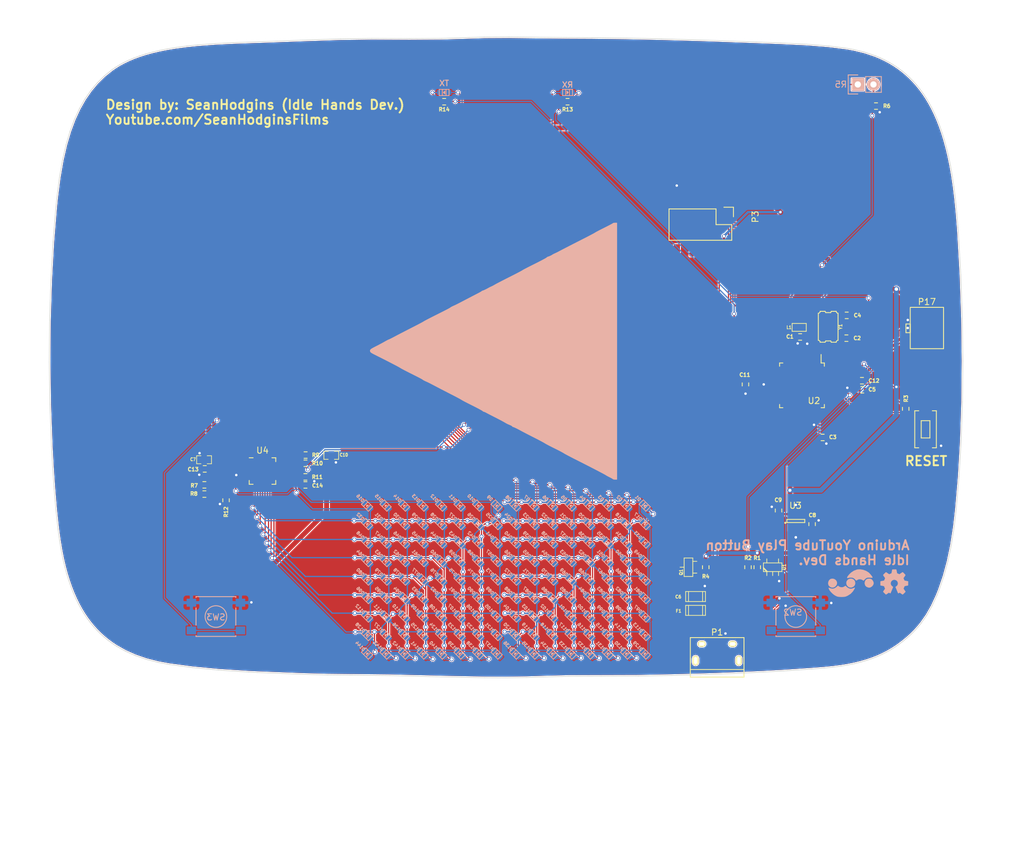
<source format=kicad_pcb>
(kicad_pcb (version 4) (host pcbnew 4.0.4-stable)
  (title_block (title "Sensory Adaptation Robot") (date 2016-03-10) (rev 0.1a) (company "Idle Hands Dev.") (comment 1 "Sean Hodgins"))
  (layers (0 F.Cu signal) (31 B.Cu signal) (34 B.Paste user) (35 F.Paste user) (36 B.SilkS user) (37 F.SilkS user) (38 B.Mask user) (39 F.Mask user) (44 Edge.Cuts user))
  (net 0 "")
  (net 1 GND)
  (net 2 "Net-(C1-Pad1)")
  (net 3 "Net-(C2-Pad1)")
  (net 4 +3V3)
  (net 5 "Net-(C4-Pad1)")
  (net 6 "Net-(C5-Pad1)")
  (net 7 VCOM)
  (net 8 "Net-(F1-Pad1)")
  (net 9 USB_D-)
  (net 10 USB_D+)
  (net 11 SWCLK)
  (net 12 RESET)
  (net 13 SWDIO)
  (net 14 USB_HOST_EN)
  (net 15 /RXLED)
  (net 16 /TXLED)
  (net 17 /BUT1)
  (net 18 /BUT2)
  (net 19 "Net-(U2-Pad4)")
  (net 20 "Net-(U2-Pad7)")
  (net 21 "Net-(U2-Pad8)")
  (net 22 /TXO)
  (net 23 /RXI)
  (net 24 /SPI_MOSI)
  (net 25 /SPI_CLK)
  (net 26 "Net-(U2-Pad26)")
  (net 27 "Net-(U2-Pad28)")
  (net 28 "Net-(U2-Pad37)")
  (net 29 "Net-(U2-Pad38)")
  (net 30 /PHOTO)
  (net 31 "Net-(U2-Pad10)")
  (net 32 "Net-(U2-Pad21)")
  (net 33 "Net-(U2-Pad22)")
  (net 34 "Net-(U2-Pad23)")
  (net 35 "Net-(U2-Pad24)")
  (net 36 "Net-(U2-Pad25)")
  (net 37 "Net-(U2-Pad29)")
  (net 38 VCC)
  (net 39 "Net-(C14-Pad1)")
  (net 40 /CA2)
  (net 41 /CA1)
  (net 42 /CA3)
  (net 43 /CA4)
  (net 44 /CA5)
  (net 45 /CA6)
  (net 46 /CA7)
  (net 47 /CA8)
  (net 48 /CA9)
  (net 49 /CB1)
  (net 50 /CB2)
  (net 51 /CB3)
  (net 52 /CB4)
  (net 53 /CB5)
  (net 54 /CB6)
  (net 55 /CB7)
  (net 56 /CB8)
  (net 57 /CB9)
  (net 58 "Net-(D1006-Pad1)")
  (net 59 "Net-(D1007-Pad1)")
  (net 60 USB_ID)
  (net 61 "Net-(P1-Pad6)")
  (net 62 /GPIO0)
  (net 63 /RESET_ESP)
  (net 64 /CH_PD)
  (net 65 /GPIO2)
  (net 66 "Net-(P17-Pad7)")
  (net 67 "Net-(P17-Pad9)")
  (net 68 "Net-(P17-Pad6)")
  (net 69 "Net-(P17-Pad8)")
  (net 70 "Net-(R7-Pad1)")
  (net 71 "Net-(R8-Pad1)")
  (net 72 "Net-(R11-Pad1)")
  (net 73 "Net-(R12-Pad2)")
  (net 74 "Net-(U4-Pad17)")
  (net 75 "Net-(Q1-Pad1)")
  (net 76 SCL)
  (net 77 SDA)
  (net 78 "Net-(U2-Pad3)")
  (net 79 "Net-(U2-Pad30)")
  (module idlehands_footprints:Led_0603 (layer B.Cu) (at 232.5 172 135)
    (fp_text reference D5 (at 1.626346 0.070711 315) (layer B.SilkS) (effects (font (size 0.5 0.5) (thickness 0.125)) (justify mirror)))
    (fp_text value LED hide)
    (pad 2 smd rect (at -0.7493 0 135) (size 0.79756 0.79756) (layers B.Cu B.Paste B.Mask) (net 45 /CA6))
    (pad 1 smd rect (at 0.7493 0 135) (size 0.79756 0.79756) (layers B.Cu B.Paste B.Mask) (net 41 /CA1))
  )
  (module idlehands_footprints:Led_0603 (layer B.Cu) (at 199.5 196 135)
    (fp_text reference D144 (at 1.626346 0.070711 315) (layer B.SilkS) (effects (font (size 0.5 0.5) (thickness 0.125)) (justify mirror)))
    (fp_text value LED hide)
    (pad 2 smd rect (at -0.7493 0 135) (size 0.79756 0.79756) (layers B.Cu B.Paste B.Mask) (net 56 /CB8))
    (pad 1 smd rect (at 0.7493 0 135) (size 0.79756 0.79756) (layers B.Cu B.Paste B.Mask) (net 57 /CB9))
  )
  (module idlehands_footprints:Led_0603 (layer B.Cu) (at 202.5 196 135)
    (fp_text reference D143 (at 1.626346 0.070711 315) (layer B.SilkS) (effects (font (size 0.5 0.5) (thickness 0.125)) (justify mirror)))
    (fp_text value LED hide)
    (pad 2 smd rect (at -0.7493 0 135) (size 0.79756 0.79756) (layers B.Cu B.Paste B.Mask) (net 55 /CB7))
    (pad 1 smd rect (at 0.7493 0 135) (size 0.79756 0.79756) (layers B.Cu B.Paste B.Mask) (net 57 /CB9))
  )
  (module idlehands_footprints:Led_0603 (layer B.Cu) (at 205.5 196 135)
    (fp_text reference D142 (at 1.626346 0.070711 315) (layer B.SilkS) (effects (font (size 0.5 0.5) (thickness 0.125)) (justify mirror)))
    (fp_text value LED hide)
    (pad 2 smd rect (at -0.7493 0 135) (size 0.79756 0.79756) (layers B.Cu B.Paste B.Mask) (net 54 /CB6))
    (pad 1 smd rect (at 0.7493 0 135) (size 0.79756 0.79756) (layers B.Cu B.Paste B.Mask) (net 57 /CB9))
  )
  (module idlehands_footprints:Led_0603 (layer B.Cu) (at 208.5 196 135)
    (fp_text reference D141 (at 1.626346 0.070711 315) (layer B.SilkS) (effects (font (size 0.5 0.5) (thickness 0.125)) (justify mirror)))
    (fp_text value LED hide)
    (pad 2 smd rect (at -0.7493 0 135) (size 0.79756 0.79756) (layers B.Cu B.Paste B.Mask) (net 53 /CB5))
    (pad 1 smd rect (at 0.7493 0 135) (size 0.79756 0.79756) (layers B.Cu B.Paste B.Mask) (net 57 /CB9))
  )
  (module idlehands_footprints:Led_0603 (layer B.Cu) (at 211.5 196 135)
    (fp_text reference D140 (at 1.626346 0.070711 315) (layer B.SilkS) (effects (font (size 0.5 0.5) (thickness 0.125)) (justify mirror)))
    (fp_text value LED hide)
    (pad 2 smd rect (at -0.7493 0 135) (size 0.79756 0.79756) (layers B.Cu B.Paste B.Mask) (net 52 /CB4))
    (pad 1 smd rect (at 0.7493 0 135) (size 0.79756 0.79756) (layers B.Cu B.Paste B.Mask) (net 57 /CB9))
  )
  (module idlehands_footprints:Led_0603 (layer B.Cu) (at 214.5 196 135)
    (fp_text reference D139 (at 1.626346 0.070711 315) (layer B.SilkS) (effects (font (size 0.5 0.5) (thickness 0.125)) (justify mirror)))
    (fp_text value LED hide)
    (pad 2 smd rect (at -0.7493 0 135) (size 0.79756 0.79756) (layers B.Cu B.Paste B.Mask) (net 51 /CB3))
    (pad 1 smd rect (at 0.7493 0 135) (size 0.79756 0.79756) (layers B.Cu B.Paste B.Mask) (net 57 /CB9))
  )
  (module idlehands_footprints:Led_0603 (layer B.Cu) (at 217.5 196 135)
    (fp_text reference D138 (at 1.626346 0.070711 315) (layer B.SilkS) (effects (font (size 0.5 0.5) (thickness 0.125)) (justify mirror)))
    (fp_text value LED hide)
    (pad 2 smd rect (at -0.7493 0 135) (size 0.79756 0.79756) (layers B.Cu B.Paste B.Mask) (net 50 /CB2))
    (pad 1 smd rect (at 0.7493 0 135) (size 0.79756 0.79756) (layers B.Cu B.Paste B.Mask) (net 57 /CB9))
  )
  (module idlehands_footprints:Led_0603 (layer B.Cu) (at 220.5 196 135)
    (fp_text reference D137 (at 1.626346 0.070711 315) (layer B.SilkS) (effects (font (size 0.5 0.5) (thickness 0.125)) (justify mirror)))
    (fp_text value LED hide)
    (pad 2 smd rect (at -0.7493 0 135) (size 0.79756 0.79756) (layers B.Cu B.Paste B.Mask) (net 49 /CB1))
    (pad 1 smd rect (at 0.7493 0 135) (size 0.79756 0.79756) (layers B.Cu B.Paste B.Mask) (net 57 /CB9))
  )
  (module idlehands_footprints:Led_0603 (layer B.Cu) (at 223.5 196 135)
    (fp_text reference D136 (at 1.626346 0.070711 315) (layer B.SilkS) (effects (font (size 0.5 0.5) (thickness 0.125)) (justify mirror)))
    (fp_text value LED hide)
    (pad 2 smd rect (at -0.7493 0 135) (size 0.79756 0.79756) (layers B.Cu B.Paste B.Mask) (net 47 /CA8))
    (pad 1 smd rect (at 0.7493 0 135) (size 0.79756 0.79756) (layers B.Cu B.Paste B.Mask) (net 48 /CA9))
  )
  (module idlehands_footprints:Led_0603 (layer B.Cu) (at 226.5 196 135)
    (fp_text reference D135 (at 1.626346 0.070711 315) (layer B.SilkS) (effects (font (size 0.5 0.5) (thickness 0.125)) (justify mirror)))
    (fp_text value LED hide)
    (pad 2 smd rect (at -0.7493 0 135) (size 0.79756 0.79756) (layers B.Cu B.Paste B.Mask) (net 46 /CA7))
    (pad 1 smd rect (at 0.7493 0 135) (size 0.79756 0.79756) (layers B.Cu B.Paste B.Mask) (net 48 /CA9))
  )
  (module idlehands_footprints:Led_0603 (layer B.Cu) (at 229.5 196 135)
    (fp_text reference D134 (at 1.626346 0.070711 315) (layer B.SilkS) (effects (font (size 0.5 0.5) (thickness 0.125)) (justify mirror)))
    (fp_text value LED hide)
    (pad 2 smd rect (at -0.7493 0 135) (size 0.79756 0.79756) (layers B.Cu B.Paste B.Mask) (net 45 /CA6))
    (pad 1 smd rect (at 0.7493 0 135) (size 0.79756 0.79756) (layers B.Cu B.Paste B.Mask) (net 48 /CA9))
  )
  (module idlehands_footprints:Led_0603 (layer B.Cu) (at 232.5 196 135)
    (fp_text reference D133 (at 1.626346 0.070711 315) (layer B.SilkS) (effects (font (size 0.5 0.5) (thickness 0.125)) (justify mirror)))
    (fp_text value LED hide)
    (pad 2 smd rect (at -0.7493 0 135) (size 0.79756 0.79756) (layers B.Cu B.Paste B.Mask) (net 44 /CA5))
    (pad 1 smd rect (at 0.7493 0 135) (size 0.79756 0.79756) (layers B.Cu B.Paste B.Mask) (net 48 /CA9))
  )
  (module idlehands_footprints:Led_0603 (layer B.Cu) (at 235.5 196 135)
    (fp_text reference D132 (at 1.626346 0.070711 315) (layer B.SilkS) (effects (font (size 0.5 0.5) (thickness 0.125)) (justify mirror)))
    (fp_text value LED hide)
    (pad 2 smd rect (at -0.7493 0 135) (size 0.79756 0.79756) (layers B.Cu B.Paste B.Mask) (net 43 /CA4))
    (pad 1 smd rect (at 0.7493 0 135) (size 0.79756 0.79756) (layers B.Cu B.Paste B.Mask) (net 48 /CA9))
  )
  (module idlehands_footprints:Led_0603 (layer B.Cu) (at 238.5 196 135)
    (fp_text reference D131 (at 1.626346 0.070711 315) (layer B.SilkS) (effects (font (size 0.5 0.5) (thickness 0.125)) (justify mirror)))
    (fp_text value LED hide)
    (pad 2 smd rect (at -0.7493 0 135) (size 0.79756 0.79756) (layers B.Cu B.Paste B.Mask) (net 42 /CA3))
    (pad 1 smd rect (at 0.7493 0 135) (size 0.79756 0.79756) (layers B.Cu B.Paste B.Mask) (net 48 /CA9))
  )
  (module idlehands_footprints:Led_0603 (layer B.Cu) (at 241.5 196 135)
    (fp_text reference D130 (at 1.626346 0.070711 315) (layer B.SilkS) (effects (font (size 0.5 0.5) (thickness 0.125)) (justify mirror)))
    (fp_text value LED hide)
    (pad 2 smd rect (at -0.7493 0 135) (size 0.79756 0.79756) (layers B.Cu B.Paste B.Mask) (net 40 /CA2))
    (pad 1 smd rect (at 0.7493 0 135) (size 0.79756 0.79756) (layers B.Cu B.Paste B.Mask) (net 48 /CA9))
  )
  (module idlehands_footprints:Led_0603 (layer B.Cu) (at 244.5 196 135)
    (fp_text reference D129 (at 1.626346 0.070711 315) (layer B.SilkS) (effects (font (size 0.5 0.5) (thickness 0.125)) (justify mirror)))
    (fp_text value LED hide)
    (pad 2 smd rect (at -0.7493 0 135) (size 0.79756 0.79756) (layers B.Cu B.Paste B.Mask) (net 41 /CA1))
    (pad 1 smd rect (at 0.7493 0 135) (size 0.79756 0.79756) (layers B.Cu B.Paste B.Mask) (net 48 /CA9))
  )
  (module idlehands_footprints:Led_0603 (layer B.Cu) (at 199.5 193 135)
    (fp_text reference D128 (at 1.626346 0.070711 315) (layer B.SilkS) (effects (font (size 0.5 0.5) (thickness 0.125)) (justify mirror)))
    (fp_text value LED hide)
    (pad 2 smd rect (at -0.7493 0 135) (size 0.79756 0.79756) (layers B.Cu B.Paste B.Mask) (net 57 /CB9))
    (pad 1 smd rect (at 0.7493 0 135) (size 0.79756 0.79756) (layers B.Cu B.Paste B.Mask) (net 56 /CB8))
  )
  (module idlehands_footprints:Led_0603 (layer B.Cu) (at 202.5 193 135)
    (fp_text reference D127 (at 1.626346 0.070711 315) (layer B.SilkS) (effects (font (size 0.5 0.5) (thickness 0.125)) (justify mirror)))
    (fp_text value LED hide)
    (pad 2 smd rect (at -0.7493 0 135) (size 0.79756 0.79756) (layers B.Cu B.Paste B.Mask) (net 55 /CB7))
    (pad 1 smd rect (at 0.7493 0 135) (size 0.79756 0.79756) (layers B.Cu B.Paste B.Mask) (net 56 /CB8))
  )
  (module idlehands_footprints:Led_0603 (layer B.Cu) (at 205.5 193 135)
    (fp_text reference D126 (at 1.626346 0.070711 315) (layer B.SilkS) (effects (font (size 0.5 0.5) (thickness 0.125)) (justify mirror)))
    (fp_text value LED hide)
    (pad 2 smd rect (at -0.7493 0 135) (size 0.79756 0.79756) (layers B.Cu B.Paste B.Mask) (net 54 /CB6))
    (pad 1 smd rect (at 0.7493 0 135) (size 0.79756 0.79756) (layers B.Cu B.Paste B.Mask) (net 56 /CB8))
  )
  (module idlehands_footprints:Led_0603 (layer B.Cu) (at 208.5 193 135)
    (fp_text reference D125 (at 1.626346 0.070711 315) (layer B.SilkS) (effects (font (size 0.5 0.5) (thickness 0.125)) (justify mirror)))
    (fp_text value LED hide)
    (pad 2 smd rect (at -0.7493 0 135) (size 0.79756 0.79756) (layers B.Cu B.Paste B.Mask) (net 53 /CB5))
    (pad 1 smd rect (at 0.7493 0 135) (size 0.79756 0.79756) (layers B.Cu B.Paste B.Mask) (net 56 /CB8))
  )
  (module idlehands_footprints:Led_0603 (layer B.Cu) (at 211.5 193 135)
    (fp_text reference D124 (at 1.626346 0.070711 315) (layer B.SilkS) (effects (font (size 0.5 0.5) (thickness 0.125)) (justify mirror)))
    (fp_text value LED hide)
    (pad 2 smd rect (at -0.7493 0 135) (size 0.79756 0.79756) (layers B.Cu B.Paste B.Mask) (net 52 /CB4))
    (pad 1 smd rect (at 0.7493 0 135) (size 0.79756 0.79756) (layers B.Cu B.Paste B.Mask) (net 56 /CB8))
  )
  (module idlehands_footprints:Led_0603 (layer B.Cu) (at 214.5 193 135)
    (fp_text reference D123 (at 1.626346 0.070711 315) (layer B.SilkS) (effects (font (size 0.5 0.5) (thickness 0.125)) (justify mirror)))
    (fp_text value LED hide)
    (pad 2 smd rect (at -0.7493 0 135) (size 0.79756 0.79756) (layers B.Cu B.Paste B.Mask) (net 51 /CB3))
    (pad 1 smd rect (at 0.7493 0 135) (size 0.79756 0.79756) (layers B.Cu B.Paste B.Mask) (net 56 /CB8))
  )
  (module idlehands_footprints:Led_0603 (layer B.Cu) (at 217.5 193 135)
    (fp_text reference D122 (at 1.626346 0.070711 315) (layer B.SilkS) (effects (font (size 0.5 0.5) (thickness 0.125)) (justify mirror)))
    (fp_text value LED hide)
    (pad 2 smd rect (at -0.7493 0 135) (size 0.79756 0.79756) (layers B.Cu B.Paste B.Mask) (net 50 /CB2))
    (pad 1 smd rect (at 0.7493 0 135) (size 0.79756 0.79756) (layers B.Cu B.Paste B.Mask) (net 56 /CB8))
  )
  (module idlehands_footprints:Led_0603 (layer B.Cu) (at 220.5 193 135)
    (fp_text reference D121 (at 1.626346 0.070711 315) (layer B.SilkS) (effects (font (size 0.5 0.5) (thickness 0.125)) (justify mirror)))
    (fp_text value LED hide)
    (pad 2 smd rect (at -0.7493 0 135) (size 0.79756 0.79756) (layers B.Cu B.Paste B.Mask) (net 49 /CB1))
    (pad 1 smd rect (at 0.7493 0 135) (size 0.79756 0.79756) (layers B.Cu B.Paste B.Mask) (net 56 /CB8))
  )
  (module idlehands_footprints:Led_0603 (layer B.Cu) (at 223.5 193 135)
    (fp_text reference D120 (at 1.626346 0.070711 315) (layer B.SilkS) (effects (font (size 0.5 0.5) (thickness 0.125)) (justify mirror)))
    (fp_text value LED hide)
    (pad 2 smd rect (at -0.7493 0 135) (size 0.79756 0.79756) (layers B.Cu B.Paste B.Mask) (net 48 /CA9))
    (pad 1 smd rect (at 0.7493 0 135) (size 0.79756 0.79756) (layers B.Cu B.Paste B.Mask) (net 47 /CA8))
  )
  (module idlehands_footprints:Led_0603 (layer B.Cu) (at 226.5 193 135)
    (fp_text reference D119 (at 1.626346 0.070711 315) (layer B.SilkS) (effects (font (size 0.5 0.5) (thickness 0.125)) (justify mirror)))
    (fp_text value LED hide)
    (pad 2 smd rect (at -0.7493 0 135) (size 0.79756 0.79756) (layers B.Cu B.Paste B.Mask) (net 46 /CA7))
    (pad 1 smd rect (at 0.7493 0 135) (size 0.79756 0.79756) (layers B.Cu B.Paste B.Mask) (net 47 /CA8))
  )
  (module idlehands_footprints:Led_0603 (layer B.Cu) (at 229.5 193 135)
    (fp_text reference D118 (at 1.626346 0.070711 315) (layer B.SilkS) (effects (font (size 0.5 0.5) (thickness 0.125)) (justify mirror)))
    (fp_text value LED hide)
    (pad 2 smd rect (at -0.7493 0 135) (size 0.79756 0.79756) (layers B.Cu B.Paste B.Mask) (net 45 /CA6))
    (pad 1 smd rect (at 0.7493 0 135) (size 0.79756 0.79756) (layers B.Cu B.Paste B.Mask) (net 47 /CA8))
  )
  (module idlehands_footprints:Led_0603 (layer B.Cu) (at 232.5 193 135)
    (fp_text reference D117 (at 1.626346 0.070711 315) (layer B.SilkS) (effects (font (size 0.5 0.5) (thickness 0.125)) (justify mirror)))
    (fp_text value LED hide)
    (pad 2 smd rect (at -0.7493 0 135) (size 0.79756 0.79756) (layers B.Cu B.Paste B.Mask) (net 44 /CA5))
    (pad 1 smd rect (at 0.7493 0 135) (size 0.79756 0.79756) (layers B.Cu B.Paste B.Mask) (net 47 /CA8))
  )
  (module idlehands_footprints:Led_0603 (layer B.Cu) (at 235.5 193 135)
    (fp_text reference D116 (at 1.626346 0.070711 315) (layer B.SilkS) (effects (font (size 0.5 0.5) (thickness 0.125)) (justify mirror)))
    (fp_text value LED hide)
    (pad 2 smd rect (at -0.7493 0 135) (size 0.79756 0.79756) (layers B.Cu B.Paste B.Mask) (net 43 /CA4))
    (pad 1 smd rect (at 0.7493 0 135) (size 0.79756 0.79756) (layers B.Cu B.Paste B.Mask) (net 47 /CA8))
  )
  (module idlehands_footprints:Led_0603 (layer B.Cu) (at 238.5 193 135)
    (fp_text reference D115 (at 1.626346 0.070711 315) (layer B.SilkS) (effects (font (size 0.5 0.5) (thickness 0.125)) (justify mirror)))
    (fp_text value LED hide)
    (pad 2 smd rect (at -0.7493 0 135) (size 0.79756 0.79756) (layers B.Cu B.Paste B.Mask) (net 42 /CA3))
    (pad 1 smd rect (at 0.7493 0 135) (size 0.79756 0.79756) (layers B.Cu B.Paste B.Mask) (net 47 /CA8))
  )
  (module idlehands_footprints:Led_0603 (layer B.Cu) (at 241.5 193 135)
    (fp_text reference D114 (at 1.626346 0.070711 315) (layer B.SilkS) (effects (font (size 0.5 0.5) (thickness 0.125)) (justify mirror)))
    (fp_text value LED hide)
    (pad 2 smd rect (at -0.7493 0 135) (size 0.79756 0.79756) (layers B.Cu B.Paste B.Mask) (net 40 /CA2))
    (pad 1 smd rect (at 0.7493 0 135) (size 0.79756 0.79756) (layers B.Cu B.Paste B.Mask) (net 47 /CA8))
  )
  (module idlehands_footprints:Led_0603 (layer B.Cu) (at 244.5 193 135)
    (fp_text reference D113 (at 1.626346 0.070711 315) (layer B.SilkS) (effects (font (size 0.5 0.5) (thickness 0.125)) (justify mirror)))
    (fp_text value LED hide)
    (pad 2 smd rect (at -0.7493 0 135) (size 0.79756 0.79756) (layers B.Cu B.Paste B.Mask) (net 41 /CA1))
    (pad 1 smd rect (at 0.7493 0 135) (size 0.79756 0.79756) (layers B.Cu B.Paste B.Mask) (net 47 /CA8))
  )
  (module idlehands_footprints:Led_0603 (layer B.Cu) (at 199.5 190 135)
    (fp_text reference D112 (at 1.626346 0.070711 315) (layer B.SilkS) (effects (font (size 0.5 0.5) (thickness 0.125)) (justify mirror)))
    (fp_text value LED hide)
    (pad 2 smd rect (at -0.7493 0 135) (size 0.79756 0.79756) (layers B.Cu B.Paste B.Mask) (net 57 /CB9))
    (pad 1 smd rect (at 0.7493 0 135) (size 0.79756 0.79756) (layers B.Cu B.Paste B.Mask) (net 55 /CB7))
  )
  (module idlehands_footprints:Led_0603 (layer B.Cu) (at 202.5 190 135)
    (fp_text reference D111 (at 1.626346 0.070711 315) (layer B.SilkS) (effects (font (size 0.5 0.5) (thickness 0.125)) (justify mirror)))
    (fp_text value LED hide)
    (pad 2 smd rect (at -0.7493 0 135) (size 0.79756 0.79756) (layers B.Cu B.Paste B.Mask) (net 56 /CB8))
    (pad 1 smd rect (at 0.7493 0 135) (size 0.79756 0.79756) (layers B.Cu B.Paste B.Mask) (net 55 /CB7))
  )
  (module idlehands_footprints:Led_0603 (layer B.Cu) (at 205.5 190 135)
    (fp_text reference D110 (at 1.626346 0.070711 315) (layer B.SilkS) (effects (font (size 0.5 0.5) (thickness 0.125)) (justify mirror)))
    (fp_text value LED hide)
    (pad 2 smd rect (at -0.7493 0 135) (size 0.79756 0.79756) (layers B.Cu B.Paste B.Mask) (net 54 /CB6))
    (pad 1 smd rect (at 0.7493 0 135) (size 0.79756 0.79756) (layers B.Cu B.Paste B.Mask) (net 55 /CB7))
  )
  (module idlehands_footprints:Led_0603 (layer B.Cu) (at 208.5 190 135)
    (fp_text reference D109 (at 1.626346 0.070711 315) (layer B.SilkS) (effects (font (size 0.5 0.5) (thickness 0.125)) (justify mirror)))
    (fp_text value LED hide)
    (pad 2 smd rect (at -0.7493 0 135) (size 0.79756 0.79756) (layers B.Cu B.Paste B.Mask) (net 53 /CB5))
    (pad 1 smd rect (at 0.7493 0 135) (size 0.79756 0.79756) (layers B.Cu B.Paste B.Mask) (net 55 /CB7))
  )
  (module idlehands_footprints:Led_0603 (layer B.Cu) (at 211.5 190 135)
    (fp_text reference D108 (at 1.626346 0.070711 315) (layer B.SilkS) (effects (font (size 0.5 0.5) (thickness 0.125)) (justify mirror)))
    (fp_text value LED hide)
    (pad 2 smd rect (at -0.7493 0 135) (size 0.79756 0.79756) (layers B.Cu B.Paste B.Mask) (net 52 /CB4))
    (pad 1 smd rect (at 0.7493 0 135) (size 0.79756 0.79756) (layers B.Cu B.Paste B.Mask) (net 55 /CB7))
  )
  (module idlehands_footprints:Led_0603 (layer B.Cu) (at 214.5 190 135)
    (fp_text reference D107 (at 1.626346 0.070711 315) (layer B.SilkS) (effects (font (size 0.5 0.5) (thickness 0.125)) (justify mirror)))
    (fp_text value LED hide)
    (pad 2 smd rect (at -0.7493 0 135) (size 0.79756 0.79756) (layers B.Cu B.Paste B.Mask) (net 51 /CB3))
    (pad 1 smd rect (at 0.7493 0 135) (size 0.79756 0.79756) (layers B.Cu B.Paste B.Mask) (net 55 /CB7))
  )
  (module idlehands_footprints:Led_0603 (layer B.Cu) (at 217.5 190 135)
    (fp_text reference D106 (at 1.626346 0.070711 315) (layer B.SilkS) (effects (font (size 0.5 0.5) (thickness 0.125)) (justify mirror)))
    (fp_text value LED hide)
    (pad 2 smd rect (at -0.7493 0 135) (size 0.79756 0.79756) (layers B.Cu B.Paste B.Mask) (net 50 /CB2))
    (pad 1 smd rect (at 0.7493 0 135) (size 0.79756 0.79756) (layers B.Cu B.Paste B.Mask) (net 55 /CB7))
  )
  (module idlehands_footprints:Led_0603 (layer B.Cu) (at 220.5 190 135)
    (fp_text reference D105 (at 1.626346 0.070711 315) (layer B.SilkS) (effects (font (size 0.5 0.5) (thickness 0.125)) (justify mirror)))
    (fp_text value LED hide)
    (pad 2 smd rect (at -0.7493 0 135) (size 0.79756 0.79756) (layers B.Cu B.Paste B.Mask) (net 49 /CB1))
    (pad 1 smd rect (at 0.7493 0 135) (size 0.79756 0.79756) (layers B.Cu B.Paste B.Mask) (net 55 /CB7))
  )
  (module idlehands_footprints:Led_0603 (layer B.Cu) (at 223.5 190 135)
    (fp_text reference D104 (at 1.626346 0.070711 315) (layer B.SilkS) (effects (font (size 0.5 0.5) (thickness 0.125)) (justify mirror)))
    (fp_text value LED hide)
    (pad 2 smd rect (at -0.7493 0 135) (size 0.79756 0.79756) (layers B.Cu B.Paste B.Mask) (net 48 /CA9))
    (pad 1 smd rect (at 0.7493 0 135) (size 0.79756 0.79756) (layers B.Cu B.Paste B.Mask) (net 46 /CA7))
  )
  (module idlehands_footprints:Led_0603 (layer B.Cu) (at 226.5 190 135)
    (fp_text reference D103 (at 1.626346 0.070711 315) (layer B.SilkS) (effects (font (size 0.5 0.5) (thickness 0.125)) (justify mirror)))
    (fp_text value LED hide)
    (pad 2 smd rect (at -0.7493 0 135) (size 0.79756 0.79756) (layers B.Cu B.Paste B.Mask) (net 47 /CA8))
    (pad 1 smd rect (at 0.7493 0 135) (size 0.79756 0.79756) (layers B.Cu B.Paste B.Mask) (net 46 /CA7))
  )
  (module idlehands_footprints:Led_0603 (layer B.Cu) (at 229.5 190 135)
    (fp_text reference D102 (at 1.626346 0.070711 315) (layer B.SilkS) (effects (font (size 0.5 0.5) (thickness 0.125)) (justify mirror)))
    (fp_text value LED hide)
    (pad 2 smd rect (at -0.7493 0 135) (size 0.79756 0.79756) (layers B.Cu B.Paste B.Mask) (net 45 /CA6))
    (pad 1 smd rect (at 0.7493 0 135) (size 0.79756 0.79756) (layers B.Cu B.Paste B.Mask) (net 46 /CA7))
  )
  (module idlehands_footprints:Led_0603 (layer B.Cu) (at 232.5 190 135)
    (fp_text reference D101 (at 1.626346 0.070711 315) (layer B.SilkS) (effects (font (size 0.5 0.5) (thickness 0.125)) (justify mirror)))
    (fp_text value LED hide)
    (pad 2 smd rect (at -0.7493 0 135) (size 0.79756 0.79756) (layers B.Cu B.Paste B.Mask) (net 44 /CA5))
    (pad 1 smd rect (at 0.7493 0 135) (size 0.79756 0.79756) (layers B.Cu B.Paste B.Mask) (net 46 /CA7))
  )
  (module idlehands_footprints:Led_0603 (layer B.Cu) (at 235.5 190 135)
    (fp_text reference D100 (at 1.626346 0.070711 315) (layer B.SilkS) (effects (font (size 0.5 0.5) (thickness 0.125)) (justify mirror)))
    (fp_text value LED hide)
    (pad 2 smd rect (at -0.7493 0 135) (size 0.79756 0.79756) (layers B.Cu B.Paste B.Mask) (net 43 /CA4))
    (pad 1 smd rect (at 0.7493 0 135) (size 0.79756 0.79756) (layers B.Cu B.Paste B.Mask) (net 46 /CA7))
  )
  (module idlehands_footprints:Led_0603 (layer B.Cu) (at 238.5 190 135)
    (fp_text reference D99 (at 1.626346 0.070711 315) (layer B.SilkS) (effects (font (size 0.5 0.5) (thickness 0.125)) (justify mirror)))
    (fp_text value LED hide)
    (pad 2 smd rect (at -0.7493 0 135) (size 0.79756 0.79756) (layers B.Cu B.Paste B.Mask) (net 42 /CA3))
    (pad 1 smd rect (at 0.7493 0 135) (size 0.79756 0.79756) (layers B.Cu B.Paste B.Mask) (net 46 /CA7))
  )
  (module idlehands_footprints:Led_0603 (layer B.Cu) (at 241.5 190 135)
    (fp_text reference D98 (at 1.626346 0.070711 315) (layer B.SilkS) (effects (font (size 0.5 0.5) (thickness 0.125)) (justify mirror)))
    (fp_text value LED hide)
    (pad 2 smd rect (at -0.7493 0 135) (size 0.79756 0.79756) (layers B.Cu B.Paste B.Mask) (net 40 /CA2))
    (pad 1 smd rect (at 0.7493 0 135) (size 0.79756 0.79756) (layers B.Cu B.Paste B.Mask) (net 46 /CA7))
  )
  (module idlehands_footprints:Led_0603 (layer B.Cu) (at 244.5 190 135)
    (fp_text reference D97 (at 1.626346 0.070711 315) (layer B.SilkS) (effects (font (size 0.5 0.5) (thickness 0.125)) (justify mirror)))
    (fp_text value LED hide)
    (pad 2 smd rect (at -0.7493 0 135) (size 0.79756 0.79756) (layers B.Cu B.Paste B.Mask) (net 41 /CA1))
    (pad 1 smd rect (at 0.7493 0 135) (size 0.79756 0.79756) (layers B.Cu B.Paste B.Mask) (net 46 /CA7))
  )
  (module idlehands_footprints:Led_0603 (layer B.Cu) (at 199.5 187 135)
    (fp_text reference D96 (at 1.626346 0.070711 315) (layer B.SilkS) (effects (font (size 0.5 0.5) (thickness 0.125)) (justify mirror)))
    (fp_text value LED hide)
    (pad 2 smd rect (at -0.7493 0 135) (size 0.79756 0.79756) (layers B.Cu B.Paste B.Mask) (net 57 /CB9))
    (pad 1 smd rect (at 0.7493 0 135) (size 0.79756 0.79756) (layers B.Cu B.Paste B.Mask) (net 54 /CB6))
  )
  (module idlehands_footprints:Led_0603 (layer B.Cu) (at 202.5 187 135)
    (fp_text reference D95 (at 1.626346 0.070711 315) (layer B.SilkS) (effects (font (size 0.5 0.5) (thickness 0.125)) (justify mirror)))
    (fp_text value LED hide)
    (pad 2 smd rect (at -0.7493 0 135) (size 0.79756 0.79756) (layers B.Cu B.Paste B.Mask) (net 56 /CB8))
    (pad 1 smd rect (at 0.7493 0 135) (size 0.79756 0.79756) (layers B.Cu B.Paste B.Mask) (net 54 /CB6))
  )
  (module idlehands_footprints:Led_0603 (layer B.Cu) (at 205.5 187 135)
    (fp_text reference D94 (at 1.626346 0.070711 315) (layer B.SilkS) (effects (font (size 0.5 0.5) (thickness 0.125)) (justify mirror)))
    (fp_text value LED hide)
    (pad 2 smd rect (at -0.7493 0 135) (size 0.79756 0.79756) (layers B.Cu B.Paste B.Mask) (net 55 /CB7))
    (pad 1 smd rect (at 0.7493 0 135) (size 0.79756 0.79756) (layers B.Cu B.Paste B.Mask) (net 54 /CB6))
  )
  (module idlehands_footprints:Led_0603 (layer B.Cu) (at 208.5 187 135)
    (fp_text reference D93 (at 1.626346 0.070711 315) (layer B.SilkS) (effects (font (size 0.5 0.5) (thickness 0.125)) (justify mirror)))
    (fp_text value LED hide)
    (pad 2 smd rect (at -0.7493 0 135) (size 0.79756 0.79756) (layers B.Cu B.Paste B.Mask) (net 53 /CB5))
    (pad 1 smd rect (at 0.7493 0 135) (size 0.79756 0.79756) (layers B.Cu B.Paste B.Mask) (net 54 /CB6))
  )
  (module idlehands_footprints:Led_0603 (layer B.Cu) (at 211.5 187 135)
    (fp_text reference D92 (at 1.626346 0.070711 315) (layer B.SilkS) (effects (font (size 0.5 0.5) (thickness 0.125)) (justify mirror)))
    (fp_text value LED hide)
    (pad 2 smd rect (at -0.7493 0 135) (size 0.79756 0.79756) (layers B.Cu B.Paste B.Mask) (net 52 /CB4))
    (pad 1 smd rect (at 0.7493 0 135) (size 0.79756 0.79756) (layers B.Cu B.Paste B.Mask) (net 54 /CB6))
  )
  (module idlehands_footprints:Led_0603 (layer B.Cu) (at 214.5 187 135)
    (fp_text reference D91 (at 1.626346 0.070711 315) (layer B.SilkS) (effects (font (size 0.5 0.5) (thickness 0.125)) (justify mirror)))
    (fp_text value LED hide)
    (pad 2 smd rect (at -0.7493 0 135) (size 0.79756 0.79756) (layers B.Cu B.Paste B.Mask) (net 51 /CB3))
    (pad 1 smd rect (at 0.7493 0 135) (size 0.79756 0.79756) (layers B.Cu B.Paste B.Mask) (net 54 /CB6))
  )
  (module idlehands_footprints:Led_0603 (layer B.Cu) (at 217.5 187 135)
    (fp_text reference D90 (at 1.626346 0.070711 315) (layer B.SilkS) (effects (font (size 0.5 0.5) (thickness 0.125)) (justify mirror)))
    (fp_text value LED hide)
    (pad 2 smd rect (at -0.7493 0 135) (size 0.79756 0.79756) (layers B.Cu B.Paste B.Mask) (net 50 /CB2))
    (pad 1 smd rect (at 0.7493 0 135) (size 0.79756 0.79756) (layers B.Cu B.Paste B.Mask) (net 54 /CB6))
  )
  (module idlehands_footprints:Led_0603 (layer B.Cu) (at 220.5 187 135)
    (fp_text reference D89 (at 1.626346 0.070711 315) (layer B.SilkS) (effects (font (size 0.5 0.5) (thickness 0.125)) (justify mirror)))
    (fp_text value LED hide)
    (pad 2 smd rect (at -0.7493 0 135) (size 0.79756 0.79756) (layers B.Cu B.Paste B.Mask) (net 49 /CB1))
    (pad 1 smd rect (at 0.7493 0 135) (size 0.79756 0.79756) (layers B.Cu B.Paste B.Mask) (net 54 /CB6))
  )
  (module idlehands_footprints:Led_0603 (layer B.Cu) (at 223.5 187 135)
    (fp_text reference D88 (at 1.626346 0.070711 315) (layer B.SilkS) (effects (font (size 0.5 0.5) (thickness 0.125)) (justify mirror)))
    (fp_text value LED hide)
    (pad 2 smd rect (at -0.7493 0 135) (size 0.79756 0.79756) (layers B.Cu B.Paste B.Mask) (net 48 /CA9))
    (pad 1 smd rect (at 0.7493 0 135) (size 0.79756 0.79756) (layers B.Cu B.Paste B.Mask) (net 45 /CA6))
  )
  (module idlehands_footprints:Led_0603 (layer B.Cu) (at 226.5 187 135)
    (fp_text reference D87 (at 1.626346 0.070711 315) (layer B.SilkS) (effects (font (size 0.5 0.5) (thickness 0.125)) (justify mirror)))
    (fp_text value LED hide)
    (pad 2 smd rect (at -0.7493 0 135) (size 0.79756 0.79756) (layers B.Cu B.Paste B.Mask) (net 47 /CA8))
    (pad 1 smd rect (at 0.7493 0 135) (size 0.79756 0.79756) (layers B.Cu B.Paste B.Mask) (net 45 /CA6))
  )
  (module idlehands_footprints:Led_0603 (layer B.Cu) (at 229.5 187 135)
    (fp_text reference D86 (at 1.626346 0.070711 315) (layer B.SilkS) (effects (font (size 0.5 0.5) (thickness 0.125)) (justify mirror)))
    (fp_text value LED hide)
    (pad 2 smd rect (at -0.7493 0 135) (size 0.79756 0.79756) (layers B.Cu B.Paste B.Mask) (net 46 /CA7))
    (pad 1 smd rect (at 0.7493 0 135) (size 0.79756 0.79756) (layers B.Cu B.Paste B.Mask) (net 45 /CA6))
  )
  (module idlehands_footprints:Led_0603 (layer B.Cu) (at 232.5 187 135)
    (fp_text reference D85 (at 1.626346 0.070711 315) (layer B.SilkS) (effects (font (size 0.5 0.5) (thickness 0.125)) (justify mirror)))
    (fp_text value LED hide)
    (pad 2 smd rect (at -0.7493 0 135) (size 0.79756 0.79756) (layers B.Cu B.Paste B.Mask) (net 44 /CA5))
    (pad 1 smd rect (at 0.7493 0 135) (size 0.79756 0.79756) (layers B.Cu B.Paste B.Mask) (net 45 /CA6))
  )
  (module idlehands_footprints:Led_0603 (layer B.Cu) (at 235.5 187 135)
    (fp_text reference D84 (at 1.626346 0.070711 315) (layer B.SilkS) (effects (font (size 0.5 0.5) (thickness 0.125)) (justify mirror)))
    (fp_text value LED hide)
    (pad 2 smd rect (at -0.7493 0 135) (size 0.79756 0.79756) (layers B.Cu B.Paste B.Mask) (net 43 /CA4))
    (pad 1 smd rect (at 0.7493 0 135) (size 0.79756 0.79756) (layers B.Cu B.Paste B.Mask) (net 45 /CA6))
  )
  (module idlehands_footprints:Led_0603 (layer B.Cu) (at 238.5 187 135)
    (fp_text reference D83 (at 1.626346 0.070711 315) (layer B.SilkS) (effects (font (size 0.5 0.5) (thickness 0.125)) (justify mirror)))
    (fp_text value LED hide)
    (pad 2 smd rect (at -0.7493 0 135) (size 0.79756 0.79756) (layers B.Cu B.Paste B.Mask) (net 42 /CA3))
    (pad 1 smd rect (at 0.7493 0 135) (size 0.79756 0.79756) (layers B.Cu B.Paste B.Mask) (net 45 /CA6))
  )
  (module idlehands_footprints:Led_0603 (layer B.Cu) (at 241.5 187 135)
    (fp_text reference D82 (at 1.626346 0.070711 315) (layer B.SilkS) (effects (font (size 0.5 0.5) (thickness 0.125)) (justify mirror)))
    (fp_text value LED hide)
    (pad 2 smd rect (at -0.7493 0 135) (size 0.79756 0.79756) (layers B.Cu B.Paste B.Mask) (net 40 /CA2))
    (pad 1 smd rect (at 0.7493 0 135) (size 0.79756 0.79756) (layers B.Cu B.Paste B.Mask) (net 45 /CA6))
  )
  (module idlehands_footprints:Led_0603 (layer B.Cu) (at 244.5 187 135)
    (fp_text reference D81 (at 1.626346 0.070711 315) (layer B.SilkS) (effects (font (size 0.5 0.5) (thickness 0.125)) (justify mirror)))
    (fp_text value LED hide)
    (pad 2 smd rect (at -0.7493 0 135) (size 0.79756 0.79756) (layers B.Cu B.Paste B.Mask) (net 41 /CA1))
    (pad 1 smd rect (at 0.7493 0 135) (size 0.79756 0.79756) (layers B.Cu B.Paste B.Mask) (net 45 /CA6))
  )
  (module idlehands_footprints:Led_0603 (layer B.Cu) (at 199.5 184 135)
    (fp_text reference D80 (at 1.626346 0.070711 315) (layer B.SilkS) (effects (font (size 0.5 0.5) (thickness 0.125)) (justify mirror)))
    (fp_text value LED hide)
    (pad 2 smd rect (at -0.7493 0 135) (size 0.79756 0.79756) (layers B.Cu B.Paste B.Mask) (net 57 /CB9))
    (pad 1 smd rect (at 0.7493 0 135) (size 0.79756 0.79756) (layers B.Cu B.Paste B.Mask) (net 53 /CB5))
  )
  (module idlehands_footprints:Led_0603 (layer B.Cu) (at 202.5 184 135)
    (fp_text reference D79 (at 1.626346 0.070711 315) (layer B.SilkS) (effects (font (size 0.5 0.5) (thickness 0.125)) (justify mirror)))
    (fp_text value LED hide)
    (pad 2 smd rect (at -0.7493 0 135) (size 0.79756 0.79756) (layers B.Cu B.Paste B.Mask) (net 56 /CB8))
    (pad 1 smd rect (at 0.7493 0 135) (size 0.79756 0.79756) (layers B.Cu B.Paste B.Mask) (net 53 /CB5))
  )
  (module idlehands_footprints:Led_0603 (layer B.Cu) (at 205.5 184 135)
    (fp_text reference D78 (at 1.626346 0.070711 315) (layer B.SilkS) (effects (font (size 0.5 0.5) (thickness 0.125)) (justify mirror)))
    (fp_text value LED hide)
    (pad 2 smd rect (at -0.7493 0 135) (size 0.79756 0.79756) (layers B.Cu B.Paste B.Mask) (net 55 /CB7))
    (pad 1 smd rect (at 0.7493 0 135) (size 0.79756 0.79756) (layers B.Cu B.Paste B.Mask) (net 53 /CB5))
  )
  (module idlehands_footprints:Led_0603 (layer B.Cu) (at 208.5 184 135)
    (fp_text reference D77 (at 1.626346 0.070711 315) (layer B.SilkS) (effects (font (size 0.5 0.5) (thickness 0.125)) (justify mirror)))
    (fp_text value LED hide)
    (pad 2 smd rect (at -0.7493 0 135) (size 0.79756 0.79756) (layers B.Cu B.Paste B.Mask) (net 54 /CB6))
    (pad 1 smd rect (at 0.7493 0 135) (size 0.79756 0.79756) (layers B.Cu B.Paste B.Mask) (net 53 /CB5))
  )
  (module idlehands_footprints:Led_0603 (layer B.Cu) (at 211.5 184 135)
    (fp_text reference D76 (at 1.626346 0.070711 315) (layer B.SilkS) (effects (font (size 0.5 0.5) (thickness 0.125)) (justify mirror)))
    (fp_text value LED hide)
    (pad 2 smd rect (at -0.7493 0 135) (size 0.79756 0.79756) (layers B.Cu B.Paste B.Mask) (net 52 /CB4))
    (pad 1 smd rect (at 0.7493 0 135) (size 0.79756 0.79756) (layers B.Cu B.Paste B.Mask) (net 53 /CB5))
  )
  (module idlehands_footprints:Led_0603 (layer B.Cu) (at 214.5 184 135)
    (fp_text reference D75 (at 1.626346 0.070711 315) (layer B.SilkS) (effects (font (size 0.5 0.5) (thickness 0.125)) (justify mirror)))
    (fp_text value LED hide)
    (pad 2 smd rect (at -0.7493 0 135) (size 0.79756 0.79756) (layers B.Cu B.Paste B.Mask) (net 51 /CB3))
    (pad 1 smd rect (at 0.7493 0 135) (size 0.79756 0.79756) (layers B.Cu B.Paste B.Mask) (net 53 /CB5))
  )
  (module idlehands_footprints:Led_0603 (layer B.Cu) (at 217.5 184 135)
    (fp_text reference D74 (at 1.626346 0.070711 315) (layer B.SilkS) (effects (font (size 0.5 0.5) (thickness 0.125)) (justify mirror)))
    (fp_text value LED hide)
    (pad 2 smd rect (at -0.7493 0 135) (size 0.79756 0.79756) (layers B.Cu B.Paste B.Mask) (net 50 /CB2))
    (pad 1 smd rect (at 0.7493 0 135) (size 0.79756 0.79756) (layers B.Cu B.Paste B.Mask) (net 53 /CB5))
  )
  (module idlehands_footprints:Led_0603 (layer B.Cu) (at 220.5 184 135)
    (fp_text reference D73 (at 1.626346 0.070711 315) (layer B.SilkS) (effects (font (size 0.5 0.5) (thickness 0.125)) (justify mirror)))
    (fp_text value LED hide)
    (pad 2 smd rect (at -0.7493 0 135) (size 0.79756 0.79756) (layers B.Cu B.Paste B.Mask) (net 49 /CB1))
    (pad 1 smd rect (at 0.7493 0 135) (size 0.79756 0.79756) (layers B.Cu B.Paste B.Mask) (net 53 /CB5))
  )
  (module idlehands_footprints:Led_0603 (layer B.Cu) (at 223.5 184 135)
    (fp_text reference D72 (at 1.626346 0.070711 315) (layer B.SilkS) (effects (font (size 0.5 0.5) (thickness 0.125)) (justify mirror)))
    (fp_text value LED hide)
    (pad 2 smd rect (at -0.7493 0 135) (size 0.79756 0.79756) (layers B.Cu B.Paste B.Mask) (net 48 /CA9))
    (pad 1 smd rect (at 0.7493 0 135) (size 0.79756 0.79756) (layers B.Cu B.Paste B.Mask) (net 44 /CA5))
  )
  (module idlehands_footprints:Led_0603 (layer B.Cu) (at 226.5 184 135)
    (fp_text reference D71 (at 1.626346 0.070711 315) (layer B.SilkS) (effects (font (size 0.5 0.5) (thickness 0.125)) (justify mirror)))
    (fp_text value LED hide)
    (pad 2 smd rect (at -0.7493 0 135) (size 0.79756 0.79756) (layers B.Cu B.Paste B.Mask) (net 47 /CA8))
    (pad 1 smd rect (at 0.7493 0 135) (size 0.79756 0.79756) (layers B.Cu B.Paste B.Mask) (net 44 /CA5))
  )
  (module idlehands_footprints:Led_0603 (layer B.Cu) (at 229.5 184 135)
    (fp_text reference D70 (at 1.626346 0.070711 315) (layer B.SilkS) (effects (font (size 0.5 0.5) (thickness 0.125)) (justify mirror)))
    (fp_text value LED hide)
    (pad 2 smd rect (at -0.7493 0 135) (size 0.79756 0.79756) (layers B.Cu B.Paste B.Mask) (net 46 /CA7))
    (pad 1 smd rect (at 0.7493 0 135) (size 0.79756 0.79756) (layers B.Cu B.Paste B.Mask) (net 44 /CA5))
  )
  (module idlehands_footprints:Led_0603 (layer B.Cu) (at 232.5 184 135)
    (fp_text reference D69 (at 1.626346 0.070711 315) (layer B.SilkS) (effects (font (size 0.5 0.5) (thickness 0.125)) (justify mirror)))
    (fp_text value LED hide)
    (pad 2 smd rect (at -0.7493 0 135) (size 0.79756 0.79756) (layers B.Cu B.Paste B.Mask) (net 45 /CA6))
    (pad 1 smd rect (at 0.7493 0 135) (size 0.79756 0.79756) (layers B.Cu B.Paste B.Mask) (net 44 /CA5))
  )
  (module idlehands_footprints:Led_0603 (layer B.Cu) (at 235.5 184 135)
    (fp_text reference D68 (at 1.626346 0.070711 315) (layer B.SilkS) (effects (font (size 0.5 0.5) (thickness 0.125)) (justify mirror)))
    (fp_text value LED hide)
    (pad 2 smd rect (at -0.7493 0 135) (size 0.79756 0.79756) (layers B.Cu B.Paste B.Mask) (net 43 /CA4))
    (pad 1 smd rect (at 0.7493 0 135) (size 0.79756 0.79756) (layers B.Cu B.Paste B.Mask) (net 44 /CA5))
  )
  (module idlehands_footprints:Led_0603 (layer B.Cu) (at 238.5 184 135)
    (fp_text reference D67 (at 1.626346 0.070711 315) (layer B.SilkS) (effects (font (size 0.5 0.5) (thickness 0.125)) (justify mirror)))
    (fp_text value LED hide)
    (pad 2 smd rect (at -0.7493 0 135) (size 0.79756 0.79756) (layers B.Cu B.Paste B.Mask) (net 42 /CA3))
    (pad 1 smd rect (at 0.7493 0 135) (size 0.79756 0.79756) (layers B.Cu B.Paste B.Mask) (net 44 /CA5))
  )
  (module idlehands_footprints:Led_0603 (layer B.Cu) (at 241.5 184 135)
    (fp_text reference D66 (at 1.626346 0.070711 315) (layer B.SilkS) (effects (font (size 0.5 0.5) (thickness 0.125)) (justify mirror)))
    (fp_text value LED hide)
    (pad 2 smd rect (at -0.7493 0 135) (size 0.79756 0.79756) (layers B.Cu B.Paste B.Mask) (net 40 /CA2))
    (pad 1 smd rect (at 0.7493 0 135) (size 0.79756 0.79756) (layers B.Cu B.Paste B.Mask) (net 44 /CA5))
  )
  (module idlehands_footprints:Led_0603 (layer B.Cu) (at 244.5 184 135)
    (fp_text reference D65 (at 1.626346 0.070711 315) (layer B.SilkS) (effects (font (size 0.5 0.5) (thickness 0.125)) (justify mirror)))
    (fp_text value LED hide)
    (pad 2 smd rect (at -0.7493 0 135) (size 0.79756 0.79756) (layers B.Cu B.Paste B.Mask) (net 41 /CA1))
    (pad 1 smd rect (at 0.7493 0 135) (size 0.79756 0.79756) (layers B.Cu B.Paste B.Mask) (net 44 /CA5))
  )
  (module idlehands_footprints:Led_0603 (layer B.Cu) (at 199.5 181 135)
    (fp_text reference D64 (at 1.626346 0.070711 315) (layer B.SilkS) (effects (font (size 0.5 0.5) (thickness 0.125)) (justify mirror)))
    (fp_text value LED hide)
    (pad 2 smd rect (at -0.7493 0 135) (size 0.79756 0.79756) (layers B.Cu B.Paste B.Mask) (net 57 /CB9))
    (pad 1 smd rect (at 0.7493 0 135) (size 0.79756 0.79756) (layers B.Cu B.Paste B.Mask) (net 52 /CB4))
  )
  (module idlehands_footprints:Led_0603 (layer B.Cu) (at 202.5 181 135)
    (fp_text reference D63 (at 1.626346 0.070711 315) (layer B.SilkS) (effects (font (size 0.5 0.5) (thickness 0.125)) (justify mirror)))
    (fp_text value LED hide)
    (pad 2 smd rect (at -0.7493 0 135) (size 0.79756 0.79756) (layers B.Cu B.Paste B.Mask) (net 56 /CB8))
    (pad 1 smd rect (at 0.7493 0 135) (size 0.79756 0.79756) (layers B.Cu B.Paste B.Mask) (net 52 /CB4))
  )
  (module idlehands_footprints:Led_0603 (layer B.Cu) (at 205.5 181 135)
    (fp_text reference D62 (at 1.626346 0.070711 315) (layer B.SilkS) (effects (font (size 0.5 0.5) (thickness 0.125)) (justify mirror)))
    (fp_text value LED hide)
    (pad 2 smd rect (at -0.7493 0 135) (size 0.79756 0.79756) (layers B.Cu B.Paste B.Mask) (net 55 /CB7))
    (pad 1 smd rect (at 0.7493 0 135) (size 0.79756 0.79756) (layers B.Cu B.Paste B.Mask) (net 52 /CB4))
  )
  (module idlehands_footprints:Led_0603 (layer B.Cu) (at 208.5 181 135)
    (fp_text reference D61 (at 1.626346 0.070711 315) (layer B.SilkS) (effects (font (size 0.5 0.5) (thickness 0.125)) (justify mirror)))
    (fp_text value LED hide)
    (pad 2 smd rect (at -0.7493 0 135) (size 0.79756 0.79756) (layers B.Cu B.Paste B.Mask) (net 54 /CB6))
    (pad 1 smd rect (at 0.7493 0 135) (size 0.79756 0.79756) (layers B.Cu B.Paste B.Mask) (net 52 /CB4))
  )
  (module idlehands_footprints:Led_0603 (layer B.Cu) (at 211.5 181 135)
    (fp_text reference D60 (at 1.626346 0.070711 315) (layer B.SilkS) (effects (font (size 0.5 0.5) (thickness 0.125)) (justify mirror)))
    (fp_text value LED hide)
    (pad 2 smd rect (at -0.7493 0 135) (size 0.79756 0.79756) (layers B.Cu B.Paste B.Mask) (net 53 /CB5))
    (pad 1 smd rect (at 0.7493 0 135) (size 0.79756 0.79756) (layers B.Cu B.Paste B.Mask) (net 52 /CB4))
  )
  (module idlehands_footprints:Led_0603 (layer B.Cu) (at 214.5 181 135)
    (fp_text reference D59 (at 1.626346 0.070711 315) (layer B.SilkS) (effects (font (size 0.5 0.5) (thickness 0.125)) (justify mirror)))
    (fp_text value LED hide)
    (pad 2 smd rect (at -0.7493 0 135) (size 0.79756 0.79756) (layers B.Cu B.Paste B.Mask) (net 51 /CB3))
    (pad 1 smd rect (at 0.7493 0 135) (size 0.79756 0.79756) (layers B.Cu B.Paste B.Mask) (net 52 /CB4))
  )
  (module idlehands_footprints:Led_0603 (layer B.Cu) (at 217.5 181 135)
    (fp_text reference D58 (at 1.626346 0.070711 315) (layer B.SilkS) (effects (font (size 0.5 0.5) (thickness 0.125)) (justify mirror)))
    (fp_text value LED hide)
    (pad 2 smd rect (at -0.7493 0 135) (size 0.79756 0.79756) (layers B.Cu B.Paste B.Mask) (net 50 /CB2))
    (pad 1 smd rect (at 0.7493 0 135) (size 0.79756 0.79756) (layers B.Cu B.Paste B.Mask) (net 52 /CB4))
  )
  (module idlehands_footprints:Led_0603 (layer B.Cu) (at 220.5 181 135)
    (fp_text reference D57 (at 1.626346 0.070711 315) (layer B.SilkS) (effects (font (size 0.5 0.5) (thickness 0.125)) (justify mirror)))
    (fp_text value LED hide)
    (pad 2 smd rect (at -0.7493 0 135) (size 0.79756 0.79756) (layers B.Cu B.Paste B.Mask) (net 49 /CB1))
    (pad 1 smd rect (at 0.7493 0 135) (size 0.79756 0.79756) (layers B.Cu B.Paste B.Mask) (net 52 /CB4))
  )
  (module idlehands_footprints:Led_0603 (layer B.Cu) (at 223.5 181 135)
    (fp_text reference D56 (at 1.626346 0.070711 315) (layer B.SilkS) (effects (font (size 0.5 0.5) (thickness 0.125)) (justify mirror)))
    (fp_text value LED hide)
    (pad 2 smd rect (at -0.7493 0 135) (size 0.79756 0.79756) (layers B.Cu B.Paste B.Mask) (net 48 /CA9))
    (pad 1 smd rect (at 0.7493 0 135) (size 0.79756 0.79756) (layers B.Cu B.Paste B.Mask) (net 43 /CA4))
  )
  (module idlehands_footprints:Led_0603 (layer B.Cu) (at 226.5 181 135)
    (fp_text reference D55 (at 1.626346 0.070711 315) (layer B.SilkS) (effects (font (size 0.5 0.5) (thickness 0.125)) (justify mirror)))
    (fp_text value LED hide)
    (pad 2 smd rect (at -0.7493 0 135) (size 0.79756 0.79756) (layers B.Cu B.Paste B.Mask) (net 47 /CA8))
    (pad 1 smd rect (at 0.7493 0 135) (size 0.79756 0.79756) (layers B.Cu B.Paste B.Mask) (net 43 /CA4))
  )
  (module idlehands_footprints:Led_0603 (layer B.Cu) (at 229.5 181 135)
    (fp_text reference D54 (at 1.626346 0.070711 315) (layer B.SilkS) (effects (font (size 0.5 0.5) (thickness 0.125)) (justify mirror)))
    (fp_text value LED hide)
    (pad 2 smd rect (at -0.7493 0 135) (size 0.79756 0.79756) (layers B.Cu B.Paste B.Mask) (net 46 /CA7))
    (pad 1 smd rect (at 0.7493 0 135) (size 0.79756 0.79756) (layers B.Cu B.Paste B.Mask) (net 43 /CA4))
  )
  (module idlehands_footprints:Led_0603 (layer B.Cu) (at 232.5 181 135)
    (fp_text reference D53 (at 1.626346 0.070711 315) (layer B.SilkS) (effects (font (size 0.5 0.5) (thickness 0.125)) (justify mirror)))
    (fp_text value LED hide)
    (pad 2 smd rect (at -0.7493 0 135) (size 0.79756 0.79756) (layers B.Cu B.Paste B.Mask) (net 45 /CA6))
    (pad 1 smd rect (at 0.7493 0 135) (size 0.79756 0.79756) (layers B.Cu B.Paste B.Mask) (net 43 /CA4))
  )
  (module idlehands_footprints:Led_0603 (layer B.Cu) (at 235.5 181 135)
    (fp_text reference D52 (at 1.626346 0.070711 315) (layer B.SilkS) (effects (font (size 0.5 0.5) (thickness 0.125)) (justify mirror)))
    (fp_text value LED hide)
    (pad 2 smd rect (at -0.7493 0 135) (size 0.79756 0.79756) (layers B.Cu B.Paste B.Mask) (net 44 /CA5))
    (pad 1 smd rect (at 0.7493 0 135) (size 0.79756 0.79756) (layers B.Cu B.Paste B.Mask) (net 43 /CA4))
  )
  (module idlehands_footprints:Led_0603 (layer B.Cu) (at 238.5 181 135)
    (fp_text reference D51 (at 1.626346 0.070711 315) (layer B.SilkS) (effects (font (size 0.5 0.5) (thickness 0.125)) (justify mirror)))
    (fp_text value LED hide)
    (pad 2 smd rect (at -0.7493 0 135) (size 0.79756 0.79756) (layers B.Cu B.Paste B.Mask) (net 42 /CA3))
    (pad 1 smd rect (at 0.7493 0 135) (size 0.79756 0.79756) (layers B.Cu B.Paste B.Mask) (net 43 /CA4))
  )
  (module idlehands_footprints:Led_0603 (layer B.Cu) (at 241.5 181 135)
    (fp_text reference D50 (at 1.626346 0.070711 315) (layer B.SilkS) (effects (font (size 0.5 0.5) (thickness 0.125)) (justify mirror)))
    (fp_text value LED hide)
    (pad 2 smd rect (at -0.7493 0 135) (size 0.79756 0.79756) (layers B.Cu B.Paste B.Mask) (net 40 /CA2))
    (pad 1 smd rect (at 0.7493 0 135) (size 0.79756 0.79756) (layers B.Cu B.Paste B.Mask) (net 43 /CA4))
  )
  (module idlehands_footprints:Led_0603 (layer B.Cu) (at 244.5 181 135)
    (fp_text reference D49 (at 1.626346 0.070711 315) (layer B.SilkS) (effects (font (size 0.5 0.5) (thickness 0.125)) (justify mirror)))
    (fp_text value LED hide)
    (pad 2 smd rect (at -0.7493 0 135) (size 0.79756 0.79756) (layers B.Cu B.Paste B.Mask) (net 41 /CA1))
    (pad 1 smd rect (at 0.7493 0 135) (size 0.79756 0.79756) (layers B.Cu B.Paste B.Mask) (net 43 /CA4))
  )
  (module idlehands_footprints:Led_0603 (layer B.Cu) (at 199.5 178 135)
    (fp_text reference D48 (at 1.626346 0.070711 315) (layer B.SilkS) (effects (font (size 0.5 0.5) (thickness 0.125)) (justify mirror)))
    (fp_text value LED hide)
    (pad 2 smd rect (at -0.7493 0 135) (size 0.79756 0.79756) (layers B.Cu B.Paste B.Mask) (net 57 /CB9))
    (pad 1 smd rect (at 0.7493 0 135) (size 0.79756 0.79756) (layers B.Cu B.Paste B.Mask) (net 51 /CB3))
  )
  (module idlehands_footprints:Led_0603 (layer B.Cu) (at 202.5 178 135)
    (fp_text reference D47 (at 1.626346 0.070711 315) (layer B.SilkS) (effects (font (size 0.5 0.5) (thickness 0.125)) (justify mirror)))
    (fp_text value LED hide)
    (pad 2 smd rect (at -0.7493 0 135) (size 0.79756 0.79756) (layers B.Cu B.Paste B.Mask) (net 56 /CB8))
    (pad 1 smd rect (at 0.7493 0 135) (size 0.79756 0.79756) (layers B.Cu B.Paste B.Mask) (net 51 /CB3))
  )
  (module idlehands_footprints:Led_0603 (layer B.Cu) (at 205.5 178 135)
    (fp_text reference D46 (at 1.626346 0.070711 315) (layer B.SilkS) (effects (font (size 0.5 0.5) (thickness 0.125)) (justify mirror)))
    (fp_text value LED hide)
    (pad 2 smd rect (at -0.7493 0 135) (size 0.79756 0.79756) (layers B.Cu B.Paste B.Mask) (net 55 /CB7))
    (pad 1 smd rect (at 0.7493 0 135) (size 0.79756 0.79756) (layers B.Cu B.Paste B.Mask) (net 51 /CB3))
  )
  (module idlehands_footprints:Led_0603 (layer B.Cu) (at 208.5 178 135)
    (fp_text reference D45 (at 1.626346 0.070711 315) (layer B.SilkS) (effects (font (size 0.5 0.5) (thickness 0.125)) (justify mirror)))
    (fp_text value LED hide)
    (pad 2 smd rect (at -0.7493 0 135) (size 0.79756 0.79756) (layers B.Cu B.Paste B.Mask) (net 54 /CB6))
    (pad 1 smd rect (at 0.7493 0 135) (size 0.79756 0.79756) (layers B.Cu B.Paste B.Mask) (net 51 /CB3))
  )
  (module idlehands_footprints:Led_0603 (layer B.Cu) (at 211.5 178 135)
    (fp_text reference D44 (at 1.626346 0.070711 315) (layer B.SilkS) (effects (font (size 0.5 0.5) (thickness 0.125)) (justify mirror)))
    (fp_text value LED hide)
    (pad 2 smd rect (at -0.7493 0 135) (size 0.79756 0.79756) (layers B.Cu B.Paste B.Mask) (net 53 /CB5))
    (pad 1 smd rect (at 0.7493 0 135) (size 0.79756 0.79756) (layers B.Cu B.Paste B.Mask) (net 51 /CB3))
  )
  (module idlehands_footprints:Led_0603 (layer B.Cu) (at 214.5 178 135)
    (fp_text reference D43 (at 1.626346 0.070711 315) (layer B.SilkS) (effects (font (size 0.5 0.5) (thickness 0.125)) (justify mirror)))
    (fp_text value LED hide)
    (pad 2 smd rect (at -0.7493 0 135) (size 0.79756 0.79756) (layers B.Cu B.Paste B.Mask) (net 52 /CB4))
    (pad 1 smd rect (at 0.7493 0 135) (size 0.79756 0.79756) (layers B.Cu B.Paste B.Mask) (net 51 /CB3))
  )
  (module idlehands_footprints:Led_0603 (layer B.Cu) (at 217.5 178 135)
    (fp_text reference D42 (at 1.626346 0.070711 315) (layer B.SilkS) (effects (font (size 0.5 0.5) (thickness 0.125)) (justify mirror)))
    (fp_text value LED hide)
    (pad 2 smd rect (at -0.7493 0 135) (size 0.79756 0.79756) (layers B.Cu B.Paste B.Mask) (net 50 /CB2))
    (pad 1 smd rect (at 0.7493 0 135) (size 0.79756 0.79756) (layers B.Cu B.Paste B.Mask) (net 51 /CB3))
  )
  (module idlehands_footprints:Led_0603 (layer B.Cu) (at 220.5 178 135)
    (fp_text reference D41 (at 1.626346 0.070711 315) (layer B.SilkS) (effects (font (size 0.5 0.5) (thickness 0.125)) (justify mirror)))
    (fp_text value LED hide)
    (pad 2 smd rect (at -0.7493 0 135) (size 0.79756 0.79756) (layers B.Cu B.Paste B.Mask) (net 49 /CB1))
    (pad 1 smd rect (at 0.7493 0 135) (size 0.79756 0.79756) (layers B.Cu B.Paste B.Mask) (net 51 /CB3))
  )
  (module idlehands_footprints:Led_0603 (layer B.Cu) (at 223.5 178 135)
    (fp_text reference D40 (at 1.626346 0.070711 315) (layer B.SilkS) (effects (font (size 0.5 0.5) (thickness 0.125)) (justify mirror)))
    (fp_text value LED hide)
    (pad 2 smd rect (at -0.7493 0 135) (size 0.79756 0.79756) (layers B.Cu B.Paste B.Mask) (net 48 /CA9))
    (pad 1 smd rect (at 0.7493 0 135) (size 0.79756 0.79756) (layers B.Cu B.Paste B.Mask) (net 42 /CA3))
  )
  (module idlehands_footprints:Led_0603 (layer B.Cu) (at 226.5 178 135)
    (fp_text reference D39 (at 1.626346 0.070711 315) (layer B.SilkS) (effects (font (size 0.5 0.5) (thickness 0.125)) (justify mirror)))
    (fp_text value LED hide)
    (pad 2 smd rect (at -0.7493 0 135) (size 0.79756 0.79756) (layers B.Cu B.Paste B.Mask) (net 47 /CA8))
    (pad 1 smd rect (at 0.7493 0 135) (size 0.79756 0.79756) (layers B.Cu B.Paste B.Mask) (net 42 /CA3))
  )
  (module idlehands_footprints:Led_0603 (layer B.Cu) (at 229.5 178 135)
    (fp_text reference D38 (at 1.626346 0.070711 315) (layer B.SilkS) (effects (font (size 0.5 0.5) (thickness 0.125)) (justify mirror)))
    (fp_text value LED hide)
    (pad 2 smd rect (at -0.7493 0 135) (size 0.79756 0.79756) (layers B.Cu B.Paste B.Mask) (net 46 /CA7))
    (pad 1 smd rect (at 0.7493 0 135) (size 0.79756 0.79756) (layers B.Cu B.Paste B.Mask) (net 42 /CA3))
  )
  (module idlehands_footprints:Led_0603 (layer B.Cu) (at 232.5 178 135)
    (fp_text reference D37 (at 1.626346 0.070711 315) (layer B.SilkS) (effects (font (size 0.5 0.5) (thickness 0.125)) (justify mirror)))
    (fp_text value LED hide)
    (pad 2 smd rect (at -0.7493 0 135) (size 0.79756 0.79756) (layers B.Cu B.Paste B.Mask) (net 45 /CA6))
    (pad 1 smd rect (at 0.7493 0 135) (size 0.79756 0.79756) (layers B.Cu B.Paste B.Mask) (net 42 /CA3))
  )
  (module idlehands_footprints:Led_0603 (layer B.Cu) (at 235.5 178 135)
    (fp_text reference D36 (at 1.626346 0.070711 315) (layer B.SilkS) (effects (font (size 0.5 0.5) (thickness 0.125)) (justify mirror)))
    (fp_text value LED hide)
    (pad 2 smd rect (at -0.7493 0 135) (size 0.79756 0.79756) (layers B.Cu B.Paste B.Mask) (net 44 /CA5))
    (pad 1 smd rect (at 0.7493 0 135) (size 0.79756 0.79756) (layers B.Cu B.Paste B.Mask) (net 42 /CA3))
  )
  (module idlehands_footprints:Led_0603 (layer B.Cu) (at 238.5 178 135)
    (fp_text reference D35 (at 1.626346 0.070711 315) (layer B.SilkS) (effects (font (size 0.5 0.5) (thickness 0.125)) (justify mirror)))
    (fp_text value LED hide)
    (pad 2 smd rect (at -0.7493 0 135) (size 0.79756 0.79756) (layers B.Cu B.Paste B.Mask) (net 43 /CA4))
    (pad 1 smd rect (at 0.7493 0 135) (size 0.79756 0.79756) (layers B.Cu B.Paste B.Mask) (net 42 /CA3))
  )
  (module idlehands_footprints:Led_0603 (layer B.Cu) (at 241.5 178 135)
    (fp_text reference D34 (at 1.626346 0.070711 315) (layer B.SilkS) (effects (font (size 0.5 0.5) (thickness 0.125)) (justify mirror)))
    (fp_text value LED hide)
    (pad 2 smd rect (at -0.7493 0 135) (size 0.79756 0.79756) (layers B.Cu B.Paste B.Mask) (net 40 /CA2))
    (pad 1 smd rect (at 0.7493 0 135) (size 0.79756 0.79756) (layers B.Cu B.Paste B.Mask) (net 42 /CA3))
  )
  (module idlehands_footprints:Led_0603 (layer B.Cu) (at 244.5 178 135)
    (fp_text reference D33 (at 1.626346 0.070711 315) (layer B.SilkS) (effects (font (size 0.5 0.5) (thickness 0.125)) (justify mirror)))
    (fp_text value LED hide)
    (pad 2 smd rect (at -0.7493 0 135) (size 0.79756 0.79756) (layers B.Cu B.Paste B.Mask) (net 41 /CA1))
    (pad 1 smd rect (at 0.7493 0 135) (size 0.79756 0.79756) (layers B.Cu B.Paste B.Mask) (net 42 /CA3))
  )
  (module idlehands_footprints:Led_0603 (layer B.Cu) (at 199.5 175 135)
    (fp_text reference D32 (at 1.626346 0.070711 315) (layer B.SilkS) (effects (font (size 0.5 0.5) (thickness 0.125)) (justify mirror)))
    (fp_text value LED hide)
    (pad 2 smd rect (at -0.7493 0 135) (size 0.79756 0.79756) (layers B.Cu B.Paste B.Mask) (net 57 /CB9))
    (pad 1 smd rect (at 0.7493 0 135) (size 0.79756 0.79756) (layers B.Cu B.Paste B.Mask) (net 50 /CB2))
  )
  (module idlehands_footprints:Led_0603 (layer B.Cu) (at 202.5 175 135)
    (fp_text reference D31 (at 1.626346 0.070711 315) (layer B.SilkS) (effects (font (size 0.5 0.5) (thickness 0.125)) (justify mirror)))
    (fp_text value LED hide)
    (pad 2 smd rect (at -0.7493 0 135) (size 0.79756 0.79756) (layers B.Cu B.Paste B.Mask) (net 56 /CB8))
    (pad 1 smd rect (at 0.7493 0 135) (size 0.79756 0.79756) (layers B.Cu B.Paste B.Mask) (net 50 /CB2))
  )
  (module idlehands_footprints:Led_0603 (layer B.Cu) (at 205.5 175 135)
    (fp_text reference D30 (at 1.626346 0.070711 315) (layer B.SilkS) (effects (font (size 0.5 0.5) (thickness 0.125)) (justify mirror)))
    (fp_text value LED hide)
    (pad 2 smd rect (at -0.7493 0 135) (size 0.79756 0.79756) (layers B.Cu B.Paste B.Mask) (net 55 /CB7))
    (pad 1 smd rect (at 0.7493 0 135) (size 0.79756 0.79756) (layers B.Cu B.Paste B.Mask) (net 50 /CB2))
  )
  (module idlehands_footprints:Led_0603 (layer B.Cu) (at 208.5 175 135)
    (fp_text reference D29 (at 1.626346 0.070711 315) (layer B.SilkS) (effects (font (size 0.5 0.5) (thickness 0.125)) (justify mirror)))
    (fp_text value LED hide)
    (pad 2 smd rect (at -0.7493 0 135) (size 0.79756 0.79756) (layers B.Cu B.Paste B.Mask) (net 54 /CB6))
    (pad 1 smd rect (at 0.7493 0 135) (size 0.79756 0.79756) (layers B.Cu B.Paste B.Mask) (net 50 /CB2))
  )
  (module idlehands_footprints:Led_0603 (layer B.Cu) (at 211.5 175 135)
    (fp_text reference D28 (at 1.626346 0.070711 315) (layer B.SilkS) (effects (font (size 0.5 0.5) (thickness 0.125)) (justify mirror)))
    (fp_text value LED hide)
    (pad 2 smd rect (at -0.7493 0 135) (size 0.79756 0.79756) (layers B.Cu B.Paste B.Mask) (net 53 /CB5))
    (pad 1 smd rect (at 0.7493 0 135) (size 0.79756 0.79756) (layers B.Cu B.Paste B.Mask) (net 50 /CB2))
  )
  (module idlehands_footprints:Led_0603 (layer B.Cu) (at 214.5 175 135)
    (fp_text reference D27 (at 1.626346 0.070711 315) (layer B.SilkS) (effects (font (size 0.5 0.5) (thickness 0.125)) (justify mirror)))
    (fp_text value LED hide)
    (pad 2 smd rect (at -0.7493 0 135) (size 0.79756 0.79756) (layers B.Cu B.Paste B.Mask) (net 52 /CB4))
    (pad 1 smd rect (at 0.7493 0 135) (size 0.79756 0.79756) (layers B.Cu B.Paste B.Mask) (net 50 /CB2))
  )
  (module idlehands_footprints:Led_0603 (layer B.Cu) (at 217.5 175 135)
    (fp_text reference D26 (at 1.626346 0.070711 315) (layer B.SilkS) (effects (font (size 0.5 0.5) (thickness 0.125)) (justify mirror)))
    (fp_text value LED hide)
    (pad 2 smd rect (at -0.7493 0 135) (size 0.79756 0.79756) (layers B.Cu B.Paste B.Mask) (net 51 /CB3))
    (pad 1 smd rect (at 0.7493 0 135) (size 0.79756 0.79756) (layers B.Cu B.Paste B.Mask) (net 50 /CB2))
  )
  (module idlehands_footprints:Led_0603 (layer B.Cu) (at 220.5 175 135)
    (fp_text reference D25 (at 1.626346 0.070711 315) (layer B.SilkS) (effects (font (size 0.5 0.5) (thickness 0.125)) (justify mirror)))
    (fp_text value LED hide)
    (pad 2 smd rect (at -0.7493 0 135) (size 0.79756 0.79756) (layers B.Cu B.Paste B.Mask) (net 49 /CB1))
    (pad 1 smd rect (at 0.7493 0 135) (size 0.79756 0.79756) (layers B.Cu B.Paste B.Mask) (net 50 /CB2))
  )
  (module idlehands_footprints:Led_0603 (layer B.Cu) (at 223.5 175 135)
    (fp_text reference D24 (at 1.626346 0.070711 315) (layer B.SilkS) (effects (font (size 0.5 0.5) (thickness 0.125)) (justify mirror)))
    (fp_text value LED hide)
    (pad 2 smd rect (at -0.7493 0 135) (size 0.79756 0.79756) (layers B.Cu B.Paste B.Mask) (net 48 /CA9))
    (pad 1 smd rect (at 0.7493 0 135) (size 0.79756 0.79756) (layers B.Cu B.Paste B.Mask) (net 40 /CA2))
  )
  (module idlehands_footprints:Led_0603 (layer B.Cu) (at 226.5 175 135)
    (fp_text reference D23 (at 1.626346 0.070711 315) (layer B.SilkS) (effects (font (size 0.5 0.5) (thickness 0.125)) (justify mirror)))
    (fp_text value LED hide)
    (pad 2 smd rect (at -0.7493 0 135) (size 0.79756 0.79756) (layers B.Cu B.Paste B.Mask) (net 47 /CA8))
    (pad 1 smd rect (at 0.7493 0 135) (size 0.79756 0.79756) (layers B.Cu B.Paste B.Mask) (net 40 /CA2))
  )
  (module idlehands_footprints:Led_0603 (layer B.Cu) (at 229.5 175 135)
    (fp_text reference D22 (at 1.626346 0.070711 315) (layer B.SilkS) (effects (font (size 0.5 0.5) (thickness 0.125)) (justify mirror)))
    (fp_text value LED hide)
    (pad 2 smd rect (at -0.7493 0 135) (size 0.79756 0.79756) (layers B.Cu B.Paste B.Mask) (net 46 /CA7))
    (pad 1 smd rect (at 0.7493 0 135) (size 0.79756 0.79756) (layers B.Cu B.Paste B.Mask) (net 40 /CA2))
  )
  (module idlehands_footprints:Led_0603 (layer B.Cu) (at 232.5 175 135)
    (fp_text reference D21 (at 1.626346 0.070711 315) (layer B.SilkS) (effects (font (size 0.5 0.5) (thickness 0.125)) (justify mirror)))
    (fp_text value LED hide)
    (pad 2 smd rect (at -0.7493 0 135) (size 0.79756 0.79756) (layers B.Cu B.Paste B.Mask) (net 45 /CA6))
    (pad 1 smd rect (at 0.7493 0 135) (size 0.79756 0.79756) (layers B.Cu B.Paste B.Mask) (net 40 /CA2))
  )
  (module idlehands_footprints:Led_0603 (layer B.Cu) (at 235.5 175 135)
    (fp_text reference D20 (at 1.626346 0.070711 315) (layer B.SilkS) (effects (font (size 0.5 0.5) (thickness 0.125)) (justify mirror)))
    (fp_text value LED hide)
    (pad 2 smd rect (at -0.7493 0 135) (size 0.79756 0.79756) (layers B.Cu B.Paste B.Mask) (net 44 /CA5))
    (pad 1 smd rect (at 0.7493 0 135) (size 0.79756 0.79756) (layers B.Cu B.Paste B.Mask) (net 40 /CA2))
  )
  (module idlehands_footprints:Led_0603 (layer B.Cu) (at 238.5 175 135)
    (fp_text reference D19 (at 1.626346 0.070711 315) (layer B.SilkS) (effects (font (size 0.5 0.5) (thickness 0.125)) (justify mirror)))
    (fp_text value LED hide)
    (pad 2 smd rect (at -0.7493 0 135) (size 0.79756 0.79756) (layers B.Cu B.Paste B.Mask) (net 43 /CA4))
    (pad 1 smd rect (at 0.7493 0 135) (size 0.79756 0.79756) (layers B.Cu B.Paste B.Mask) (net 40 /CA2))
  )
  (module idlehands_footprints:Led_0603 (layer B.Cu) (at 241.5 175 135)
    (fp_text reference D18 (at 1.626346 0.070711 315) (layer B.SilkS) (effects (font (size 0.5 0.5) (thickness 0.125)) (justify mirror)))
    (fp_text value LED hide)
    (pad 2 smd rect (at -0.7493 0 135) (size 0.79756 0.79756) (layers B.Cu B.Paste B.Mask) (net 42 /CA3))
    (pad 1 smd rect (at 0.7493 0 135) (size 0.79756 0.79756) (layers B.Cu B.Paste B.Mask) (net 40 /CA2))
  )
  (module idlehands_footprints:Led_0603 (layer B.Cu) (at 244.5 175 135)
    (fp_text reference D17 (at 1.626346 0.070711 315) (layer B.SilkS) (effects (font (size 0.5 0.5) (thickness 0.125)) (justify mirror)))
    (fp_text value LED hide)
    (pad 2 smd rect (at -0.7493 0 135) (size 0.79756 0.79756) (layers B.Cu B.Paste B.Mask) (net 41 /CA1))
    (pad 1 smd rect (at 0.7493 0 135) (size 0.79756 0.79756) (layers B.Cu B.Paste B.Mask) (net 40 /CA2))
  )
  (module idlehands_footprints:Led_0603 (layer B.Cu) (at 199.5 172 135)
    (fp_text reference D16 (at 1.626346 0.070711 315) (layer B.SilkS) (effects (font (size 0.5 0.5) (thickness 0.125)) (justify mirror)))
    (fp_text value LED hide)
    (pad 2 smd rect (at -0.7493 0 135) (size 0.79756 0.79756) (layers B.Cu B.Paste B.Mask) (net 57 /CB9))
    (pad 1 smd rect (at 0.7493 0 135) (size 0.79756 0.79756) (layers B.Cu B.Paste B.Mask) (net 49 /CB1))
  )
  (module idlehands_footprints:Led_0603 (layer B.Cu) (at 202.5 172 135)
    (fp_text reference D15 (at 1.626346 0.070711 315) (layer B.SilkS) (effects (font (size 0.5 0.5) (thickness 0.125)) (justify mirror)))
    (fp_text value LED hide)
    (pad 2 smd rect (at -0.7493 0 135) (size 0.79756 0.79756) (layers B.Cu B.Paste B.Mask) (net 56 /CB8))
    (pad 1 smd rect (at 0.7493 0 135) (size 0.79756 0.79756) (layers B.Cu B.Paste B.Mask) (net 49 /CB1))
  )
  (module idlehands_footprints:Led_0603 (layer B.Cu) (at 205.5 172 135)
    (fp_text reference D14 (at 1.626346 0.070711 315) (layer B.SilkS) (effects (font (size 0.5 0.5) (thickness 0.125)) (justify mirror)))
    (fp_text value LED hide)
    (pad 2 smd rect (at -0.7493 0 135) (size 0.79756 0.79756) (layers B.Cu B.Paste B.Mask) (net 55 /CB7))
    (pad 1 smd rect (at 0.7493 0 135) (size 0.79756 0.79756) (layers B.Cu B.Paste B.Mask) (net 49 /CB1))
  )
  (module idlehands_footprints:Led_0603 (layer B.Cu) (at 208.5 172 135)
    (fp_text reference D13 (at 1.626346 0.070711 315) (layer B.SilkS) (effects (font (size 0.5 0.5) (thickness 0.125)) (justify mirror)))
    (fp_text value LED hide)
    (pad 2 smd rect (at -0.7493 0 135) (size 0.79756 0.79756) (layers B.Cu B.Paste B.Mask) (net 54 /CB6))
    (pad 1 smd rect (at 0.7493 0 135) (size 0.79756 0.79756) (layers B.Cu B.Paste B.Mask) (net 49 /CB1))
  )
  (module idlehands_footprints:Led_0603 (layer B.Cu) (at 211.5 172 135)
    (fp_text reference D12 (at 1.626346 0.070711 315) (layer B.SilkS) (effects (font (size 0.5 0.5) (thickness 0.125)) (justify mirror)))
    (fp_text value LED hide)
    (pad 2 smd rect (at -0.7493 0 135) (size 0.79756 0.79756) (layers B.Cu B.Paste B.Mask) (net 53 /CB5))
    (pad 1 smd rect (at 0.7493 0 135) (size 0.79756 0.79756) (layers B.Cu B.Paste B.Mask) (net 49 /CB1))
  )
  (module idlehands_footprints:Led_0603 (layer B.Cu) (at 214.5 172 135)
    (fp_text reference D11 (at 1.626346 0.070711 315) (layer B.SilkS) (effects (font (size 0.5 0.5) (thickness 0.125)) (justify mirror)))
    (fp_text value LED hide)
    (pad 2 smd rect (at -0.7493 0 135) (size 0.79756 0.79756) (layers B.Cu B.Paste B.Mask) (net 52 /CB4))
    (pad 1 smd rect (at 0.7493 0 135) (size 0.79756 0.79756) (layers B.Cu B.Paste B.Mask) (net 49 /CB1))
  )
  (module idlehands_footprints:Led_0603 (layer B.Cu) (at 217.5 172 135)
    (fp_text reference D10 (at 1.626346 0.070711 315) (layer B.SilkS) (effects (font (size 0.5 0.5) (thickness 0.125)) (justify mirror)))
    (fp_text value LED hide)
    (pad 2 smd rect (at -0.7493 0 135) (size 0.79756 0.79756) (layers B.Cu B.Paste B.Mask) (net 51 /CB3))
    (pad 1 smd rect (at 0.7493 0 135) (size 0.79756 0.79756) (layers B.Cu B.Paste B.Mask) (net 49 /CB1))
  )
  (module idlehands_footprints:Led_0603 (layer B.Cu) (at 220.5 172 135)
    (fp_text reference D9 (at 1.626346 0.070711 315) (layer B.SilkS) (effects (font (size 0.5 0.5) (thickness 0.125)) (justify mirror)))
    (fp_text value LED hide)
    (pad 2 smd rect (at -0.7493 0 135) (size 0.79756 0.79756) (layers B.Cu B.Paste B.Mask) (net 50 /CB2))
    (pad 1 smd rect (at 0.7493 0 135) (size 0.79756 0.79756) (layers B.Cu B.Paste B.Mask) (net 49 /CB1))
  )
  (module idlehands_footprints:Led_0603 (layer B.Cu) (at 223.5 172 135)
    (fp_text reference D8 (at 1.626346 0.070711 315) (layer B.SilkS) (effects (font (size 0.5 0.5) (thickness 0.125)) (justify mirror)))
    (fp_text value LED hide)
    (pad 2 smd rect (at -0.7493 0 135) (size 0.79756 0.79756) (layers B.Cu B.Paste B.Mask) (net 48 /CA9))
    (pad 1 smd rect (at 0.7493 0 135) (size 0.79756 0.79756) (layers B.Cu B.Paste B.Mask) (net 41 /CA1))
  )
  (module idlehands_footprints:Led_0603 (layer B.Cu) (at 226.5 172 135)
    (fp_text reference D7 (at 1.626346 0.070711 315) (layer B.SilkS) (effects (font (size 0.5 0.5) (thickness 0.125)) (justify mirror)))
    (fp_text value LED hide)
    (pad 2 smd rect (at -0.7493 0 135) (size 0.79756 0.79756) (layers B.Cu B.Paste B.Mask) (net 47 /CA8))
    (pad 1 smd rect (at 0.7493 0 135) (size 0.79756 0.79756) (layers B.Cu B.Paste B.Mask) (net 41 /CA1))
  )
  (module idlehands_footprints:Led_0603 (layer B.Cu) (at 229.5 172 135)
    (fp_text reference D6 (at 1.626346 0.070711 315) (layer B.SilkS) (effects (font (size 0.5 0.5) (thickness 0.125)) (justify mirror)))
    (fp_text value LED hide)
    (pad 2 smd rect (at -0.7493 0 135) (size 0.79756 0.79756) (layers B.Cu B.Paste B.Mask) (net 46 /CA7))
    (pad 1 smd rect (at 0.7493 0 135) (size 0.79756 0.79756) (layers B.Cu B.Paste B.Mask) (net 41 /CA1))
  )
  (module idlehands_footprints:Led_0603 (layer B.Cu) (at 235.5 172 135)
    (fp_text reference D4 (at 1.626346 0.070711 315) (layer B.SilkS) (effects (font (size 0.5 0.5) (thickness 0.125)) (justify mirror)))
    (fp_text value LED hide)
    (pad 2 smd rect (at -0.7493 0 135) (size 0.79756 0.79756) (layers B.Cu B.Paste B.Mask) (net 44 /CA5))
    (pad 1 smd rect (at 0.7493 0 135) (size 0.79756 0.79756) (layers B.Cu B.Paste B.Mask) (net 41 /CA1))
  )
  (module idlehands_footprints:Led_0603 (layer B.Cu) (at 238.5 172 135)
    (fp_text reference D3 (at 1.626346 0.070711 315) (layer B.SilkS) (effects (font (size 0.5 0.5) (thickness 0.125)) (justify mirror)))
    (fp_text value LED hide)
    (pad 2 smd rect (at -0.7493 0 135) (size 0.79756 0.79756) (layers B.Cu B.Paste B.Mask) (net 43 /CA4))
    (pad 1 smd rect (at 0.7493 0 135) (size 0.79756 0.79756) (layers B.Cu B.Paste B.Mask) (net 41 /CA1))
  )
  (module idlehands_footprints:Led_0603 (layer B.Cu) (at 241.5 172 135)
    (fp_text reference D2 (at 1.626346 0.070711 315) (layer B.SilkS) (effects (font (size 0.5 0.5) (thickness 0.125)) (justify mirror)))
    (fp_text value LED hide)
    (pad 2 smd rect (at -0.7493 0 135) (size 0.79756 0.79756) (layers B.Cu B.Paste B.Mask) (net 42 /CA3))
    (pad 1 smd rect (at 0.7493 0 135) (size 0.79756 0.79756) (layers B.Cu B.Paste B.Mask) (net 41 /CA1))
  )
  (module project_footprints:youtubeplay_silk (layer B.Cu) (at 220 147)
    (fp_text reference G*** hide)
    (fp_text value LOGO hide)
  )
  (module project_footprints:c_1206 (layer F.Cu) (at 252.75 189)
    (fp_text reference F1 (at -2.75 0.1) (layer F.SilkS) (effects (font (size 0.50038 0.50038) (thickness 0.11938))))
    (fp_text value 500mA hide)
    (pad 1 smd rect (at 1.397 0) (size 1.6002 1.8034) (layers F.Cu F.Paste F.Mask) (net 8 "Net-(F1-Pad1)"))
    (pad 2 smd rect (at -1.397 0) (size 1.6002 1.8034) (layers F.Cu F.Paste F.Mask) (net 7 VCOM))
  )
  (module project_footprints:SW_SPST_PTS645 (layer B.Cu) (at 269 190)
    (fp_text reference SW2 (at -0.485001 -0.674999) (layer B.SilkS) (effects (justify mirror)))
    (fp_text value SW_PUSH)
    (pad 2 smd rect (at -3.975 -2.25) (size 1.55 1.3) (layers B.Cu B.Paste B.Mask) (net 1 GND))
    (pad 1 smd rect (at -3.975 2.25) (size 1.55 1.3) (layers B.Cu B.Paste B.Mask) (net 17 /BUT1))
    (pad 1 smd rect (at 3.975 2.25) (size 1.55 1.3) (layers B.Cu B.Paste B.Mask) (net 17 /BUT1))
    (pad 2 smd rect (at 3.975 -2.25) (size 1.55 1.3) (layers B.Cu B.Paste B.Mask) (net 1 GND))
  )
  (module Buttons_Switches_SMD:SW_SPST_EVQPE1 (layer F.Cu) (at 290.03 159.63 270)
    (fp_text reference SW4 hide)
    (fp_text value SW_PUSH hide)
    (pad 2 smd rect (at 2.7 0 270) (size 2 1.6) (layers F.Cu F.Paste F.Mask) (net 1 GND))
    (pad 1 smd rect (at -2.7 0 270) (size 2 1.6) (layers F.Cu F.Paste F.Mask) (net 12 RESET))
  )
  (module project_footprints:TQFP-48_7x7mm_Pitch0.5mm (layer F.Cu) (at 270 152.5 270)
    (fp_text reference U2 (at 2.5 -1.95 360) (layer F.SilkS))
    (fp_text value SAMD21G18 hide)
    (pad 1 smd rect (at -4.35 -2.75 270) (size 1.3 0.25) (layers F.Cu F.Paste F.Mask) (net 3 "Net-(C2-Pad1)"))
    (pad 2 smd rect (at -4.35 -2.25 270) (size 1.3 0.25) (layers F.Cu F.Paste F.Mask) (net 5 "Net-(C4-Pad1)"))
    (pad 3 smd rect (at -4.35 -1.75 270) (size 1.3 0.25) (layers F.Cu F.Paste F.Mask) (net 78 "Net-(U2-Pad3)"))
    (pad 4 smd rect (at -4.35 -1.25 270) (size 1.3 0.25) (layers F.Cu F.Paste F.Mask) (net 19 "Net-(U2-Pad4)"))
    (pad 5 smd rect (at -4.35 -0.75 270) (size 1.3 0.25) (layers F.Cu F.Paste F.Mask) (net 1 GND))
    (pad 6 smd rect (at -4.35 -0.25 270) (size 1.3 0.25) (layers F.Cu F.Paste F.Mask) (net 2 "Net-(C1-Pad1)"))
    (pad 7 smd rect (at -4.35 0.25 270) (size 1.3 0.25) (layers F.Cu F.Paste F.Mask) (net 20 "Net-(U2-Pad7)"))
    (pad 8 smd rect (at -4.35 0.75 270) (size 1.3 0.25) (layers F.Cu F.Paste F.Mask) (net 21 "Net-(U2-Pad8)"))
    (pad 9 smd rect (at -4.35 1.25 270) (size 1.3 0.25) (layers F.Cu F.Paste F.Mask) (net 30 /PHOTO))
    (pad 10 smd rect (at -4.35 1.75 270) (size 1.3 0.25) (layers F.Cu F.Paste F.Mask) (net 31 "Net-(U2-Pad10)"))
    (pad 11 smd rect (at -4.35 2.25 270) (size 1.3 0.25) (layers F.Cu F.Paste F.Mask) (net 65 /GPIO2))
    (pad 12 smd rect (at -4.35 2.75 270) (size 1.3 0.25) (layers F.Cu F.Paste F.Mask) (net 64 /CH_PD))
    (pad 13 smd rect (at -2.75 4.35) (size 1.3 0.25) (layers F.Cu F.Paste F.Mask) (net 63 /RESET_ESP))
    (pad 14 smd rect (at -2.25 4.35) (size 1.3 0.25) (layers F.Cu F.Paste F.Mask) (net 62 /GPIO0))
    (pad 15 smd rect (at -1.75 4.35) (size 1.3 0.25) (layers F.Cu F.Paste F.Mask) (net 22 /TXO))
    (pad 16 smd rect (at -1.25 4.35) (size 1.3 0.25) (layers F.Cu F.Paste F.Mask) (net 23 /RXI))
    (pad 17 smd rect (at -0.75 4.35) (size 1.3 0.25) (layers F.Cu F.Paste F.Mask) (net 4 +3V3))
    (pad 18 smd rect (at -0.25 4.35) (size 1.3 0.25) (layers F.Cu F.Paste F.Mask) (net 1 GND))
    (pad 19 smd rect (at 0.25 4.35) (size 1.3 0.25) (layers F.Cu F.Paste F.Mask) (net 24 /SPI_MOSI))
    (pad 20 smd rect (at 0.75 4.35) (size 1.3 0.25) (layers F.Cu F.Paste F.Mask) (net 25 /SPI_CLK))
    (pad 21 smd rect (at 1.25 4.35) (size 1.3 0.25) (layers F.Cu F.Paste F.Mask) (net 32 "Net-(U2-Pad21)"))
    (pad 22 smd rect (at 1.75 4.35) (size 1.3 0.25) (layers F.Cu F.Paste F.Mask) (net 33 "Net-(U2-Pad22)"))
    (pad 23 smd rect (at 2.25 4.35) (size 1.3 0.25) (layers F.Cu F.Paste F.Mask) (net 34 "Net-(U2-Pad23)"))
    (pad 24 smd rect (at 2.75 4.35) (size 1.3 0.25) (layers F.Cu F.Paste F.Mask) (net 35 "Net-(U2-Pad24)"))
    (pad 25 smd rect (at 4.35 2.75 270) (size 1.3 0.25) (layers F.Cu F.Paste F.Mask) (net 36 "Net-(U2-Pad25)"))
    (pad 26 smd rect (at 4.35 2.25 270) (size 1.3 0.25) (layers F.Cu F.Paste F.Mask) (net 26 "Net-(U2-Pad26)"))
    (pad 27 smd rect (at 4.35 1.75 270) (size 1.3 0.25) (layers F.Cu F.Paste F.Mask) (net 18 /BUT2))
    (pad 28 smd rect (at 4.35 1.25 270) (size 1.3 0.25) (layers F.Cu F.Paste F.Mask) (net 27 "Net-(U2-Pad28)"))
    (pad 29 smd rect (at 4.35 0.75 270) (size 1.3 0.25) (layers F.Cu F.Paste F.Mask) (net 37 "Net-(U2-Pad29)"))
    (pad 30 smd rect (at 4.35 0.25 270) (size 1.3 0.25) (layers F.Cu F.Paste F.Mask) (net 79 "Net-(U2-Pad30)"))
    (pad 31 smd rect (at 4.35 -0.25 270) (size 1.3 0.25) (layers F.Cu F.Paste F.Mask) (net 77 SDA))
    (pad 32 smd rect (at 4.35 -0.75 270) (size 1.3 0.25) (layers F.Cu F.Paste F.Mask) (net 76 SCL))
    (pad 33 smd rect (at 4.35 -1.25 270) (size 1.3 0.25) (layers F.Cu F.Paste F.Mask) (net 9 USB_D-))
    (pad 34 smd rect (at 4.35 -1.75 270) (size 1.3 0.25) (layers F.Cu F.Paste F.Mask) (net 10 USB_D+))
    (pad 35 smd rect (at 4.35 -2.25 270) (size 1.3 0.25) (layers F.Cu F.Paste F.Mask) (net 1 GND))
    (pad 36 smd rect (at 4.35 -2.75 270) (size 1.3 0.25) (layers F.Cu F.Paste F.Mask) (net 4 +3V3))
    (pad 37 smd rect (at 2.75 -4.35) (size 1.3 0.25) (layers F.Cu F.Paste F.Mask) (net 28 "Net-(U2-Pad37)"))
    (pad 38 smd rect (at 2.25 -4.35) (size 1.3 0.25) (layers F.Cu F.Paste F.Mask) (net 29 "Net-(U2-Pad38)"))
    (pad 39 smd rect (at 1.75 -4.35) (size 1.3 0.25) (layers F.Cu F.Paste F.Mask) (net 16 /TXLED))
    (pad 40 smd rect (at 1.25 -4.35) (size 1.3 0.25) (layers F.Cu F.Paste F.Mask) (net 12 RESET))
    (pad 41 smd rect (at 0.75 -4.35) (size 1.3 0.25) (layers F.Cu F.Paste F.Mask) (net 14 USB_HOST_EN))
    (pad 42 smd rect (at 0.25 -4.35) (size 1.3 0.25) (layers F.Cu F.Paste F.Mask) (net 1 GND))
    (pad 43 smd rect (at -0.25 -4.35) (size 1.3 0.25) (layers F.Cu F.Paste F.Mask) (net 6 "Net-(C5-Pad1)"))
    (pad 44 smd rect (at -0.75 -4.35) (size 1.3 0.25) (layers F.Cu F.Paste F.Mask) (net 4 +3V3))
    (pad 45 smd rect (at -1.25 -4.35) (size 1.3 0.25) (layers F.Cu F.Paste F.Mask) (net 11 SWCLK))
    (pad 46 smd rect (at -1.75 -4.35) (size 1.3 0.25) (layers F.Cu F.Paste F.Mask) (net 13 SWDIO))
    (pad 47 smd rect (at -2.25 -4.35) (size 1.3 0.25) (layers F.Cu F.Paste F.Mask) (net 17 /BUT1))
    (pad 48 smd rect (at -2.75 -4.35) (size 1.3 0.25) (layers F.Cu F.Paste F.Mask) (net 15 /RXLED))
  )
  (module project_footprints:youtubeplay_copper (layer B.Cu) (at 220.05 146.85 180)
    (fp_text reference G*** hide)
    (fp_text value LOGO hide)
  )
  (module project_footprints:C_0402_Hand (layer F.Cu) (at 269.7 144.65 180)
    (fp_text reference C1 (at 1.65 0.05 180) (layer F.SilkS) (effects (font (size 0.6 0.6))))
    (fp_text value 0.1uF hide)
    (pad 1 smd rect (at -0.6 0 180) (size 0.7 0.6) (layers F.Cu F.Paste F.Mask) (net 2 "Net-(C1-Pad1)"))
    (pad 2 smd rect (at 0.6 0 180) (size 0.7 0.6) (layers F.Cu F.Paste F.Mask) (net 1 GND))
  )
  (module project_footprints:C_0402_Hand (layer F.Cu) (at 277.2 144.85)
    (fp_text reference C2 (at 1.75 0) (layer F.SilkS) (effects (font (size 0.6 0.6))))
    (fp_text value 15pF hide)
    (pad 1 smd rect (at -0.6 0) (size 0.7 0.6) (layers F.Cu F.Paste F.Mask) (net 3 "Net-(C2-Pad1)"))
    (pad 2 smd rect (at 0.6 0) (size 0.7 0.6) (layers F.Cu F.Paste F.Mask) (net 1 GND))
  )
  (module project_footprints:C_0402_Hand (layer F.Cu) (at 273.35 160.95)
    (fp_text reference C3 (at 1.65 -0.05) (layer F.SilkS) (effects (font (size 0.6 0.6))))
    (fp_text value 0.1uF hide)
    (pad 1 smd rect (at -0.6 0) (size 0.7 0.6) (layers F.Cu F.Paste F.Mask) (net 4 +3V3))
    (pad 2 smd rect (at 0.6 0) (size 0.7 0.6) (layers F.Cu F.Paste F.Mask) (net 1 GND))
  )
  (module project_footprints:C_0402_Hand (layer F.Cu) (at 277.25 141.15)
    (fp_text reference C4 (at 1.75 0) (layer F.SilkS) (effects (font (size 0.6 0.6))))
    (fp_text value 15pF hide)
    (pad 1 smd rect (at -0.6 0) (size 0.7 0.6) (layers F.Cu F.Paste F.Mask) (net 5 "Net-(C4-Pad1)"))
    (pad 2 smd rect (at 0.6 0) (size 0.7 0.6) (layers F.Cu F.Paste F.Mask) (net 1 GND))
  )
  (module project_footprints:C_0402_Hand (layer F.Cu) (at 279.77 153.22)
    (fp_text reference C5 (at 1.6 -0.05) (layer F.SilkS) (effects (font (size 0.6 0.6))))
    (fp_text value 0.1uF hide)
    (pad 1 smd rect (at -0.6 0) (size 0.7 0.6) (layers F.Cu F.Paste F.Mask) (net 6 "Net-(C5-Pad1)"))
    (pad 2 smd rect (at 0.6 0) (size 0.7 0.6) (layers F.Cu F.Paste F.Mask) (net 1 GND))
  )
  (module project_footprints:C_0402_Hand (layer F.Cu) (at 271.64 175.01 90)
    (fp_text reference C8 (at 1.45 0.05 180) (layer F.SilkS) (effects (font (size 0.6 0.6))))
    (fp_text value 1uF hide)
    (pad 1 smd rect (at -0.6 0 90) (size 0.7 0.6) (layers F.Cu F.Paste F.Mask) (net 38 VCC))
    (pad 2 smd rect (at 0.6 0 90) (size 0.7 0.6) (layers F.Cu F.Paste F.Mask) (net 1 GND))
  )
  (module project_footprints:C_0402_Hand (layer F.Cu) (at 266.2 172.8 90)
    (fp_text reference C9 (at 1.7 -0.05 180) (layer F.SilkS) (effects (font (size 0.6 0.6))))
    (fp_text value 2.2uF hide)
    (pad 1 smd rect (at -0.6 0 90) (size 0.7 0.6) (layers F.Cu F.Paste F.Mask) (net 4 +3V3))
    (pad 2 smd rect (at 0.6 0 90) (size 0.7 0.6) (layers F.Cu F.Paste F.Mask) (net 1 GND))
  )
  (module project_footprints:C_0402_Hand (layer F.Cu) (at 260.84 152.35 270)
    (fp_text reference C11 (at -1.55 0.1 360) (layer F.SilkS) (effects (font (size 0.6 0.6))))
    (fp_text value 0.1uF hide)
    (pad 1 smd rect (at -0.6 0 270) (size 0.7 0.6) (layers F.Cu F.Paste F.Mask) (net 4 +3V3))
    (pad 2 smd rect (at 0.6 0 270) (size 0.7 0.6) (layers F.Cu F.Paste F.Mask) (net 1 GND))
  )
  (module project_footprints:C_0402_Hand (layer F.Cu) (at 279.72 151.75)
    (fp_text reference C12 (at 1.95 0 180) (layer F.SilkS) (effects (font (size 0.6 0.6))))
    (fp_text value 0.1uF hide)
    (pad 1 smd rect (at -0.6 0) (size 0.7 0.6) (layers F.Cu F.Paste F.Mask) (net 4 +3V3))
    (pad 2 smd rect (at 0.6 0) (size 0.7 0.6) (layers F.Cu F.Paste F.Mask) (net 1 GND))
  )
  (module project_footprints:C_0402_Hand (layer F.Cu) (at 173.19 166.05 180)
    (fp_text reference C13 (at 1.88 -0.08 180) (layer F.SilkS) (effects (font (size 0.6 0.6))))
    (fp_text value 0.1uF hide)
    (pad 1 smd rect (at -0.6 0 180) (size 0.7 0.6) (layers F.Cu F.Paste F.Mask) (net 4 +3V3))
    (pad 2 smd rect (at 0.6 0 180) (size 0.7 0.6) (layers F.Cu F.Paste F.Mask) (net 1 GND))
  )
  (module project_footprints:C_0402_Hand (layer F.Cu) (at 189.51 168.65)
    (fp_text reference C14 (at 1.96 0.1 180) (layer F.SilkS) (effects (font (size 0.6 0.6))))
    (fp_text value 0.1uF hide)
    (pad 1 smd rect (at -0.6 0) (size 0.7 0.6) (layers F.Cu F.Paste F.Mask) (net 39 "Net-(C14-Pad1)"))
    (pad 2 smd rect (at 0.6 0) (size 0.7 0.6) (layers F.Cu F.Paste F.Mask) (net 1 GND))
  )
  (module idlehands_footprints:Led_0603 (layer B.Cu) (at 244.5 172 135)
    (fp_text reference D1 (at 1.626346 0.070711 315) (layer B.SilkS) (effects (font (size 0.5 0.5) (thickness 0.125)) (justify mirror)))
    (fp_text value LED hide)
    (pad 2 smd rect (at -0.7493 0 135) (size 0.79756 0.79756) (layers B.Cu B.Paste B.Mask) (net 40 /CA2))
    (pad 1 smd rect (at 0.7493 0 135) (size 0.79756 0.79756) (layers B.Cu B.Paste B.Mask) (net 41 /CA1))
  )
  (module Connect:USB_Micro-B (layer F.Cu) (at 256.25 196)
    (fp_text reference P1 (at 0 -3.45) (layer F.SilkS))
    (fp_text value USB_OTG)
    (pad 1 smd rect (at -1.3009 -1.56254 90) (size 1.35 0.4) (layers F.Cu F.Paste F.Mask) (net 8 "Net-(F1-Pad1)"))
    (pad 2 smd rect (at -0.6509 -1.56254 90) (size 1.35 0.4) (layers F.Cu F.Paste F.Mask) (net 9 USB_D-))
    (pad 3 smd rect (at -0.0009 -1.56254 90) (size 1.35 0.4) (layers F.Cu F.Paste F.Mask) (net 10 USB_D+))
    (pad 4 smd rect (at 0.6491 -1.56254 90) (size 1.35 0.4) (layers F.Cu F.Paste F.Mask) (net 60 USB_ID))
    (pad 5 smd rect (at 1.2991 -1.56254 90) (size 1.35 0.4) (layers F.Cu F.Paste F.Mask) (net 1 GND))
    (pad 6 thru_hole oval (at -2.5009 -1.56254 90) (size 0.95 1.25) (drill oval 0.55 0.85) (layers *.Cu *.Mask F.SilkS) (net 61 "Net-(P1-Pad6)"))
    (pad 6 thru_hole oval (at 2.4991 -1.56254 90) (size 0.95 1.25) (drill oval 0.55 0.85) (layers *.Cu *.Mask F.SilkS) (net 61 "Net-(P1-Pad6)"))
    (pad 6 thru_hole oval (at -3.5009 1.13746 90) (size 1.55 1) (drill oval 1.15 0.5) (layers *.Cu *.Mask F.SilkS) (net 61 "Net-(P1-Pad6)"))
    (pad 6 thru_hole oval (at 3.4991 1.13746 90) (size 1.55 1) (drill oval 1.15 0.5) (layers *.Cu *.Mask F.SilkS) (net 61 "Net-(P1-Pad6)"))
  )
  (module project_footprints:R_0402_Hand (layer F.Cu) (at 262.75 182 270)
    (fp_text reference R1 (at -1.5 0 360) (layer F.SilkS) (effects (font (size 0.6 0.6))))
    (fp_text value 100k hide)
    (pad 1 smd rect (at -0.6 0 270) (size 0.7 0.6) (layers F.Cu F.Paste F.Mask) (net 38 VCC))
    (pad 2 smd rect (at 0.6 0 270) (size 0.7 0.6) (layers F.Cu F.Paste F.Mask) (net 60 USB_ID))
  )
  (module project_footprints:R_0402_Hand (layer F.Cu) (at 261.25 182 90)
    (fp_text reference R2 (at 1.5 0 180) (layer F.SilkS) (effects (font (size 0.6 0.6))))
    (fp_text value 330 hide)
    (pad 1 smd rect (at -0.6 0 90) (size 0.7 0.6) (layers F.Cu F.Paste F.Mask) (net 60 USB_ID))
    (pad 2 smd rect (at 0.6 0 90) (size 0.7 0.6) (layers F.Cu F.Paste F.Mask) (net 14 USB_HOST_EN))
  )
  (module project_footprints:R_0402_Hand (layer F.Cu) (at 286.81 156.31 270)
    (fp_text reference R3 (at -1.65 -0.05 270) (layer F.SilkS) (effects (font (size 0.6 0.6))))
    (fp_text value 10k hide)
    (pad 1 smd rect (at -0.6 0 270) (size 0.7 0.6) (layers F.Cu F.Paste F.Mask) (net 4 +3V3))
    (pad 2 smd rect (at 0.6 0 270) (size 0.7 0.6) (layers F.Cu F.Paste F.Mask) (net 12 RESET))
  )
  (module project_footprints:R_0402_Hand (layer F.Cu) (at 254.4 182 270)
    (fp_text reference R4 (at 1.5 0 360) (layer F.SilkS) (effects (font (size 0.6 0.6))))
    (fp_text value 47K hide)
    (pad 1 smd rect (at -0.6 0 270) (size 0.7 0.6) (layers F.Cu F.Paste F.Mask) (net 38 VCC))
    (pad 2 smd rect (at 0.6 0 270) (size 0.7 0.6) (layers F.Cu F.Paste F.Mask) (net 75 "Net-(Q1-Pad1)"))
  )
  (module Pin_Headers:Pin_Header_Straight_1x02 (layer B.Cu) (at 279.05 103.7 270)
    (fp_text reference R5 (at 0 2.75 360) (layer B.SilkS) (effects (justify mirror)))
    (fp_text value Photores)
    (pad 1 thru_hole rect (at 0 0 270) (size 2.032 2.032) (drill 1.016) (layers *.Cu *.Mask B.SilkS) (net 4 +3V3))
    (pad 2 thru_hole oval (at 0 -2.54 270) (size 2.032 2.032) (drill 1.016) (layers *.Cu *.Mask B.SilkS) (net 30 /PHOTO))
  )
  (module project_footprints:R_0402_Hand (layer F.Cu) (at 282 107.2)
    (fp_text reference R6 (at 1.75 0) (layer F.SilkS) (effects (font (size 0.6 0.6))))
    (fp_text value 10k hide)
    (pad 1 smd rect (at -0.6 0) (size 0.7 0.6) (layers F.Cu F.Paste F.Mask) (net 30 /PHOTO))
    (pad 2 smd rect (at 0.6 0) (size 0.7 0.6) (layers F.Cu F.Paste F.Mask) (net 1 GND))
  )
  (module project_footprints:R_0402_Hand (layer F.Cu) (at 173.13 168.64 180)
    (fp_text reference R7 (at 1.65 -0.12 180) (layer F.SilkS) (effects (font (size 0.6 0.6))))
    (fp_text value 20k hide)
    (pad 1 smd rect (at -0.6 0 180) (size 0.7 0.6) (layers F.Cu F.Paste F.Mask) (net 70 "Net-(R7-Pad1)"))
    (pad 2 smd rect (at 0.6 0 180) (size 0.7 0.6) (layers F.Cu F.Paste F.Mask) (net 4 +3V3))
  )
  (module project_footprints:R_0402_Hand (layer F.Cu) (at 173.13 170.14 180)
    (fp_text reference R8 (at 1.7 0.06 360) (layer F.SilkS) (effects (font (size 0.6 0.6))))
    (fp_text value 20k hide)
    (pad 1 smd rect (at -0.6 0 180) (size 0.7 0.6) (layers F.Cu F.Paste F.Mask) (net 71 "Net-(R8-Pad1)"))
    (pad 2 smd rect (at 0.6 0 180) (size 0.7 0.6) (layers F.Cu F.Paste F.Mask) (net 4 +3V3))
  )
  (module project_footprints:R_0402_Hand (layer F.Cu) (at 189.54 163.81)
    (fp_text reference R9 (at 1.62 0 180) (layer F.SilkS) (effects (font (size 0.6 0.6))))
    (fp_text value 20k hide)
    (pad 1 smd rect (at -0.6 0) (size 0.7 0.6) (layers F.Cu F.Paste F.Mask) (net 76 SCL))
    (pad 2 smd rect (at 0.6 0) (size 0.7 0.6) (layers F.Cu F.Paste F.Mask) (net 4 +3V3))
  )
  (module project_footprints:R_0402_Hand (layer F.Cu) (at 189.52 165.14)
    (fp_text reference R10 (at 1.94 0.01 180) (layer F.SilkS) (effects (font (size 0.6 0.6))))
    (fp_text value 20k hide)
    (pad 1 smd rect (at -0.6 0) (size 0.7 0.6) (layers F.Cu F.Paste F.Mask) (net 77 SDA))
    (pad 2 smd rect (at 0.6 0) (size 0.7 0.6) (layers F.Cu F.Paste F.Mask) (net 4 +3V3))
  )
  (module project_footprints:R_0402_Hand (layer F.Cu) (at 189.5 167.35)
    (fp_text reference R11 (at 1.93 0.02 180) (layer F.SilkS) (effects (font (size 0.6 0.6))))
    (fp_text value 20k hide)
    (pad 1 smd rect (at -0.6 0) (size 0.7 0.6) (layers F.Cu F.Paste F.Mask) (net 72 "Net-(R11-Pad1)"))
    (pad 2 smd rect (at 0.6 0) (size 0.7 0.6) (layers F.Cu F.Paste F.Mask) (net 1 GND))
  )
  (module project_footprints:R_0402_Hand (layer F.Cu) (at 176.64 171.14 90)
    (fp_text reference R12 (at -1.9 0 270) (layer F.SilkS) (effects (font (size 0.6 0.6))))
    (fp_text value 20k hide)
    (pad 1 smd rect (at -0.6 0 90) (size 0.7 0.6) (layers F.Cu F.Paste F.Mask) (net 1 GND))
    (pad 2 smd rect (at 0.6 0 90) (size 0.7 0.6) (layers F.Cu F.Paste F.Mask) (net 73 "Net-(R12-Pad2)"))
  )
  (module project_footprints:R_0402_Hand (layer F.Cu) (at 232 106.5)
    (fp_text reference R13 (at 0 1.25) (layer F.SilkS) (effects (font (size 0.6 0.6))))
    (fp_text value 1k hide)
    (pad 1 smd rect (at -0.6 0) (size 0.7 0.6) (layers F.Cu F.Paste F.Mask) (net 15 /RXLED))
    (pad 2 smd rect (at 0.6 0) (size 0.7 0.6) (layers F.Cu F.Paste F.Mask) (net 58 "Net-(D1006-Pad1)"))
  )
  (module project_footprints:R_0402_Hand (layer F.Cu) (at 212 106.5 180)
    (fp_text reference R14 (at 0 -1.25 180) (layer F.SilkS) (effects (font (size 0.6 0.6))))
    (fp_text value 1k hide)
    (pad 1 smd rect (at -0.6 0 180) (size 0.7 0.6) (layers F.Cu F.Paste F.Mask) (net 16 /TXLED))
    (pad 2 smd rect (at 0.6 0 180) (size 0.7 0.6) (layers F.Cu F.Paste F.Mask) (net 59 "Net-(D1007-Pad1)"))
  )
  (module project_footprints:SW_SPST_PTS645 (layer B.Cu) (at 175 190)
    (fp_text reference SW3 (at 0 0.1) (layer B.SilkS) (effects (justify mirror)))
    (fp_text value SW_PUSH)
    (pad 2 smd rect (at -3.975 -2.25) (size 1.55 1.3) (layers B.Cu B.Paste B.Mask) (net 1 GND))
    (pad 1 smd rect (at -3.975 2.25) (size 1.55 1.3) (layers B.Cu B.Paste B.Mask) (net 18 /BUT2))
    (pad 1 smd rect (at 3.975 2.25) (size 1.55 1.3) (layers B.Cu B.Paste B.Mask) (net 18 /BUT2))
    (pad 2 smd rect (at 3.975 -2.25) (size 1.55 1.3) (layers B.Cu B.Paste B.Mask) (net 1 GND))
  )
  (module TO_SOT_Packages_SMD:SOT-23-5 (layer F.Cu) (at 269 174.5 90)
    (fp_text reference U3 (at 2.5 -0.05 180) (layer F.SilkS))
    (fp_text value AP2112K-3.3V hide)
    (pad 1 smd rect (at -1.1 -0.95 90) (size 1.06 0.65) (layers F.Cu F.Paste F.Mask) (net 38 VCC))
    (pad 2 smd rect (at -1.1 0 90) (size 1.06 0.65) (layers F.Cu F.Paste F.Mask) (net 1 GND))
    (pad 3 smd rect (at -1.1 0.95 90) (size 1.06 0.65) (layers F.Cu F.Paste F.Mask) (net 38 VCC))
    (pad 4 smd rect (at 1.1 0.95 90) (size 1.06 0.65) (layers F.Cu F.Paste F.Mask))
    (pad 5 smd rect (at 1.1 -0.95 90) (size 1.06 0.65) (layers F.Cu F.Paste F.Mask) (net 4 +3V3))
  )
  (module Housings_DFN_QFN:QFN-28-1EP_4x4mm_Pitch0.4mm (layer F.Cu) (at 182.55 166.4)
    (fp_text reference U4 (at 0 -3.35) (layer F.SilkS))
    (fp_text value IS31FL3731 hide)
    (pad 1 smd rect (at -1.95 -1.2) (size 0.8 0.2) (layers F.Cu F.Paste F.Mask) (net 48 /CA9))
    (pad 2 smd rect (at -1.95 -0.8) (size 0.8 0.2) (layers F.Cu F.Paste F.Mask) (net 4 +3V3))
    (pad 3 smd rect (at -1.95 -0.4) (size 0.8 0.2) (layers F.Cu F.Paste F.Mask) (net 70 "Net-(R7-Pad1)"))
    (pad 4 smd rect (at -1.95 0) (size 0.8 0.2) (layers F.Cu F.Paste F.Mask) (net 71 "Net-(R8-Pad1)"))
    (pad 5 smd rect (at -1.95 0.4) (size 0.8 0.2) (layers F.Cu F.Paste F.Mask) (net 1 GND))
    (pad 6 smd rect (at -1.95 0.8) (size 0.8 0.2) (layers F.Cu F.Paste F.Mask) (net 73 "Net-(R12-Pad2)"))
    (pad 7 smd rect (at -1.95 1.2) (size 0.8 0.2) (layers F.Cu F.Paste F.Mask) (net 49 /CB1))
    (pad 8 smd rect (at -1.2 1.95 90) (size 0.8 0.2) (layers F.Cu F.Paste F.Mask) (net 50 /CB2))
    (pad 9 smd rect (at -0.8 1.95 90) (size 0.8 0.2) (layers F.Cu F.Paste F.Mask) (net 51 /CB3))
    (pad 10 smd rect (at -0.4 1.95 90) (size 0.8 0.2) (layers F.Cu F.Paste F.Mask) (net 52 /CB4))
    (pad 11 smd rect (at 0 1.95 90) (size 0.8 0.2) (layers F.Cu F.Paste F.Mask) (net 53 /CB5))
    (pad 12 smd rect (at 0.4 1.95 90) (size 0.8 0.2) (layers F.Cu F.Paste F.Mask) (net 54 /CB6))
    (pad 13 smd rect (at 0.8 1.95 90) (size 0.8 0.2) (layers F.Cu F.Paste F.Mask) (net 55 /CB7))
    (pad 14 smd rect (at 1.2 1.95 90) (size 0.8 0.2) (layers F.Cu F.Paste F.Mask) (net 56 /CB8))
    (pad 15 smd rect (at 1.95 1.2) (size 0.8 0.2) (layers F.Cu F.Paste F.Mask) (net 57 /CB9))
    (pad 16 smd rect (at 1.95 0.8) (size 0.8 0.2) (layers F.Cu F.Paste F.Mask) (net 39 "Net-(C14-Pad1)"))
    (pad 17 smd rect (at 1.95 0.4) (size 0.8 0.2) (layers F.Cu F.Paste F.Mask) (net 74 "Net-(U4-Pad17)"))
    (pad 18 smd rect (at 1.95 0) (size 0.8 0.2) (layers F.Cu F.Paste F.Mask) (net 72 "Net-(R11-Pad1)"))
    (pad 19 smd rect (at 1.95 -0.4) (size 0.8 0.2) (layers F.Cu F.Paste F.Mask) (net 77 SDA))
    (pad 20 smd rect (at 1.95 -0.8) (size 0.8 0.2) (layers F.Cu F.Paste F.Mask) (net 76 SCL))
    (pad 21 smd rect (at 1.95 -1.2) (size 0.8 0.2) (layers F.Cu F.Paste F.Mask) (net 41 /CA1))
    (pad 22 smd rect (at 1.2 -1.95 90) (size 0.8 0.2) (layers F.Cu F.Paste F.Mask) (net 40 /CA2))
    (pad 23 smd rect (at 0.8 -1.95 90) (size 0.8 0.2) (layers F.Cu F.Paste F.Mask) (net 42 /CA3))
    (pad 24 smd rect (at 0.4 -1.95 90) (size 0.8 0.2) (layers F.Cu F.Paste F.Mask) (net 43 /CA4))
    (pad 25 smd rect (at 0 -1.95 90) (size 0.8 0.2) (layers F.Cu F.Paste F.Mask) (net 44 /CA5))
    (pad 26 smd rect (at -0.4 -1.95 90) (size 0.8 0.2) (layers F.Cu F.Paste F.Mask) (net 45 /CA6))
    (pad 27 smd rect (at -0.8 -1.95 90) (size 0.8 0.2) (layers F.Cu F.Paste F.Mask) (net 46 /CA7))
    (pad 28 smd rect (at -1.2 -1.95 90) (size 0.8 0.2) (layers F.Cu F.Paste F.Mask) (net 47 /CA8))
    (pad 29 smd rect (at 0.6 0.6) (size 1.2 1.2) (layers F.Cu F.Paste F.Mask))
    (pad 29 smd rect (at 0.6 -0.6) (size 1.2 1.2) (layers F.Cu F.Paste F.Mask))
    (pad 29 smd rect (at -0.6 0.6) (size 1.2 1.2) (layers F.Cu F.Paste F.Mask))
    (pad 29 smd rect (at -0.6 -0.6) (size 1.2 1.2) (layers F.Cu F.Paste F.Mask))
  )
  (module project_footprints:crystal_smd_5x3.2mm (layer F.Cu) (at 274.25 143 270)
    (fp_text reference Y1 (at 0 -2 270) (layer F.SilkS) (effects (font (size 0.5 0.5) (thickness 0.125))))
    (fp_text value Crystal_Small hide)
    (pad 1 smd rect (at -1.85 0 270) (size 1.7 2.4) (layers F.Cu F.Paste F.Mask) (net 5 "Net-(C4-Pad1)"))
    (pad 2 smd rect (at 1.85 0 270) (size 1.7 2.4) (layers F.Cu F.Paste F.Mask) (net 3 "Net-(C2-Pad1)"))
  )
  (module project_footprints:C_SM0603 (layer F.Cu) (at 173.08 164.57 180)
    (fp_text reference C7 (at 1.8 0.05 360) (layer F.SilkS) (effects (font (size 0.508 0.4572) (thickness 0.1143))))
    (fp_text value 10uF hide)
    (pad 1 smd rect (at -0.762 0 180) (size 0.635 1.143) (layers F.Cu F.Paste F.Mask) (net 4 +3V3))
    (pad 2 smd rect (at 0.762 0 180) (size 0.635 1.143) (layers F.Cu F.Paste F.Mask) (net 1 GND))
  )
  (module project_footprints:C_SM0603 (layer F.Cu) (at 193.7 163.85)
    (fp_text reference C10 (at 2.04 -0.07) (layer F.SilkS) (effects (font (size 0.508 0.4572) (thickness 0.1143))))
    (fp_text value 10uF hide)
    (pad 1 smd rect (at -0.762 0) (size 0.635 1.143) (layers F.Cu F.Paste F.Mask) (net 4 +3V3))
    (pad 2 smd rect (at 0.762 0) (size 0.635 1.143) (layers F.Cu F.Paste F.Mask) (net 1 GND))
  )
  (module project_footprints:Led_0603 (layer B.Cu) (at 232 105)
    (fp_text reference D1006 hide)
    (fp_text value RX (at 0 -1.25) (layer B.SilkS) (effects (font (size 0.9 0.9) (thickness 0.17)) (justify mirror)))
    (pad 2 smd rect (at -0.7493 0) (size 0.79756 0.79756) (layers B.Cu B.Paste B.Mask) (net 4 +3V3))
    (pad 1 smd rect (at 0.7493 0) (size 0.79756 0.79756) (layers B.Cu B.Paste B.Mask) (net 58 "Net-(D1006-Pad1)"))
  )
  (module project_footprints:Led_0603 (layer B.Cu) (at 212 105 180)
    (fp_text reference D1007 hide)
    (fp_text value TX (at 0 1.5 180) (layer B.SilkS) (effects (font (size 0.9 0.9) (thickness 0.17)) (justify mirror)))
    (pad 2 smd rect (at -0.7493 0 180) (size 0.79756 0.79756) (layers B.Cu B.Paste B.Mask) (net 4 +3V3))
    (pad 1 smd rect (at 0.7493 0 180) (size 0.79756 0.79756) (layers B.Cu B.Paste B.Mask) (net 59 "Net-(D1007-Pad1)"))
  )
  (module project_footprints:R_SM0603 (layer F.Cu) (at 269.55 143.1)
    (fp_text reference L1 (at -1.65 0 180) (layer F.SilkS) (effects (font (size 0.508 0.4572) (thickness 0.1143))))
    (fp_text value "FB - 30Ohm" hide)
    (pad 1 smd rect (at -0.762 0) (size 0.635 1.143) (layers F.Cu F.Paste F.Mask) (net 4 +3V3))
    (pad 2 smd rect (at 0.762 0) (size 0.635 1.143) (layers F.Cu F.Paste F.Mask) (net 2 "Net-(C1-Pad1)"))
  )
  (module project_footprints:SOT23 (layer F.Cu) (at 251.6 182 90)
    (fp_text reference Q1 (at -0.81 -1.19 90) (layer F.SilkS) (effects (font (size 0.5 0.5) (thickness 0.125))))
    (fp_text value Q_PMOS_GSD hide)
    (pad 1 smd rect (at -0.9525 1.05664 90) (size 0.59944 1.00076) (layers F.Cu F.Paste F.Mask) (net 75 "Net-(Q1-Pad1)"))
    (pad 3 smd rect (at 0 -1.05664 90) (size 0.59944 1.00076) (layers F.Cu F.Paste F.Mask) (net 7 VCOM))
    (pad 2 smd rect (at 0.9525 1.05664 90) (size 0.59944 1.00076) (layers F.Cu F.Paste F.Mask) (net 38 VCC))
  )
  (module project_footprints:sot23-5 (layer F.Cu) (at 265.25 182)
    (fp_text reference U1 (at 1.89 -0.04 90) (layer F.SilkS) (effects (font (size 0.5 0.5) (thickness 0.125))))
    (fp_text value 74AHC1G125 hide)
    (pad 1 smd rect (at -0.9525 1.05664) (size 0.59944 1.00076) (layers F.Cu F.Paste F.Mask) (net 60 USB_ID))
    (pad 3 smd rect (at 0.9525 1.05664) (size 0.59944 1.00076) (layers F.Cu F.Paste F.Mask) (net 1 GND))
    (pad 2 smd rect (at 0 1.05664) (size 0.59944 1.00076) (layers F.Cu F.Paste F.Mask) (net 60 USB_ID))
    (pad 4 smd rect (at 0.9525 -1.05664) (size 0.59944 1.00076) (layers F.Cu F.Paste F.Mask) (net 75 "Net-(Q1-Pad1)"))
    (pad 5 smd rect (at -0.9525 -1.05664) (size 0.59944 1.00076) (layers F.Cu F.Paste F.Mask) (net 38 VCC))
  )
  (module idlehands_footprints:c_1206 (layer F.Cu) (at 252.75 186.75 180)
    (fp_text reference C6 (at 2.8 -0.05 180) (layer F.SilkS) (effects (font (size 0.50038 0.50038) (thickness 0.11938))))
    (fp_text value 2.2uF hide)
    (pad 1 smd rect (at 1.397 0 180) (size 1.6002 1.8034) (layers F.Cu F.Paste F.Mask) (net 7 VCOM))
    (pad 2 smd rect (at -1.397 0 180) (size 1.6002 1.8034) (layers F.Cu F.Paste F.Mask) (net 1 GND))
  )
  (module idlehands_footprints:Pin_Header_SMD_2x04 (layer F.Cu) (at 257.34 125.16 270)
    (fp_text reference P3 (at 0 -5.1 270) (layer F.SilkS))
    (fp_text value ESP8266)
    (pad 1 smd rect (at -2.9 0 270) (size 2 1) (layers F.Cu F.Paste F.Mask) (net 22 /TXO))
    (pad 2 smd rect (at 5.44 0 270) (size 2 1) (layers F.Cu F.Paste F.Mask) (net 4 +3V3))
    (pad 3 smd rect (at -2.9 2.54 270) (size 2 1) (layers F.Cu F.Paste F.Mask) (net 62 /GPIO0))
    (pad 4 smd rect (at 5.44 2.54 270) (size 2 1) (layers F.Cu F.Paste F.Mask) (net 63 /RESET_ESP))
    (pad 5 smd rect (at -2.9 5.08 270) (size 2 1) (layers F.Cu F.Paste F.Mask) (net 64 /CH_PD))
    (pad 6 smd rect (at 5.44 5.08 270) (size 2 1) (layers F.Cu F.Paste F.Mask) (net 65 /GPIO2))
    (pad 7 smd rect (at -2.9 7.62 270) (size 2 1) (layers F.Cu F.Paste F.Mask) (net 1 GND))
    (pad 8 smd rect (at 5.44 7.62 270) (size 2 1) (layers F.Cu F.Paste F.Mask) (net 23 /RXI))
  )
  (module idlehands_footprints:Pin_Header_SMD_2x05_Pitch1.27mm (layer F.Cu) (at 290.25 140.65)
    (fp_text reference P17 (at 0 -1.7) (layer F.SilkS))
    (fp_text value DBG_CONN)
    (pad 1 smd rect (at -1.65 0) (size 1.5 0.76) (layers F.Cu F.Paste F.Mask) (net 4 +3V3))
    (pad 3 smd rect (at -1.65 1.27) (size 1.5 0.76) (layers F.Cu F.Paste F.Mask) (net 1 GND))
    (pad 5 smd rect (at -1.65 2.54) (size 1.5 0.76) (layers F.Cu F.Paste F.Mask) (net 1 GND))
    (pad 7 smd rect (at -1.65 3.81) (size 1.5 0.76) (layers F.Cu F.Paste F.Mask) (net 66 "Net-(P17-Pad7)"))
    (pad 9 smd rect (at -1.65 5.08) (size 1.5 0.76) (layers F.Cu F.Paste F.Mask) (net 67 "Net-(P17-Pad9)"))
    (pad 4 smd rect (at 1.65 1.27) (size 1.5 0.76) (layers F.Cu F.Paste F.Mask) (net 11 SWCLK))
    (pad 6 smd rect (at 1.65 2.54) (size 1.5 0.76) (layers F.Cu F.Paste F.Mask) (net 68 "Net-(P17-Pad6)"))
    (pad 8 smd rect (at 1.65 3.81) (size 1.5 0.76) (layers F.Cu F.Paste F.Mask) (net 69 "Net-(P17-Pad8)"))
    (pad 10 smd rect (at 1.65 5.08) (size 1.5 0.76) (layers F.Cu F.Paste F.Mask) (net 12 RESET))
    (pad 2 smd rect (at 1.65 0) (size 1.5 0.76) (layers F.Cu F.Paste F.Mask) (net 13 SWDIO))
  )
  (module idlehands_footprints:OSHLogo (layer B.Cu) (at 284.95 184.45 180)
    (fp_text reference G*** hide)
    (fp_text value LOGO hide)
  )
  (module idlehands_footprints:IdlehandsdevLogo (layer B.Cu) (at 277.9 184.65)
    (fp_text reference G*** hide)
    (fp_text value LOGO hide)
  )
  (gr_text "Design by: SeanHodgins (Idle Hands Dev.)\nYoutube.com/SeanHodginsFilms" (at 157 108.2) (layer F.SilkS) (effects (font (size 1.5 1.5) (thickness 0.3)) (justify left)))
  (gr_text "Arduino YouTube Play Button\nIdle Hands Dev." (at 287.6 179.65) (layer B.SilkS) (effects (font (size 1.5 1.5) (thickness 0.3)) (justify left mirror)))
  (gr_text RESET (at 290.11 164.78) (layer F.SilkS) (effects (font (size 1.5 1.5) (thickness 0.3))))
  (gr_line (start 200.26311 96.234433) (end 195.194751 96.303952) (layer Edge.Cuts) (width 0.1))
  (gr_line (start 195.194751 96.303952) (end 188.545154 96.528836) (layer Edge.Cuts) (width 0.1))
  (gr_line (start 188.545154 96.528836) (end 184.931415 96.668347) (layer Edge.Cuts) (width 0.1))
  (gr_line (start 184.931415 96.668347) (end 177.782092 96.921963) (layer Edge.Cuts) (width 0.1))
  (gr_line (start 177.782092 96.921963) (end 174.880603 97.070645) (layer Edge.Cuts) (width 0.1))
  (gr_line (start 174.880603 97.070645) (end 172.044605 97.284253) (layer Edge.Cuts) (width 0.1))
  (gr_line (start 172.044605 97.284253) (end 170.293872 97.465298) (layer Edge.Cuts) (width 0.1))
  (gr_line (start 170.293872 97.465298) (end 168.588428 97.689816) (layer Edge.Cuts) (width 0.1))
  (gr_line (start 168.588428 97.689816) (end 167.203845 97.915539) (layer Edge.Cuts) (width 0.1))
  (gr_line (start 167.203845 97.915539) (end 165.860217 98.180233) (layer Edge.Cuts) (width 0.1))
  (gr_line (start 165.860217 98.180233) (end 164.712756 98.449078) (layer Edge.Cuts) (width 0.1))
  (gr_line (start 164.712756 98.449078) (end 163.603442 98.753979) (layer Edge.Cuts) (width 0.1))
  (gr_line (start 163.603442 98.753979) (end 162.634326 99.063382) (layer Edge.Cuts) (width 0.1))
  (gr_line (start 162.634326 99.063382) (end 161.701099 99.406537) (layer Edge.Cuts) (width 0.1))
  (gr_line (start 161.701099 99.406537) (end 160.875232 99.754147) (layer Edge.Cuts) (width 0.1))
  (gr_line (start 160.875232 99.754147) (end 160.083301 100.133633) (layer Edge.Cuts) (width 0.1))
  (gr_line (start 160.083301 100.133633) (end 159.376575 100.517804) (layer Edge.Cuts) (width 0.1))
  (gr_line (start 159.376575 100.517804) (end 158.702258 100.932354) (layer Edge.Cuts) (width 0.1))
  (gr_line (start 158.702258 100.932354) (end 158.173206 101.296795) (layer Edge.Cuts) (width 0.1))
  (gr_line (start 158.173206 101.296795) (end 156.923694 102.300732) (layer Edge.Cuts) (width 0.1))
  (gr_line (start 156.923694 102.300732) (end 155.777942 103.423626) (layer Edge.Cuts) (width 0.1))
  (gr_line (start 155.777942 103.423626) (end 154.726764 104.675015) (layer Edge.Cuts) (width 0.1))
  (gr_line (start 154.726764 104.675015) (end 153.76308 106.068127) (layer Edge.Cuts) (width 0.1))
  (gr_line (start 153.76308 106.068127) (end 152.881793 107.620221) (layer Edge.Cuts) (width 0.1))
  (gr_line (start 152.881793 107.620221) (end 152.079547 109.353344) (layer Edge.Cuts) (width 0.1))
  (gr_line (start 152.079547 109.353344) (end 151.354449 111.295727) (layer Edge.Cuts) (width 0.1))
  (gr_line (start 151.354449 111.295727) (end 150.705508 113.484265) (layer Edge.Cuts) (width 0.1))
  (gr_line (start 150.705508 113.484265) (end 150.132114 115.969296) (layer Edge.Cuts) (width 0.1))
  (gr_line (start 150.132114 115.969296) (end 149.632907 118.824353) (layer Edge.Cuts) (width 0.1))
  (gr_line (start 149.632907 118.824353) (end 149.203906 122.168728) (layer Edge.Cuts) (width 0.1))
  (gr_line (start 149.203906 122.168728) (end 149.060962 123.571179) (layer Edge.Cuts) (width 0.1))
  (gr_line (start 149.060962 123.571179) (end 148.59653 129.253018) (layer Edge.Cuts) (width 0.1))
  (gr_line (start 148.59653 129.253018) (end 148.25307 135.396847) (layer Edge.Cuts) (width 0.1))
  (gr_line (start 148.25307 135.396847) (end 148.046405 141.922238) (layer Edge.Cuts) (width 0.1))
  (gr_line (start 148.046405 141.922238) (end 147.989108 148.710049) (layer Edge.Cuts) (width 0.1))
  (gr_line (start 147.989108 148.710049) (end 148.088367 155.602444) (layer Edge.Cuts) (width 0.1))
  (gr_line (start 148.088367 155.602444) (end 148.343738 162.410531) (layer Edge.Cuts) (width 0.1))
  (gr_line (start 148.343738 162.410531) (end 148.526782 165.710122) (layer Edge.Cuts) (width 0.1))
  (gr_line (start 148.526782 165.710122) (end 148.745715 168.931454) (layer Edge.Cuts) (width 0.1))
  (gr_line (start 148.745715 168.931454) (end 148.771686 169.27707) (layer Edge.Cuts) (width 0.1))
  (gr_line (start 148.771686 169.27707) (end 149.051563 172.612992) (layer Edge.Cuts) (width 0.1))
  (gr_line (start 149.051563 172.612992) (end 149.402637 175.830304) (layer Edge.Cuts) (width 0.1))
  (gr_line (start 149.402637 175.830304) (end 149.645343 177.575234) (layer Edge.Cuts) (width 0.1))
  (gr_line (start 149.645343 177.575234) (end 149.929233 179.26891) (layer Edge.Cuts) (width 0.1))
  (gr_line (start 149.929233 179.26891) (end 150.20293 180.641224) (layer Edge.Cuts) (width 0.1))
  (gr_line (start 150.20293 180.641224) (end 150.514011 181.971379) (layer Edge.Cuts) (width 0.1))
  (gr_line (start 150.514011 181.971379) (end 150.796634 183.017765) (layer Edge.Cuts) (width 0.1))
  (gr_line (start 150.796634 183.017765) (end 151.138858 184.132962) (layer Edge.Cuts) (width 0.1))
  (gr_line (start 151.138858 184.132962) (end 151.512225 185.206894) (layer Edge.Cuts) (width 0.1))
  (gr_line (start 151.512225 185.206894) (end 151.89487 186.183705) (layer Edge.Cuts) (width 0.1))
  (gr_line (start 151.89487 186.183705) (end 152.307666 187.12341) (layer Edge.Cuts) (width 0.1))
  (gr_line (start 152.307666 187.12341) (end 152.730319 187.984692) (layer Edge.Cuts) (width 0.1))
  (gr_line (start 152.730319 187.984692) (end 153.182361 188.812018) (layer Edge.Cuts) (width 0.1))
  (gr_line (start 153.182361 188.812018) (end 153.645587 189.575303) (layer Edge.Cuts) (width 0.1))
  (gr_line (start 153.645587 189.575303) (end 154.137744 190.307005) (layer Edge.Cuts) (width 0.1))
  (gr_line (start 154.137744 190.307005) (end 154.643192 190.985972) (layer Edge.Cuts) (width 0.1))
  (gr_line (start 154.643192 190.985972) (end 155.177417 191.635094) (layer Edge.Cuts) (width 0.1))
  (gr_line (start 155.177417 191.635094) (end 155.727954 192.240416) (layer Edge.Cuts) (width 0.1))
  (gr_line (start 155.727954 192.240416) (end 156.307483 192.817086) (layer Edge.Cuts) (width 0.1))
  (gr_line (start 156.307483 192.817086) (end 156.907245 193.356938) (layer Edge.Cuts) (width 0.1))
  (gr_line (start 156.907245 193.356938) (end 157.536548 193.868842) (layer Edge.Cuts) (width 0.1))
  (gr_line (start 157.536548 193.868842) (end 158.190967 194.3492) (layer Edge.Cuts) (width 0.1))
  (gr_line (start 158.190967 194.3492) (end 158.875903 194.801875) (layer Edge.Cuts) (width 0.1))
  (gr_line (start 158.875903 194.801875) (end 160.339587 195.623749) (layer Edge.Cuts) (width 0.1))
  (gr_line (start 160.339587 195.623749) (end 161.944446 196.338385) (layer Edge.Cuts) (width 0.1))
  (gr_line (start 161.944446 196.338385) (end 163.71001 196.946295) (layer Edge.Cuts) (width 0.1))
  (gr_line (start 163.71001 196.946295) (end 165.658862 197.444809) (layer Edge.Cuts) (width 0.1))
  (gr_line (start 165.658862 197.444809) (end 167.430103 197.770932) (layer Edge.Cuts) (width 0.1))
  (gr_line (start 167.430103 197.770932) (end 171.177051 198.271702) (layer Edge.Cuts) (width 0.1))
  (gr_line (start 171.177051 198.271702) (end 175.426593 198.683003) (layer Edge.Cuts) (width 0.1))
  (gr_line (start 175.426593 198.683003) (end 180.33092 199.003712) (layer Edge.Cuts) (width 0.1))
  (gr_line (start 180.33092 199.003712) (end 181.749377 199.072682) (layer Edge.Cuts) (width 0.1))
  (gr_line (start 181.749377 199.072682) (end 189.334827 199.374178) (layer Edge.Cuts) (width 0.1))
  (gr_line (start 189.334827 199.374178) (end 193.040179 199.467606) (layer Edge.Cuts) (width 0.1))
  (gr_line (start 193.040179 199.467606) (end 196.76189 199.506337) (layer Edge.Cuts) (width 0.1))
  (gr_line (start 196.76189 199.506337) (end 197.081073 199.5066) (layer Edge.Cuts) (width 0.1))
  (gr_line (start 197.081073 199.5066) (end 203.206714 199.573307) (layer Edge.Cuts) (width 0.1))
  (gr_line (start 203.206714 199.573307) (end 211.598743 199.782986) (layer Edge.Cuts) (width 0.1))
  (gr_line (start 211.598743 199.782986) (end 218.544147 199.921475) (layer Edge.Cuts) (width 0.1))
  (gr_line (start 218.544147 199.921475) (end 221.972125 199.93372) (layer Edge.Cuts) (width 0.1))
  (gr_line (start 221.972125 199.93372) (end 225.371448 199.886219) (layer Edge.Cuts) (width 0.1))
  (gr_line (start 225.371448 199.886219) (end 228.033801 199.795876) (layer Edge.Cuts) (width 0.1))
  (gr_line (start 228.033801 199.795876) (end 232.162646 199.683085) (layer Edge.Cuts) (width 0.1))
  (gr_line (start 232.162646 199.683085) (end 237.445758 199.668232) (layer Edge.Cuts) (width 0.1))
  (gr_line (start 237.445758 199.668232) (end 243.510181 199.651238) (layer Edge.Cuts) (width 0.1))
  (gr_line (start 243.510181 199.651238) (end 248.905994 199.547671) (layer Edge.Cuts) (width 0.1))
  (gr_line (start 248.905994 199.547671) (end 254.364063 199.396161) (layer Edge.Cuts) (width 0.1))
  (gr_line (start 254.364063 199.396161) (end 259.05376 199.223027) (layer Edge.Cuts) (width 0.1))
  (gr_line (start 259.05376 199.223027) (end 263.692432 199.00631) (layer Edge.Cuts) (width 0.1))
  (gr_line (start 263.692432 199.00631) (end 267.673389 198.778027) (layer Edge.Cuts) (width 0.1))
  (gr_line (start 267.673389 198.778027) (end 271.550891 198.510998) (layer Edge.Cuts) (width 0.1))
  (gr_line (start 271.550891 198.510998) (end 273.59502 198.349488) (layer Edge.Cuts) (width 0.1))
  (gr_line (start 273.59502 198.349488) (end 274.995959 198.212826) (layer Edge.Cuts) (width 0.1))
  (gr_line (start 274.995959 198.212826) (end 276.331653 198.03872) (layer Edge.Cuts) (width 0.1))
  (gr_line (start 276.331653 198.03872) (end 277.48479 197.846817) (layer Edge.Cuts) (width 0.1))
  (gr_line (start 277.48479 197.846817) (end 278.590137 197.619725) (layer Edge.Cuts) (width 0.1))
  (gr_line (start 278.590137 197.619725) (end 279.575977 197.375466) (layer Edge.Cuts) (width 0.1))
  (gr_line (start 279.575977 197.375466) (end 280.524951 197.097205) (layer Edge.Cuts) (width 0.1))
  (gr_line (start 280.524951 197.097205) (end 281.3922 196.800555) (layer Edge.Cuts) (width 0.1))
  (gr_line (start 283.769336 195.733019) (end 284.489429 195.32116) (layer Edge.Cuts) (width 0.1))
  (gr_line (start 281.3922 196.800555) (end 282.23009 196.470284) (layer Edge.Cuts) (width 0.1))
  (gr_line (start 282.23009 196.470284) (end 283.011768 196.118649) (layer Edge.Cuts) (width 0.1))
  (gr_line (start 283.011768 196.118649) (end 283.769336 195.733019) (layer Edge.Cuts) (width 0.1))
  (gr_line (start 206.372455 96.260693) (end 200.26311 96.234433) (layer Edge.Cuts) (width 0.1))
  (gr_line (start 211.576587 96.231411) (end 206.372455 96.260693) (layer Edge.Cuts) (width 0.1))
  (gr_line (start 216.028766 96.089795) (end 211.576587 96.231411) (layer Edge.Cuts) (width 0.1))
  (gr_line (start 218.531604 96.008557) (end 216.028766 96.089795) (layer Edge.Cuts) (width 0.1))
  (gr_line (start 222.512073 95.989041) (end 218.531604 96.008557) (layer Edge.Cuts) (width 0.1))
  (gr_line (start 226.551501 96.036664) (end 222.512073 95.989041) (layer Edge.Cuts) (width 0.1))
  (gr_line (start 231.794421 96.089795) (end 226.551501 96.036664) (layer Edge.Cuts) (width 0.1))
  (gr_line (start 235.957446 96.107052) (end 231.794421 96.089795) (layer Edge.Cuts) (width 0.1))
  (gr_line (start 284.489429 195.32116) (end 285.189502 194.87415) (layer Edge.Cuts) (width 0.1))
  (gr_line (start 285.189502 194.87415) (end 285.600085 194.588877) (layer Edge.Cuts) (width 0.1))
  (gr_line (start 285.600085 194.588877) (end 286.355762 194.022669) (layer Edge.Cuts) (width 0.1))
  (gr_line (start 286.355762 194.022669) (end 287.05907 193.444195) (layer Edge.Cuts) (width 0.1))
  (gr_line (start 287.05907 193.444195) (end 287.687793 192.874957) (layer Edge.Cuts) (width 0.1))
  (gr_line (start 287.687793 192.874957) (end 288.274585 192.288979) (layer Edge.Cuts) (width 0.1))
  (gr_line (start 288.274585 192.288979) (end 288.813098 191.694529) (layer Edge.Cuts) (width 0.1))
  (gr_line (start 288.813098 191.694529) (end 289.317065 191.078824) (layer Edge.Cuts) (width 0.1))
  (gr_line (start 289.317065 191.078824) (end 290.237964 189.765612) (layer Edge.Cuts) (width 0.1))
  (gr_line (start 290.237964 189.765612) (end 291.078418 188.289067) (layer Edge.Cuts) (width 0.1))
  (gr_line (start 291.078418 188.289067) (end 291.876636 186.564068) (layer Edge.Cuts) (width 0.1))
  (gr_line (start 291.876636 186.564068) (end 292.253467 185.621266) (layer Edge.Cuts) (width 0.1))
  (gr_line (start 292.253467 185.621266) (end 292.998096 183.451306) (layer Edge.Cuts) (width 0.1))
  (gr_line (start 292.998096 183.451306) (end 293.644763 181.076748) (layer Edge.Cuts) (width 0.1))
  (gr_line (start 293.644763 181.076748) (end 294.20177 178.426754) (layer Edge.Cuts) (width 0.1))
  (gr_line (start 294.20177 178.426754) (end 294.67644 175.398941) (layer Edge.Cuts) (width 0.1))
  (gr_line (start 294.67644 175.398941) (end 295.001575 172.603764) (layer Edge.Cuts) (width 0.1))
  (gr_line (start 295.001575 172.603764) (end 295.459766 167.280838) (layer Edge.Cuts) (width 0.1))
  (gr_line (start 295.459766 167.280838) (end 295.801563 161.466744) (layer Edge.Cuts) (width 0.1))
  (gr_line (start 295.801563 161.466744) (end 296.012073 155.201779) (layer Edge.Cuts) (width 0.1))
  (gr_line (start 296.012073 155.201779) (end 296.078052 148.557751) (layer Edge.Cuts) (width 0.1))
  (gr_line (start 296.078052 148.557751) (end 295.989978 141.644513) (layer Edge.Cuts) (width 0.1))
  (gr_line (start 295.743945 134.613812) (end 295.344226 127.656521) (layer Edge.Cuts) (width 0.1))
  (gr_line (start 295.344226 127.656521) (end 295.290881 126.89787) (layer Edge.Cuts) (width 0.1))
  (gr_line (start 295.290881 126.89787) (end 295.09624 124.480771) (layer Edge.Cuts) (width 0.1))
  (gr_line (start 295.09624 124.480771) (end 294.857532 122.127072) (layer Edge.Cuts) (width 0.1))
  (gr_line (start 294.857532 122.127072) (end 294.623645 120.252499) (layer Edge.Cuts) (width 0.1))
  (gr_line (start 294.623645 120.252499) (end 294.350391 118.427762) (layer Edge.Cuts) (width 0.1))
  (gr_line (start 294.350391 118.427762) (end 294.07439 116.869229) (layer Edge.Cuts) (width 0.1))
  (gr_line (start 294.07439 116.869229) (end 293.761523 115.353909) (layer Edge.Cuts) (width 0.1))
  (gr_line (start 293.761523 115.353909) (end 293.443896 114.020779) (layer Edge.Cuts) (width 0.1))
  (gr_line (start 293.443896 114.020779) (end 293.091296 112.72662) (layer Edge.Cuts) (width 0.1))
  (gr_line (start 293.091296 112.72662) (end 292.733203 111.568951) (layer Edge.Cuts) (width 0.1))
  (gr_line (start 292.733203 111.568951) (end 292.341724 110.447186) (layer Edge.Cuts) (width 0.1))
  (gr_line (start 292.341724 110.447186) (end 291.944324 109.432812) (layer Edge.Cuts) (width 0.1))
  (gr_line (start 291.944324 109.432812) (end 291.514819 108.451977) (layer Edge.Cuts) (width 0.1))
  (gr_line (start 291.514819 108.451977) (end 291.078784 107.558102) (layer Edge.Cuts) (width 0.1))
  (gr_line (start 291.078784 107.558102) (end 290.611682 106.695935) (layer Edge.Cuts) (width 0.1))
  (gr_line (start 290.611682 106.695935) (end 290.137073 105.905453) (layer Edge.Cuts) (width 0.1))
  (gr_line (start 290.137073 105.905453) (end 289.63219 105.145306) (layer Edge.Cuts) (width 0.1))
  (gr_line (start 289.63219 105.145306) (end 289.118274 104.445019) (layer Edge.Cuts) (width 0.1))
  (gr_line (start 241.560779 96.179287) (end 235.957446 96.107052) (layer Edge.Cuts) (width 0.1))
  (gr_line (start 289.118274 104.445019) (end 288.574573 103.774044) (layer Edge.Cuts) (width 0.1))
  (gr_line (start 288.574573 103.774044) (end 288.019519 103.153637) (layer Edge.Cuts) (width 0.1))
  (gr_line (start 295.989978 141.644513) (end 295.743945 134.613812) (layer Edge.Cuts) (width 0.1))
  (gr_line (start 288.019519 103.153637) (end 287.434924 102.561917) (layer Edge.Cuts) (width 0.1))
  (gr_line (start 287.434924 102.561917) (end 286.836047 102.013455) (layer Edge.Cuts) (width 0.1))
  (gr_line (start 286.836047 102.013455) (end 286.207568 101.49339) (layer Edge.Cuts) (width 0.1))
  (gr_line (start 286.207568 101.49339) (end 285.561023 101.011013) (layer Edge.Cuts) (width 0.1))
  (gr_line (start 285.561023 101.011013) (end 284.884448 100.557126) (layer Edge.Cuts) (width 0.1))
  (gr_line (start 284.185352 100.136883) (end 283.455554 99.745556) (layer Edge.Cuts) (width 0.1))
  (gr_line (start 283.455554 99.745556) (end 282.697986 99.385296) (layer Edge.Cuts) (width 0.1))
  (gr_line (start 282.697986 99.385296) (end 281.908679 99.054699) (layer Edge.Cuts) (width 0.1))
  (gr_line (start 281.908679 99.054699) (end 280.229785 98.483975) (layer Edge.Cuts) (width 0.1))
  (gr_line (start 280.229785 98.483975) (end 278.402942 98.035901) (layer Edge.Cuts) (width 0.1))
  (gr_line (start 278.402942 98.035901) (end 277.211047 97.825467) (layer Edge.Cuts) (width 0.1))
  (gr_line (start 277.211047 97.825467) (end 274.355945 97.465909) (layer Edge.Cuts) (width 0.1))
  (gr_line (start 284.884448 100.557126) (end 284.185352 100.136883) (layer Edge.Cuts) (width 0.1))
  (gr_line (start 274.355945 97.465909) (end 270.944873 97.186306) (layer Edge.Cuts) (width 0.1))
  (gr_line (start 270.944873 97.186306) (end 266.555957 96.965664) (layer Edge.Cuts) (width 0.1))
  (gr_line (start 266.555957 96.965664) (end 262.602466 96.812985) (layer Edge.Cuts) (width 0.1))
  (gr_line (start 262.602466 96.812985) (end 254.948901 96.529675) (layer Edge.Cuts) (width 0.1))
  (gr_line (start 254.948901 96.529675) (end 247.2 96.3) (layer Edge.Cuts) (width 0.1))
  (gr_line (start 247.2 96.3) (end 241.560779 96.179287) (layer Edge.Cuts) (width 0.1))
  (segment (start 271.64 174.41) (end 272.69 174.41) (width 0.2) (layer F.Cu) (net 1))
  (segment (start 272.69 174.41) (end 272.7 174.4) (width 0.2) (layer F.Cu) (net 1))
  (via (at 272.7 174.4) (size 0.6) (drill 0.4) (layers F.Cu B.Cu) (net 1))
  (segment (start 269 175.6) (end 269 171.9) (width 0.2) (layer F.Cu) (net 1))
  (via (at 269 171.9) (size 0.6) (drill 0.4) (layers F.Cu B.Cu) (net 1))
  (segment (start 266.2 172.2) (end 265.1 172.2) (width 0.2) (layer F.Cu) (net 1))
  (via (at 265.1 172.2) (size 0.6) (drill 0.4) (layers F.Cu B.Cu) (net 1))
  (segment (start 254.147 186.75) (end 254.147 185.153) (width 0.2) (layer F.Cu) (net 1))
  (segment (start 254.147 185.153) (end 254.25 185.05) (width 0.2) (layer F.Cu) (net 1))
  (via (at 254.25 185.05) (size 0.6) (drill 0.4) (layers F.Cu B.Cu) (net 1))
  (segment (start 272.975 187.75) (end 274.7 187.75) (width 0.2) (layer B.Cu) (net 1))
  (segment (start 274.7 187.75) (end 274.75 187.8) (width 0.2) (layer B.Cu) (net 1))
  (via (at 274.75 187.8) (size 0.6) (drill 0.4) (layers F.Cu B.Cu) (net 1))
  (segment (start 257.5491 194.43746) (end 257.5491 192.8009) (width 0.2) (layer F.Cu) (net 1))
  (segment (start 257.5491 192.8009) (end 257.6 192.75) (width 0.2) (layer F.Cu) (net 1))
  (via (at 257.6 192.75) (size 0.6) (drill 0.4) (layers F.Cu B.Cu) (net 1))
  (segment (start 282.6 107.2) (end 282.6 108.2) (width 0.2) (layer F.Cu) (net 1))
  (via (at 282.6 108.2) (size 0.6) (drill 0.4) (layers F.Cu B.Cu) (net 1))
  (segment (start 288.6 143.19) (end 287.16 143.19) (width 0.2) (layer F.Cu) (net 1))
  (segment (start 287.16 143.19) (end 287.15 143.2) (width 0.2) (layer F.Cu) (net 1))
  (via (at 287.15 143.2) (size 0.6) (drill 0.4) (layers F.Cu B.Cu) (net 1))
  (segment (start 274.35 152.75) (end 277.2 152.75) (width 0.2) (layer F.Cu) (net 1))
  (segment (start 277.2 152.75) (end 277.35 152.9) (width 0.2) (layer F.Cu) (net 1))
  (via (at 277.35 152.9) (size 0.6) (drill 0.4) (layers F.Cu B.Cu) (net 1))
  (segment (start 260.84 152.95) (end 260.84 153.84) (width 0.2) (layer F.Cu) (net 1))
  (segment (start 260.84 153.84) (end 260.85 153.85) (width 0.2) (layer F.Cu) (net 1))
  (via (at 260.85 153.85) (size 0.6) (drill 0.4) (layers F.Cu B.Cu) (net 1))
  (segment (start 269.1 144.65) (end 269.1 145.5) (width 0.2) (layer F.Cu) (net 1))
  (segment (start 269.1 145.5) (end 269.3 145.7) (width 0.2) (layer F.Cu) (net 1))
  (via (at 269.3 145.7) (size 0.6) (drill 0.4) (layers F.Cu B.Cu) (net 1))
  (segment (start 270.75 148.15) (end 270.75 145.85) (width 0.2) (layer F.Cu) (net 1))
  (segment (start 270.75 145.85) (end 270.85 145.75) (width 0.2) (layer F.Cu) (net 1))
  (via (at 270.85 145.75) (size 0.6) (drill 0.4) (layers F.Cu B.Cu) (net 1))
  (segment (start 265.65 152.25) (end 263.9 152.25) (width 0.2) (layer F.Cu) (net 1))
  (segment (start 263.9 152.25) (end 263.8 152.35) (width 0.2) (layer F.Cu) (net 1))
  (via (at 263.8 152.35) (size 0.6) (drill 0.4) (layers F.Cu B.Cu) (net 1))
  (segment (start 272.25 156.85) (end 272.25 158.6) (width 0.2) (layer F.Cu) (net 1))
  (segment (start 272.25 158.6) (end 271.95 158.9) (width 0.2) (layer F.Cu) (net 1))
  (via (at 271.95 158.9) (size 0.6) (drill 0.4) (layers F.Cu B.Cu) (net 1))
  (segment (start 273.95 160.95) (end 273.95 161.95) (width 0.2) (layer F.Cu) (net 1))
  (via (at 273.95 161.95) (size 0.6) (drill 0.4) (layers F.Cu B.Cu) (net 1))
  (segment (start 290.03 162.33) (end 292.52 162.33) (width 0.2) (layer F.Cu) (net 1))
  (segment (start 292.52 162.33) (end 292.55 162.3) (width 0.2) (layer F.Cu) (net 1))
  (via (at 292.55 162.3) (size 0.6) (drill 0.4) (layers F.Cu B.Cu) (net 1))
  (segment (start 288.6 141.92) (end 287.17 141.92) (width 0.2) (layer F.Cu) (net 1))
  (segment (start 287.17 141.92) (end 287.15 141.9) (width 0.2) (layer F.Cu) (net 1))
  (via (at 287.15 141.9) (size 0.6) (drill 0.4) (layers F.Cu B.Cu) (net 1))
  (segment (start 249.72 122.26) (end 249.72 120.12) (width 0.2) (layer F.Cu) (net 1))
  (segment (start 249.72 120.12) (end 249.7 120.1) (width 0.2) (layer F.Cu) (net 1))
  (via (at 249.7 120.1) (size 0.6) (drill 0.4) (layers F.Cu B.Cu) (net 1))
  (segment (start 178.975 187.75) (end 180.7 187.75) (width 0.2) (layer B.Cu) (net 1))
  (segment (start 180.7 187.75) (end 180.75 187.7) (width 0.2) (layer B.Cu) (net 1))
  (via (at 180.75 187.7) (size 0.6) (drill 0.4) (layers F.Cu B.Cu) (net 1))
  (segment (start 194.462 163.85) (end 194.462 164.988) (width 0.2) (layer F.Cu) (net 1))
  (segment (start 194.462 164.988) (end 194.45 165) (width 0.2) (layer F.Cu) (net 1))
  (via (at 194.45 165) (size 0.6) (drill 0.4) (layers F.Cu B.Cu) (net 1))
  (segment (start 190.1 167.35) (end 190.25 167.35) (width 0.2) (layer F.Cu) (net 1))
  (segment (start 190.25 167.35) (end 190.95 168.05) (width 0.2) (layer F.Cu) (net 1))
  (segment (start 190.11 168.65) (end 190.35 168.65) (width 0.2) (layer F.Cu) (net 1))
  (segment (start 190.35 168.65) (end 190.95 168.05) (width 0.2) (layer F.Cu) (net 1))
  (via (at 190.95 168.05) (size 0.6) (drill 0.4) (layers F.Cu B.Cu) (net 1))
  (segment (start 172.35 163.7665) (end 172.35 163.5) (width 0.2) (layer F.Cu) (net 1))
  (via (at 172.35 163.5) (size 0.6) (drill 0.4) (layers F.Cu B.Cu) (net 1))
  (segment (start 172.318 164.57) (end 172.318 163.7985) (width 0.2) (layer F.Cu) (net 1))
  (segment (start 172.318 163.7985) (end 172.35 163.7665) (width 0.2) (layer F.Cu) (net 1))
  (segment (start 172.59 166.05) (end 172.59 166.71) (width 0.2) (layer F.Cu) (net 1))
  (segment (start 172.59 166.71) (end 172.3 167) (width 0.2) (layer F.Cu) (net 1))
  (via (at 172.3 167) (size 0.6) (drill 0.4) (layers F.Cu B.Cu) (net 1))
  (segment (start 176.64 171.74) (end 175.66 171.74) (width 0.2) (layer F.Cu) (net 1))
  (segment (start 175.66 171.74) (end 175.65 171.75) (width 0.2) (layer F.Cu) (net 1))
  (via (at 175.65 171.75) (size 0.6) (drill 0.4) (layers F.Cu B.Cu) (net 1))
  (segment (start 180.6 166.8) (end 178.55 166.8) (width 0.2) (layer F.Cu) (net 1))
  (segment (start 178.55 166.8) (end 178.3 167.05) (width 0.2) (layer F.Cu) (net 1))
  (via (at 178.3 167.05) (size 0.6) (drill 0.4) (layers F.Cu B.Cu) (net 1))
  (segment (start 266.2025 183.05664) (end 266.2025 184.1525) (width 0.2) (layer F.Cu) (net 1))
  (segment (start 266.2025 184.1525) (end 266.3 184.25) (width 0.2) (layer F.Cu) (net 1))
  (via (at 266.3 184.25) (size 0.6) (drill 0.4) (layers F.Cu B.Cu) (net 1))
  (segment (start 266.35 187.05) (end 266.35 187.25) (width 0.2) (layer B.Cu) (net 1))
  (segment (start 266.35 187.25) (end 267.35 188.25) (width 0.2) (layer B.Cu) (net 1))
  (via (at 267.35 188.25) (size 0.6) (drill 0.4) (layers F.Cu B.Cu) (net 1))
  (segment (start 265.025 187.75) (end 265.65 187.75) (width 0.2) (layer B.Cu) (net 1))
  (segment (start 265.65 187.75) (end 266.35 187.05) (width 0.2) (layer B.Cu) (net 1))
  (via (at 266.35 187.05) (size 0.6) (drill 0.4) (layers F.Cu B.Cu) (net 1))
  (via (at 269 177.15) (size 0.6) (drill 0.4) (layers F.Cu B.Cu) (net 1))
  (segment (start 269 175.6) (end 269 177.15) (width 0.4) (layer F.Cu) (net 1))
  (via (at 269 177.15) (size 0.6) (drill 0.4) (layers F.Cu B.Cu) (net 1))
  (segment (start 270.312 143.1) (end 270.312 144.638) (width 0.2) (layer F.Cu) (net 2))
  (segment (start 270.312 144.638) (end 270.3 144.65) (width 0.2) (layer F.Cu) (net 2))
  (segment (start 270.25 148.15) (end 270.25 144.7) (width 0.2) (layer F.Cu) (net 2))
  (segment (start 270.25 144.7) (end 270.3 144.65) (width 0.2) (layer F.Cu) (net 2))
  (segment (start 274.25 144.85) (end 275.65 144.85) (width 0.2) (layer F.Cu) (net 3))
  (segment (start 275.65 144.85) (end 276.6 144.85) (width 0.2) (layer F.Cu) (net 3))
  (segment (start 272.75 148.15) (end 272.75 146) (width 0.2) (layer F.Cu) (net 3))
  (segment (start 272.75 146) (end 273.9 144.85) (width 0.2) (layer F.Cu) (net 3))
  (segment (start 273.9 144.85) (end 274.25 144.85) (width 0.2) (layer F.Cu) (net 3))
  (segment (start 261.05 118.95) (end 252.85 110.75) (width 0.8) (layer F.Cu) (net 4))
  (segment (start 266.5 124.4) (end 261.05 118.95) (width 0.8) (layer F.Cu) (net 4))
  (segment (start 261.05 118.95) (end 276.3 103.7) (width 0.2) (layer F.Cu) (net 4))
  (segment (start 276.3 103.7) (end 279.05 103.7) (width 0.2) (layer F.Cu) (net 4))
  (segment (start 214.25 105) (end 212.7493 105) (width 0.2) (layer B.Cu) (net 4))
  (segment (start 214.9 110.75) (end 207.05 110.75) (width 0.8) (layer F.Cu) (net 4))
  (segment (start 229.5 110.75) (end 214.9 110.75) (width 0.8) (layer F.Cu) (net 4))
  (segment (start 214.9 110.75) (end 214.9 105.65) (width 0.2) (layer F.Cu) (net 4))
  (segment (start 214.9 105.65) (end 214.25 105) (width 0.2) (layer F.Cu) (net 4))
  (via (at 214.25 105) (size 0.6) (drill 0.4) (layers F.Cu B.Cu) (net 4))
  (segment (start 229.7 105) (end 231.2507 105) (width 0.2) (layer B.Cu) (net 4))
  (segment (start 252.85 110.75) (end 229.5 110.75) (width 0.8) (layer F.Cu) (net 4))
  (segment (start 229.5 110.75) (end 229.5 105.2) (width 0.2) (layer F.Cu) (net 4))
  (segment (start 229.5 105.2) (end 229.7 105) (width 0.2) (layer F.Cu) (net 4))
  (via (at 229.7 105) (size 0.6) (drill 0.4) (layers F.Cu B.Cu) (net 4))
  (segment (start 257.35 128.3) (end 257.35 130.59) (width 0.4) (layer F.Cu) (net 4))
  (segment (start 257.35 130.59) (end 257.34 130.6) (width 0.4) (layer F.Cu) (net 4))
  (segment (start 266.5 124.4) (end 261.25 124.4) (width 0.4) (layer B.Cu) (net 4))
  (segment (start 261.25 124.4) (end 257.35 128.3) (width 0.4) (layer B.Cu) (net 4))
  (via (at 257.35 128.3) (size 0.6) (drill 0.4) (layers F.Cu B.Cu) (net 4))
  (segment (start 267.55 125.45) (end 266.5 124.4) (width 0.8) (layer F.Cu) (net 4))
  (via (at 266.5 124.4) (size 0.6) (drill 0.4) (layers F.Cu B.Cu) (net 4))
  (segment (start 279 136.9) (end 267.55 125.45) (width 0.8) (layer F.Cu) (net 4))
  (segment (start 279 136.9) (end 274.734 136.9) (width 0.2) (layer F.Cu) (net 4))
  (segment (start 274.734 136.9) (end 268.788 142.846) (width 0.2) (layer F.Cu) (net 4))
  (segment (start 268.788 142.846) (end 268.788 143.1) (width 0.2) (layer F.Cu) (net 4))
  (segment (start 285.3 152.75) (end 285.3 154.7) (width 0.2) (layer F.Cu) (net 4))
  (segment (start 285.3 154.7) (end 286.31 155.71) (width 0.2) (layer F.Cu) (net 4))
  (segment (start 286.31 155.71) (end 286.81 155.71) (width 0.2) (layer F.Cu) (net 4))
  (segment (start 285.3 152.75) (end 284.875736 152.75) (width 0.2) (layer F.Cu) (net 4))
  (segment (start 284.875736 152.75) (end 284.425737 152.300001) (width 0.2) (layer F.Cu) (net 4))
  (segment (start 284.425737 152.300001) (end 279.720001 152.300001) (width 0.2) (layer F.Cu) (net 4))
  (segment (start 279.720001 152.300001) (end 279.17 151.75) (width 0.2) (layer F.Cu) (net 4))
  (segment (start 279.17 151.75) (end 279.12 151.75) (width 0.2) (layer F.Cu) (net 4))
  (segment (start 285.3 152.75) (end 285.3 136.9) (width 0.8) (layer B.Cu) (net 4))
  (segment (start 285.3 157.3) (end 285.3 152.75) (width 0.8) (layer B.Cu) (net 4))
  (via (at 285.3 152.75) (size 0.6) (drill 0.4) (layers F.Cu B.Cu) (net 4))
  (segment (start 272.75 156.85) (end 272.75 155.65) (width 0.2) (layer F.Cu) (net 4))
  (segment (start 272.75 155.65) (end 268.85 151.75) (width 0.2) (layer F.Cu) (net 4))
  (segment (start 268.85 151.75) (end 265.65 151.75) (width 0.2) (layer F.Cu) (net 4))
  (segment (start 285.3 136.9) (end 288.6 140.2) (width 0.4) (layer F.Cu) (net 4))
  (segment (start 288.6 140.2) (end 288.6 140.65) (width 0.4) (layer F.Cu) (net 4))
  (segment (start 272.75 160.95) (end 272.75 156.85) (width 0.2) (layer F.Cu) (net 4))
  (segment (start 190.14 163.81) (end 190.14 165.12) (width 0.4) (layer F.Cu) (net 4))
  (segment (start 190.14 165.12) (end 190.12 165.14) (width 0.4) (layer F.Cu) (net 4))
  (segment (start 190.12 165.14) (end 190.87 165.14) (width 0.4) (layer F.Cu) (net 4))
  (segment (start 190.87 165.14) (end 190.9515 165.2215) (width 0.4) (layer F.Cu) (net 4))
  (segment (start 190.9515 165.2215) (end 192.938 165.2215) (width 0.4) (layer F.Cu) (net 4))
  (segment (start 172.53 174.03) (end 179.860001 181.360001) (width 0.8) (layer F.Cu) (net 4))
  (segment (start 179.860001 181.360001) (end 184.518001 181.360001) (width 0.8) (layer F.Cu) (net 4))
  (segment (start 184.518001 181.360001) (end 192.938 172.940002) (width 0.8) (layer F.Cu) (net 4))
  (segment (start 192.938 172.940002) (end 192.938 165.2215) (width 0.8) (layer F.Cu) (net 4))
  (segment (start 192.938 165.2215) (end 192.938 163.85) (width 0.8) (layer F.Cu) (net 4))
  (segment (start 172.53 170.14) (end 172.53 174.03) (width 0.8) (layer F.Cu) (net 4))
  (segment (start 172.53 170.14) (end 172.53 168.64) (width 0.8) (layer F.Cu) (net 4))
  (segment (start 173.79 166.05) (end 173.79 167.15) (width 0.8) (layer F.Cu) (net 4))
  (segment (start 173.79 167.15) (end 172.53 168.41) (width 0.8) (layer F.Cu) (net 4))
  (segment (start 172.53 168.41) (end 172.53 168.64) (width 0.8) (layer F.Cu) (net 4))
  (segment (start 173.842 164.57) (end 173.842 165.998) (width 0.8) (layer F.Cu) (net 4))
  (segment (start 173.842 165.998) (end 173.79 166.05) (width 0.8) (layer F.Cu) (net 4))
  (segment (start 207.05 110.75) (end 173.842 143.958) (width 0.8) (layer F.Cu) (net 4))
  (segment (start 173.842 143.958) (end 173.842 164.57) (width 0.8) (layer F.Cu) (net 4))
  (via (at 285.3 136.9) (size 0.89) (drill 0.5) (layers F.Cu B.Cu) (net 4))
  (via (at 285.3 136.9) (size 0.89) (drill 0.5) (layers F.Cu B.Cu) (net 4))
  (via (at 285.3 136.9) (size 0.89) (drill 0.5) (layers F.Cu B.Cu) (net 4))
  (segment (start 285.3 136.9) (end 279 136.9) (width 0.8) (layer F.Cu) (net 4))
  (via (at 285.3 136.9) (size 0.89) (drill 0.5) (layers F.Cu B.Cu) (net 4))
  (via (at 285.3 136.9) (size 0.89) (drill 0.5) (layers F.Cu B.Cu) (net 4))
  (segment (start 273.074425 169.525575) (end 285.3 157.3) (width 0.8) (layer B.Cu) (net 4))
  (segment (start 268.05 169.525575) (end 273.074425 169.525575) (width 0.8) (layer B.Cu) (net 4))
  (segment (start 268.05 169.525575) (end 268.05 165.6) (width 0.8) (layer F.Cu) (net 4))
  (segment (start 268.05 173.4) (end 268.05 169.525575) (width 0.8) (layer F.Cu) (net 4))
  (via (at 268.05 169.525575) (size 0.89) (drill 0.5) (layers F.Cu B.Cu) (net 4))
  (segment (start 268.05 165.6) (end 272.7 160.95) (width 0.8) (layer F.Cu) (net 4))
  (segment (start 272.7 160.95) (end 272.75 160.95) (width 0.8) (layer F.Cu) (net 4))
  (segment (start 274.35 151.75) (end 275.2 151.75) (width 0.2) (layer F.Cu) (net 4))
  (segment (start 275.2 151.75) (end 279.12 151.75) (width 0.2) (layer F.Cu) (net 4))
  (segment (start 265.65 151.75) (end 264.8 151.75) (width 0.2) (layer F.Cu) (net 4))
  (segment (start 264.8 151.75) (end 260.84 151.75) (width 0.2) (layer F.Cu) (net 4))
  (segment (start 266.2 173.4) (end 268.05 173.4) (width 0.4) (layer F.Cu) (net 4))
  (segment (start 180.6 165.6) (end 174.24 165.6) (width 0.2) (layer F.Cu) (net 4))
  (segment (start 174.24 165.6) (end 173.79 166.05) (width 0.2) (layer F.Cu) (net 4))
  (segment (start 274.25 141.15) (end 276.65 141.15) (width 0.2) (layer F.Cu) (net 5))
  (segment (start 272.25 148.15) (end 272.25 142.8) (width 0.2) (layer F.Cu) (net 5))
  (segment (start 272.25 142.8) (end 273.9 141.15) (width 0.2) (layer F.Cu) (net 5))
  (segment (start 273.9 141.15) (end 274.25 141.15) (width 0.2) (layer F.Cu) (net 5))
  (segment (start 274.35 152.25) (end 278.2 152.25) (width 0.2) (layer F.Cu) (net 6))
  (segment (start 278.2 152.25) (end 278.62 152.67) (width 0.2) (layer F.Cu) (net 6))
  (segment (start 278.62 152.67) (end 278.62 152.72) (width 0.2) (layer F.Cu) (net 6))
  (segment (start 278.62 152.72) (end 279.12 153.22) (width 0.2) (layer F.Cu) (net 6))
  (segment (start 279.12 153.22) (end 279.17 153.22) (width 0.2) (layer F.Cu) (net 6))
  (segment (start 251.353 184.903) (end 250.54336 184.09336) (width 0.6) (layer F.Cu) (net 7))
  (segment (start 250.54336 184.09336) (end 250.54336 182) (width 0.6) (layer F.Cu) (net 7))
  (segment (start 251.353 186.75) (end 251.353 184.903) (width 0.6) (layer F.Cu) (net 7))
  (segment (start 251.353 189) (end 251.353 186.75) (width 0.6) (layer F.Cu) (net 7))
  (segment (start 254.9491 194.43746) (end 254.9491 192.0491) (width 0.4) (layer F.Cu) (net 8))
  (segment (start 254.9491 192.0491) (end 254.147 191.247) (width 0.4) (layer F.Cu) (net 8))
  (segment (start 254.147 191.247) (end 254.147 189) (width 0.4) (layer F.Cu) (net 8))
  (segment (start 255.5991 194.43746) (end 255.5991 174.4) (width 0.2) (layer F.Cu) (net 9))
  (segment (start 271.25 156.85) (end 271.25 158.155012) (width 0.2) (layer F.Cu) (net 9))
  (segment (start 271.25 158.155012) (end 255.5991 173.805912) (width 0.2) (layer F.Cu) (net 9))
  (segment (start 255.5991 173.805912) (end 255.5991 174.4) (width 0.2) (layer F.Cu) (net 9))
  (segment (start 256.2491 194.43746) (end 256.2491 173.6509) (width 0.2) (layer F.Cu) (net 10))
  (segment (start 256.2491 173.6509) (end 271.75 158.15) (width 0.2) (layer F.Cu) (net 10))
  (segment (start 271.75 158.15) (end 271.75 156.85) (width 0.2) (layer F.Cu) (net 10))
  (segment (start 274.35 151.25) (end 278.519999 151.249999) (width 0.2) (layer F.Cu) (net 11))
  (segment (start 280.37999 151.100008) (end 287.659997 143.820001) (width 0.2) (layer F.Cu) (net 11))
  (segment (start 290.179999 143.820001) (end 290.8 143.2) (width 0.2) (layer F.Cu) (net 11))
  (segment (start 278.519999 151.249999) (end 278.66999 151.100008) (width 0.2) (layer F.Cu) (net 11))
  (segment (start 278.66999 151.100008) (end 280.37999 151.100008) (width 0.2) (layer F.Cu) (net 11))
  (segment (start 290.8 143.2) (end 290.8 142.65) (width 0.2) (layer F.Cu) (net 11))
  (segment (start 287.659997 143.820001) (end 290.179999 143.820001) (width 0.2) (layer F.Cu) (net 11))
  (segment (start 290.8 142.65) (end 291.53 141.92) (width 0.2) (layer F.Cu) (net 11))
  (segment (start 291.53 141.92) (end 291.9 141.92) (width 0.2) (layer F.Cu) (net 11))
  (segment (start 290.03 156.93) (end 290.03 147.23) (width 0.2) (layer F.Cu) (net 12))
  (segment (start 290.03 147.23) (end 291.53 145.73) (width 0.2) (layer F.Cu) (net 12))
  (segment (start 291.53 145.73) (end 291.9 145.73) (width 0.2) (layer F.Cu) (net 12))
  (segment (start 286.81 156.91) (end 290.01 156.91) (width 0.2) (layer F.Cu) (net 12))
  (segment (start 290.01 156.91) (end 290.03 156.93) (width 0.2) (layer F.Cu) (net 12))
  (segment (start 274.35 153.75) (end 276.15 153.75) (width 0.2) (layer F.Cu) (net 12))
  (segment (start 276.15 153.75) (end 279.31 156.91) (width 0.2) (layer F.Cu) (net 12))
  (segment (start 279.31 156.91) (end 286.81 156.91) (width 0.2) (layer F.Cu) (net 12))
  (segment (start 285.7 143.65) (end 286.799999 142.550001) (width 0.2) (layer F.Cu) (net 13))
  (segment (start 286.799999 142.550001) (end 289.629999 142.550001) (width 0.2) (layer F.Cu) (net 13))
  (segment (start 279.459998 150.75) (end 285.7 144.509998) (width 0.2) (layer F.Cu) (net 13))
  (segment (start 285.7 144.509998) (end 285.7 143.65) (width 0.2) (layer F.Cu) (net 13))
  (segment (start 274.35 150.75) (end 279.459998 150.75) (width 0.2) (layer F.Cu) (net 13))
  (segment (start 289.629999 142.550001) (end 291.53 140.65) (width 0.2) (layer F.Cu) (net 13))
  (segment (start 291.53 140.65) (end 291.9 140.65) (width 0.2) (layer F.Cu) (net 13))
  (segment (start 261.25 178.65) (end 261.25 179.074264) (width 0.2) (layer F.Cu) (net 14))
  (segment (start 261.25 179.074264) (end 261.25 181.4) (width 0.2) (layer F.Cu) (net 14))
  (segment (start 277.75 154.1) (end 261.25 170.6) (width 0.2) (layer B.Cu) (net 14))
  (segment (start 261.25 170.6) (end 261.25 178.65) (width 0.2) (layer B.Cu) (net 14))
  (via (at 261.25 178.65) (size 0.6) (drill 0.4) (layers F.Cu B.Cu) (net 14))
  (segment (start 275.2 153.25) (end 276.9 153.25) (width 0.2) (layer F.Cu) (net 14))
  (segment (start 276.9 153.25) (end 277.75 154.1) (width 0.2) (layer F.Cu) (net 14))
  (via (at 277.75 154.1) (size 0.6) (drill 0.4) (layers F.Cu B.Cu) (net 14))
  (segment (start 274.35 153.25) (end 275.2 153.25) (width 0.2) (layer F.Cu) (net 14))
  (segment (start 230.55 108.1) (end 230.55 107.675736) (width 0.2) (layer F.Cu) (net 15))
  (segment (start 230.55 107.675736) (end 230.8 107.425736) (width 0.2) (layer F.Cu) (net 15))
  (segment (start 230.8 107.425736) (end 230.8 107.1) (width 0.2) (layer F.Cu) (net 15))
  (segment (start 230.05 109.5) (end 230.05 108.6) (width 0.2) (layer B.Cu) (net 15))
  (segment (start 230.05 108.6) (end 230.55 108.1) (width 0.2) (layer B.Cu) (net 15))
  (via (at 230.55 108.1) (size 0.6) (drill 0.4) (layers F.Cu B.Cu) (net 15))
  (segment (start 230.8 107.1) (end 231.4 106.5) (width 0.2) (layer F.Cu) (net 15))
  (segment (start 258.600001 138.050001) (end 230.05 109.5) (width 0.2) (layer B.Cu) (net 15))
  (segment (start 280.8 138.35) (end 280.500001 138.050001) (width 0.2) (layer B.Cu) (net 15))
  (segment (start 280.500001 138.050001) (end 258.600001 138.050001) (width 0.2) (layer B.Cu) (net 15))
  (segment (start 277.8 148.35) (end 280.8 145.35) (width 0.2) (layer F.Cu) (net 15))
  (segment (start 280.8 145.35) (end 280.8 138.35) (width 0.2) (layer F.Cu) (net 15))
  (via (at 280.8 138.35) (size 0.6) (drill 0.4) (layers F.Cu B.Cu) (net 15))
  (segment (start 275.425 148.35) (end 277.8 148.35) (width 0.2) (layer F.Cu) (net 15))
  (segment (start 274.35 149.75) (end 274.35 149.425) (width 0.2) (layer F.Cu) (net 15))
  (segment (start 274.35 149.425) (end 275.425 148.35) (width 0.2) (layer F.Cu) (net 15))
  (segment (start 213.8 106.45) (end 212.65 106.45) (width 0.2) (layer F.Cu) (net 16))
  (segment (start 212.65 106.45) (end 212.6 106.5) (width 0.2) (layer F.Cu) (net 16))
  (segment (start 259 139.35) (end 226.1 106.45) (width 0.2) (layer B.Cu) (net 16))
  (segment (start 226.1 106.45) (end 213.8 106.45) (width 0.2) (layer B.Cu) (net 16))
  (via (at 213.8 106.45) (size 0.6) (drill 0.4) (layers F.Cu B.Cu) (net 16))
  (segment (start 259 140.9) (end 259 139.35) (width 0.2) (layer B.Cu) (net 16))
  (segment (start 274.35 154.25) (end 271.844988 154.25) (width 0.2) (layer F.Cu) (net 16))
  (segment (start 271.844988 154.25) (end 259 141.405012) (width 0.2) (layer F.Cu) (net 16))
  (segment (start 259 141.405012) (end 259 140.9) (width 0.2) (layer F.Cu) (net 16))
  (via (at 259 140.9) (size 0.6) (drill 0.4) (layers F.Cu B.Cu) (net 16))
  (segment (start 280.05 149) (end 281.4 150.35) (width 0.2) (layer B.Cu) (net 17))
  (segment (start 281.4 150.35) (end 281.4 151.55) (width 0.2) (layer B.Cu) (net 17))
  (segment (start 281.4 151.55) (end 267.354999 165.595001) (width 0.2) (layer B.Cu) (net 17))
  (segment (start 267.354999 165.595001) (end 267.354999 185.779999) (width 0.2) (layer B.Cu) (net 17))
  (segment (start 267.354999 185.779999) (end 272.975 191.4) (width 0.2) (layer B.Cu) (net 17))
  (segment (start 272.975 191.4) (end 272.975 192.25) (width 0.2) (layer B.Cu) (net 17))
  (segment (start 272.975 192.25) (end 272 192.25) (width 0.2) (layer B.Cu) (net 17))
  (segment (start 272 192.25) (end 265.025 192.25) (width 0.2) (layer B.Cu) (net 17))
  (segment (start 274.35 150.25) (end 278.8 150.25) (width 0.2) (layer F.Cu) (net 17))
  (segment (start 278.8 150.25) (end 280.05 149) (width 0.2) (layer F.Cu) (net 17))
  (via (at 280.05 149) (size 0.6) (drill 0.4) (layers F.Cu B.Cu) (net 17))
  (segment (start 178.975 192.25) (end 178 192.25) (width 0.2) (layer B.Cu) (net 18))
  (segment (start 178 192.25) (end 171.025 192.25) (width 0.2) (layer B.Cu) (net 18))
  (segment (start 166.65 166.7) (end 166.65 187.025) (width 0.2) (layer B.Cu) (net 18))
  (segment (start 166.65 187.025) (end 171.025 191.4) (width 0.2) (layer B.Cu) (net 18))
  (segment (start 171.025 191.4) (end 171.025 192.25) (width 0.2) (layer B.Cu) (net 18))
  (segment (start 175.15 158.2) (end 166.65 166.7) (width 0.2) (layer B.Cu) (net 18))
  (segment (start 267.85002 158.09998) (end 213.824944 158.09998) (width 0.2) (layer F.Cu) (net 18))
  (segment (start 213.824944 158.09998) (end 212.604874 156.87991) (width 0.2) (layer F.Cu) (net 18))
  (segment (start 212.604874 156.87991) (end 176.47009 156.87991) (width 0.2) (layer F.Cu) (net 18))
  (segment (start 176.47009 156.87991) (end 175.15 158.2) (width 0.2) (layer F.Cu) (net 18))
  (via (at 175.15 158.2) (size 0.6) (drill 0.4) (layers F.Cu B.Cu) (net 18))
  (segment (start 268.25 156.85) (end 268.25 157.7) (width 0.2) (layer F.Cu) (net 18))
  (segment (start 268.25 157.7) (end 267.85002 158.09998) (width 0.2) (layer F.Cu) (net 18))
  (segment (start 256.589999 134.239999) (end 255.550001 133.200001) (width 0.2) (layer F.Cu) (net 22))
  (segment (start 255.550001 133.200001) (end 255.550001 125.249999) (width 0.2) (layer F.Cu) (net 22))
  (segment (start 255.550001 125.249999) (end 257.34 123.46) (width 0.2) (layer F.Cu) (net 22))
  (segment (start 257.34 123.46) (end 257.34 122.26) (width 0.2) (layer F.Cu) (net 22))
  (segment (start 256.589999 142.415001) (end 256.589999 134.239999) (width 0.2) (layer F.Cu) (net 22))
  (segment (start 265.65 150.75) (end 264.924998 150.75) (width 0.2) (layer F.Cu) (net 22))
  (segment (start 264.924998 150.75) (end 256.589999 142.415001) (width 0.2) (layer F.Cu) (net 22))
  (segment (start 265.65 151.25) (end 264.924998 151.25) (width 0.2) (layer F.Cu) (net 23))
  (segment (start 264.924998 151.25) (end 249.72 136.045002) (width 0.2) (layer F.Cu) (net 23))
  (segment (start 249.72 136.045002) (end 249.72 131.8) (width 0.2) (layer F.Cu) (net 23))
  (segment (start 249.72 131.8) (end 249.72 130.6) (width 0.2) (layer F.Cu) (net 23))
  (segment (start 273.25 133) (end 268.220499 138.029501) (width 0.2) (layer F.Cu) (net 30))
  (segment (start 268.220499 138.029501) (end 268.220499 145.820499) (width 0.2) (layer F.Cu) (net 30))
  (segment (start 268.220499 145.820499) (end 268.75 146.35) (width 0.2) (layer F.Cu) (net 30))
  (segment (start 268.75 146.35) (end 268.75 148.15) (width 0.2) (layer F.Cu) (net 30))
  (segment (start 281.4 107.2) (end 281.4 108.75) (width 0.2) (layer F.Cu) (net 30))
  (segment (start 281.59 103.7) (end 281.59 107.01) (width 0.2) (layer F.Cu) (net 30))
  (segment (start 281.59 107.01) (end 281.4 107.2) (width 0.2) (layer F.Cu) (net 30))
  (segment (start 273.25 133) (end 281.4 124.85) (width 0.2) (layer B.Cu) (net 30))
  (segment (start 281.4 124.85) (end 281.4 108.75) (width 0.2) (layer B.Cu) (net 30))
  (via (at 281.4 108.75) (size 0.6) (drill 0.4) (layers F.Cu B.Cu) (net 30))
  (via (at 273.25 133) (size 0.6) (drill 0.4) (layers F.Cu B.Cu) (net 30))
  (segment (start 269.95 175.6) (end 271.63 175.6) (width 0.4) (layer F.Cu) (net 38))
  (segment (start 271.63 175.6) (end 271.64 175.61) (width 0.4) (layer F.Cu) (net 38))
  (segment (start 268.3 179.7) (end 268.050111 179.7) (width 0.6) (layer F.Cu) (net 38))
  (segment (start 268.050111 179.7) (end 266.98 179.7) (width 0.6) (layer F.Cu) (net 38))
  (segment (start 268.05 175.6) (end 268.05 176.73) (width 0.6) (layer F.Cu) (net 38))
  (segment (start 268.05 176.73) (end 268.050111 176.730111) (width 0.6) (layer F.Cu) (net 38))
  (segment (start 268.050111 176.730111) (end 268.050111 179.7) (width 0.6) (layer F.Cu) (net 38))
  (segment (start 269.95 175.6) (end 269.95 178.05) (width 0.6) (layer F.Cu) (net 38))
  (segment (start 269.95 178.05) (end 268.3 179.7) (width 0.6) (layer F.Cu) (net 38))
  (segment (start 266.98 179.7) (end 262.75 179.7) (width 0.6) (layer F.Cu) (net 38))
  (segment (start 264.2975 180.94336) (end 263.20664 180.94336) (width 0.6) (layer F.Cu) (net 38))
  (segment (start 263.20664 180.94336) (end 262.75 181.4) (width 0.6) (layer F.Cu) (net 38))
  (segment (start 262.75 179.7) (end 262.75 181.4) (width 0.6) (layer F.Cu) (net 38))
  (via (at 262.75 179.7) (size 0.6) (drill 0.4) (layers F.Cu B.Cu) (net 38))
  (segment (start 254.45 180.2) (end 254.95 179.7) (width 0.6) (layer B.Cu) (net 38))
  (segment (start 254.95 179.7) (end 262.75 179.7) (width 0.6) (layer B.Cu) (net 38))
  (via (at 262.75 179.7) (size 0.6) (drill 0.4) (layers F.Cu B.Cu) (net 38))
  (segment (start 254.4 181.4) (end 254.4 180.25) (width 0.6) (layer F.Cu) (net 38))
  (segment (start 254.4 180.25) (end 254.45 180.2) (width 0.6) (layer F.Cu) (net 38))
  (via (at 254.45 180.2) (size 0.6) (drill 0.4) (layers F.Cu B.Cu) (net 38))
  (segment (start 252.65664 181.0475) (end 254.0475 181.0475) (width 0.6) (layer F.Cu) (net 38))
  (segment (start 254.0475 181.0475) (end 254.4 181.4) (width 0.6) (layer F.Cu) (net 38))
  (segment (start 184.5 167.2) (end 187.46 167.2) (width 0.2) (layer F.Cu) (net 39))
  (segment (start 187.46 167.2) (end 188.36 168.1) (width 0.2) (layer F.Cu) (net 39))
  (segment (start 188.36 168.1) (end 188.36 168.15) (width 0.2) (layer F.Cu) (net 39))
  (segment (start 188.36 168.15) (end 188.86 168.65) (width 0.2) (layer F.Cu) (net 39))
  (segment (start 188.86 168.65) (end 188.91 168.65) (width 0.2) (layer F.Cu) (net 39))
  (segment (start 187.02001 159.67999) (end 183.75 162.95) (width 0.2) (layer F.Cu) (net 40))
  (segment (start 183.75 162.95) (end 183.75 164.45) (width 0.2) (layer F.Cu) (net 40))
  (segment (start 222.069999 170.889999) (end 210.85999 159.67999) (width 0.2) (layer F.Cu) (net 40))
  (segment (start 210.85999 159.67999) (end 187.02001 159.67999) (width 0.2) (layer F.Cu) (net 40))
  (segment (start 245.9 173.35) (end 243.439999 170.889999) (width 0.2) (layer F.Cu) (net 40))
  (segment (start 243.439999 170.889999) (end 222.069999 170.889999) (width 0.2) (layer F.Cu) (net 40))
  (segment (start 243.17 196.73) (end 242.23 196.73) (width 0.2) (layer B.Cu) (net 40))
  (segment (start 242.23 196.73) (end 242.029835 196.529835) (width 0.2) (layer B.Cu) (net 40))
  (via (at 243.17 196.73) (size 0.6) (drill 0.4) (layers F.Cu B.Cu) (net 40))
  (segment (start 242.05 194.689118) (end 242.05 195.61) (width 0.2) (layer F.Cu) (net 40))
  (segment (start 242.05 195.61) (end 243.17 196.73) (width 0.2) (layer F.Cu) (net 40))
  (via (at 243.17 196.73) (size 0.6) (drill 0.4) (layers F.Cu B.Cu) (net 40))
  (segment (start 245.9 173.35) (end 245.85 173.35) (width 0.2) (layer B.Cu) (net 40))
  (segment (start 245.85 173.35) (end 245.029835 172.529835) (width 0.2) (layer B.Cu) (net 40))
  (via (at 245.9 173.35) (size 0.6) (drill 0.4) (layers F.Cu B.Cu) (net 40))
  (segment (start 242.75 174.55) (end 244.7 174.55) (width 0.2) (layer F.Cu) (net 40))
  (segment (start 244.7 174.55) (end 245.9 173.35) (width 0.2) (layer F.Cu) (net 40))
  (via (at 245.9 173.35) (size 0.6) (drill 0.4) (layers F.Cu B.Cu) (net 40))
  (segment (start 242.75 174.55) (end 243.89033 174.55) (width 0.2) (layer B.Cu) (net 40))
  (segment (start 243.89033 174.55) (end 243.970165 174.470165) (width 0.2) (layer B.Cu) (net 40))
  (via (at 242.75 174.55) (size 0.6) (drill 0.4) (layers F.Cu B.Cu) (net 40))
  (segment (start 242.05 175.781876) (end 242.05 175.55) (width 0.2) (layer F.Cu) (net 40))
  (segment (start 242.05 179.594691) (end 242.05 175.781876) (width 0.2) (layer F.Cu) (net 40))
  (segment (start 242.05 175.781876) (end 242.05 175.25) (width 0.2) (layer F.Cu) (net 40))
  (segment (start 242.05 175.25) (end 242.75 174.55) (width 0.2) (layer F.Cu) (net 40))
  (via (at 242.75 174.55) (size 0.6) (drill 0.4) (layers F.Cu B.Cu) (net 40))
  (segment (start 242.05 194.689118) (end 242.05 191.677577) (width 0.2) (layer F.Cu) (net 40))
  (segment (start 242.029835 193.529835) (end 242.029835 194.668953) (width 0.2) (layer B.Cu) (net 40))
  (segment (start 242.029835 194.668953) (end 242.05 194.689118) (width 0.2) (layer B.Cu) (net 40))
  (via (at 242.05 194.689118) (size 0.6) (drill 0.4) (layers F.Cu B.Cu) (net 40))
  (segment (start 242.05 191.677577) (end 242.05 188.666037) (width 0.2) (layer F.Cu) (net 40))
  (segment (start 242.029835 190.529835) (end 242.029835 191.657412) (width 0.2) (layer B.Cu) (net 40))
  (via (at 242.05 191.677577) (size 0.6) (drill 0.4) (layers F.Cu B.Cu) (net 40))
  (segment (start 242.029835 191.657412) (end 242.05 191.677577) (width 0.2) (layer B.Cu) (net 40))
  (via (at 242.05 188.666037) (size 0.6) (drill 0.4) (layers F.Cu B.Cu) (net 40))
  (segment (start 242.05 188.666037) (end 242.05 185.709586) (width 0.2) (layer F.Cu) (net 40))
  (segment (start 242.029835 187.529835) (end 242.029835 188.645872) (width 0.2) (layer B.Cu) (net 40))
  (segment (start 242.029835 188.645872) (end 242.05 188.666037) (width 0.2) (layer B.Cu) (net 40))
  (segment (start 242.029835 185.689421) (end 242.05 185.709586) (width 0.2) (layer B.Cu) (net 40))
  (segment (start 242.05 185.709586) (end 242.05 182.624594) (width 0.2) (layer F.Cu) (net 40))
  (segment (start 242.029835 184.529835) (end 242.029835 185.689421) (width 0.2) (layer B.Cu) (net 40))
  (via (at 242.05 185.709586) (size 0.6) (drill 0.4) (layers F.Cu B.Cu) (net 40))
  (segment (start 242.05 182.624594) (end 242.05 179.594691) (width 0.2) (layer F.Cu) (net 40))
  (segment (start 242.029835 181.529835) (end 242.029835 182.604429) (width 0.2) (layer B.Cu) (net 40))
  (segment (start 242.029835 182.604429) (end 242.05 182.624594) (width 0.2) (layer B.Cu) (net 40))
  (via (at 242.05 182.624594) (size 0.6) (drill 0.4) (layers F.Cu B.Cu) (net 40))
  (segment (start 242.029835 178.529835) (end 242.029835 179.574526) (width 0.2) (layer B.Cu) (net 40))
  (segment (start 242.029835 179.574526) (end 242.05 179.594691) (width 0.2) (layer B.Cu) (net 40))
  (via (at 242.05 179.594691) (size 0.6) (drill 0.4) (layers F.Cu B.Cu) (net 40))
  (segment (start 241 174.5) (end 239.761914 174.5) (width 0.2) (layer F.Cu) (net 40))
  (segment (start 239.761914 174.5) (end 236.695284 174.5) (width 0.2) (layer F.Cu) (net 40))
  (segment (start 240.970165 174.470165) (end 239.791749 174.470165) (width 0.2) (layer B.Cu) (net 40))
  (segment (start 239.791749 174.470165) (end 239.761914 174.5) (width 0.2) (layer B.Cu) (net 40))
  (via (at 239.761914 174.5) (size 0.6) (drill 0.4) (layers F.Cu B.Cu) (net 40))
  (segment (start 236.695284 174.5) (end 233.738833 174.5) (width 0.2) (layer F.Cu) (net 40))
  (segment (start 237.970165 174.470165) (end 236.725119 174.470165) (width 0.2) (layer B.Cu) (net 40))
  (segment (start 236.725119 174.470165) (end 236.695284 174.5) (width 0.2) (layer B.Cu) (net 40))
  (via (at 236.695284 174.5) (size 0.6) (drill 0.4) (layers F.Cu B.Cu) (net 40))
  (segment (start 233.738833 174.5) (end 230.727293 174.5) (width 0.2) (layer F.Cu) (net 40))
  (segment (start 234.970165 174.470165) (end 233.768668 174.470165) (width 0.2) (layer B.Cu) (net 40))
  (segment (start 233.768668 174.470165) (end 233.738833 174.5) (width 0.2) (layer B.Cu) (net 40))
  (via (at 233.738833 174.5) (size 0.6) (drill 0.4) (layers F.Cu B.Cu) (net 40))
  (segment (start 230.727293 174.5) (end 227.724735 174.5) (width 0.2) (layer F.Cu) (net 40))
  (segment (start 231.970165 174.470165) (end 230.757128 174.470165) (width 0.2) (layer B.Cu) (net 40))
  (segment (start 230.757128 174.470165) (end 230.727293 174.5) (width 0.2) (layer B.Cu) (net 40))
  (via (at 230.727293 174.5) (size 0.6) (drill 0.4) (layers F.Cu B.Cu) (net 40))
  (segment (start 227.724735 174.5) (end 224.74061 174.5) (width 0.2) (layer F.Cu) (net 40))
  (segment (start 228.970165 174.470165) (end 227.75457 174.470165) (width 0.2) (layer B.Cu) (net 40))
  (segment (start 227.75457 174.470165) (end 227.724735 174.5) (width 0.2) (layer B.Cu) (net 40))
  (via (at 227.724735 174.5) (size 0.6) (drill 0.4) (layers F.Cu B.Cu) (net 40))
  (segment (start 225.970165 174.470165) (end 224.770445 174.470165) (width 0.2) (layer B.Cu) (net 40))
  (via (at 224.74061 174.5) (size 0.6) (drill 0.4) (layers F.Cu B.Cu) (net 40))
  (segment (start 224.74061 174.5) (end 221.65 174.5) (width 0.2) (layer F.Cu) (net 40))
  (segment (start 224.770445 174.470165) (end 224.74061 174.5) (width 0.2) (layer B.Cu) (net 40))
  (segment (start 221.65 174.5) (end 222.94033 174.5) (width 0.2) (layer B.Cu) (net 40))
  (via (at 221.65 174.5) (size 0.6) (drill 0.4) (layers F.Cu B.Cu) (net 40))
  (segment (start 222.94033 174.5) (end 222.970165 174.470165) (width 0.2) (layer B.Cu) (net 40))
  (via (at 221.65 174.5) (size 0.6) (drill 0.4) (layers F.Cu B.Cu) (net 40))
  (segment (start 242.05 175.55) (end 241 174.5) (width 0.2) (layer F.Cu) (net 40))
  (segment (start 184.5 165.2) (end 185.1 165.2) (width 0.2) (layer F.Cu) (net 41))
  (segment (start 190.27 160.03) (end 210.37 160.03) (width 0.2) (layer F.Cu) (net 41))
  (segment (start 185.1 165.2) (end 190.27 160.03) (width 0.2) (layer F.Cu) (net 41))
  (segment (start 210.37 160.03) (end 221.500001 171.160001) (width 0.2) (layer F.Cu) (net 41))
  (segment (start 221.500001 171.160001) (end 221.8 171.46) (width 0.2) (layer F.Cu) (net 41))
  (segment (start 221.8 171.46) (end 224.54004 171.46) (width 0.2) (layer F.Cu) (net 41))
  (segment (start 224.54004 171.46) (end 227.60641 171.46) (width 0.2) (layer F.Cu) (net 41))
  (segment (start 225.970165 171.470165) (end 224.550205 171.470165) (width 0.2) (layer B.Cu) (net 41))
  (segment (start 224.550205 171.470165) (end 224.54004 171.46) (width 0.2) (layer B.Cu) (net 41))
  (via (at 224.54004 171.46) (size 0.6) (drill 0.4) (layers F.Cu B.Cu) (net 41))
  (segment (start 227.60641 171.46) (end 230.62667 171.46) (width 0.2) (layer F.Cu) (net 41))
  (segment (start 228.970165 171.470165) (end 227.616575 171.470165) (width 0.2) (layer B.Cu) (net 41))
  (segment (start 227.616575 171.470165) (end 227.60641 171.46) (width 0.2) (layer B.Cu) (net 41))
  (via (at 227.60641 171.46) (size 0.6) (drill 0.4) (layers F.Cu B.Cu) (net 41))
  (segment (start 230.62667 171.46) (end 233.69304 171.46) (width 0.2) (layer F.Cu) (net 41))
  (segment (start 231.970165 171.470165) (end 230.636835 171.470165) (width 0.2) (layer B.Cu) (net 41))
  (via (at 230.62667 171.46) (size 0.6) (drill 0.4) (layers F.Cu B.Cu) (net 41))
  (segment (start 230.636835 171.470165) (end 230.62667 171.46) (width 0.2) (layer B.Cu) (net 41))
  (segment (start 233.69304 171.46) (end 236.621078 171.46) (width 0.2) (layer F.Cu) (net 41))
  (segment (start 234.970165 171.470165) (end 233.703205 171.470165) (width 0.2) (layer B.Cu) (net 41))
  (segment (start 233.703205 171.470165) (end 233.69304 171.46) (width 0.2) (layer B.Cu) (net 41))
  (via (at 233.69304 171.46) (size 0.6) (drill 0.4) (layers F.Cu B.Cu) (net 41))
  (segment (start 236.621078 171.46) (end 239.641338 171.46) (width 0.2) (layer F.Cu) (net 41))
  (segment (start 237.970165 171.470165) (end 236.631243 171.470165) (width 0.2) (layer B.Cu) (net 41))
  (segment (start 236.631243 171.470165) (end 236.621078 171.46) (width 0.2) (layer B.Cu) (net 41))
  (via (at 236.621078 171.46) (size 0.6) (drill 0.4) (layers F.Cu B.Cu) (net 41))
  (segment (start 239.641338 171.46) (end 242.66 171.46) (width 0.2) (layer F.Cu) (net 41))
  (segment (start 240.970165 171.470165) (end 239.651503 171.470165) (width 0.2) (layer B.Cu) (net 41))
  (segment (start 239.651503 171.470165) (end 239.641338 171.46) (width 0.2) (layer B.Cu) (net 41))
  (via (at 239.641338 171.46) (size 0.6) (drill 0.4) (layers F.Cu B.Cu) (net 41))
  (segment (start 242.68 171.44) (end 243.94 171.44) (width 0.2) (layer B.Cu) (net 41))
  (segment (start 243.94 171.44) (end 243.970165 171.470165) (width 0.2) (layer B.Cu) (net 41))
  (via (at 242.68 171.44) (size 0.6) (drill 0.4) (layers F.Cu B.Cu) (net 41))
  (segment (start 242.66 171.46) (end 242.68 171.44) (width 0.2) (layer F.Cu) (net 41))
  (via (at 242.68 171.44) (size 0.6) (drill 0.4) (layers F.Cu B.Cu) (net 41))
  (segment (start 222.970165 171.470165) (end 221.810165 171.470165) (width 0.2) (layer B.Cu) (net 41))
  (segment (start 221.810165 171.470165) (end 221.8 171.46) (width 0.2) (layer B.Cu) (net 41))
  (via (at 221.8 171.46) (size 0.6) (drill 0.4) (layers F.Cu B.Cu) (net 41))
  (segment (start 243.970165 171.470165) (end 243.617475 171.822855) (width 0.2) (layer B.Cu) (net 41))
  (segment (start 243.617475 171.822855) (end 243.617475 173.199945) (width 0.2) (layer B.Cu) (net 41))
  (segment (start 243.617475 173.199945) (end 245.029835 174.612305) (width 0.2) (layer B.Cu) (net 41))
  (segment (start 245.029835 174.612305) (end 245.029835 174.865875) (width 0.2) (layer B.Cu) (net 41))
  (segment (start 245.029835 174.865875) (end 245.029835 175.529835) (width 0.2) (layer B.Cu) (net 41))
  (segment (start 245.029835 178.529835) (end 245.382525 178.177145) (width 0.2) (layer B.Cu) (net 41))
  (segment (start 245.382525 178.177145) (end 245.382525 175.882525) (width 0.2) (layer B.Cu) (net 41))
  (segment (start 245.382525 175.882525) (end 245.029835 175.529835) (width 0.2) (layer B.Cu) (net 41))
  (segment (start 245.029835 178.529835) (end 245.029835 180.328025) (width 0.2) (layer B.Cu) (net 41))
  (segment (start 245.029835 180.328025) (end 245.029835 181.529835) (width 0.2) (layer B.Cu) (net 41))
  (segment (start 245.029835 181.529835) (end 245.029835 184.529835) (width 0.2) (layer B.Cu) (net 41))
  (segment (start 245.029835 184.529835) (end 245.029835 187.529835) (width 0.2) (layer B.Cu) (net 41))
  (segment (start 245.029835 187.529835) (end 245.029835 189.328025) (width 0.2) (layer B.Cu) (net 41))
  (segment (start 245.029835 189.328025) (end 245.029835 190.529835) (width 0.2) (layer B.Cu) (net 41))
  (segment (start 245.029835 193.529835) (end 245.382525 193.177145) (width 0.2) (layer B.Cu) (net 41))
  (segment (start 245.382525 193.177145) (end 245.382525 190.882525) (width 0.2) (layer B.Cu) (net 41))
  (segment (start 245.382525 190.882525) (end 245.029835 190.529835) (width 0.2) (layer B.Cu) (net 41))
  (segment (start 245.029835 196.529835) (end 245.029835 195.865875) (width 0.2) (layer B.Cu) (net 41))
  (segment (start 245.029835 195.865875) (end 245.029835 193.529835) (width 0.2) (layer B.Cu) (net 41))
  (segment (start 222.3 170.5) (end 211.12998 159.32998) (width 0.2) (layer F.Cu) (net 42))
  (segment (start 211.12998 159.32998) (end 186.875032 159.32998) (width 0.2) (layer F.Cu) (net 42))
  (segment (start 186.875032 159.32998) (end 183.35 162.855012) (width 0.2) (layer F.Cu) (net 42))
  (segment (start 183.35 162.855012) (end 183.35 163.85) (width 0.2) (layer F.Cu) (net 42))
  (segment (start 183.35 163.85) (end 183.35 164.45) (width 0.2) (layer F.Cu) (net 42))
  (segment (start 240.925736 170.5) (end 222.3 170.5) (width 0.2) (layer F.Cu) (net 42))
  (segment (start 241.6 170.25) (end 241.175736 170.25) (width 0.2) (layer F.Cu) (net 42))
  (segment (start 241.175736 170.25) (end 240.925736 170.5) (width 0.2) (layer F.Cu) (net 42))
  (segment (start 242.029835 172.529835) (end 242.029835 170.679835) (width 0.2) (layer B.Cu) (net 42))
  (segment (start 242.029835 170.679835) (end 241.6 170.25) (width 0.2) (layer B.Cu) (net 42))
  (via (at 241.6 170.25) (size 0.6) (drill 0.4) (layers F.Cu B.Cu) (net 42))
  (segment (start 240.18 196.76) (end 239.26 196.76) (width 0.2) (layer B.Cu) (net 42))
  (segment (start 239.26 196.76) (end 239.029835 196.529835) (width 0.2) (layer B.Cu) (net 42))
  (via (at 240.18 196.76) (size 0.6) (drill 0.4) (layers F.Cu B.Cu) (net 42))
  (segment (start 239.05 194.705902) (end 239.05 195.63) (width 0.2) (layer F.Cu) (net 42))
  (segment (start 239.05 195.63) (end 240.18 196.76) (width 0.2) (layer F.Cu) (net 42))
  (via (at 240.18 196.76) (size 0.6) (drill 0.4) (layers F.Cu B.Cu) (net 42))
  (segment (start 239.8 177.5) (end 240.94033 177.5) (width 0.2) (layer B.Cu) (net 42))
  (segment (start 240.94033 177.5) (end 240.970165 177.470165) (width 0.2) (layer B.Cu) (net 42))
  (via (at 239.8 177.5) (size 0.6) (drill 0.4) (layers F.Cu B.Cu) (net 42))
  (segment (start 239.05 179.267817) (end 239.05 182.664372) (width 0.2) (layer F.Cu) (net 42))
  (segment (start 239.05 178.75) (end 239.05 179.267817) (width 0.2) (layer F.Cu) (net 42))
  (segment (start 239.05 179.267817) (end 239.05 178.25) (width 0.2) (layer F.Cu) (net 42))
  (segment (start 239.05 178.25) (end 239.8 177.5) (width 0.2) (layer F.Cu) (net 42))
  (via (at 239.8 177.5) (size 0.6) (drill 0.4) (layers F.Cu B.Cu) (net 42))
  (segment (start 221.75 177.45) (end 224.712719 177.45) (width 0.2) (layer F.Cu) (net 42))
  (segment (start 224.712719 177.45) (end 227.800291 177.45) (width 0.2) (layer F.Cu) (net 42))
  (segment (start 225.970165 177.470165) (end 224.732884 177.470165) (width 0.2) (layer B.Cu) (net 42))
  (segment (start 224.732884 177.470165) (end 224.712719 177.45) (width 0.2) (layer B.Cu) (net 42))
  (via (at 224.712719 177.45) (size 0.6) (drill 0.4) (layers F.Cu B.Cu) (net 42))
  (segment (start 227.800291 177.45) (end 230.820449 177.45) (width 0.2) (layer F.Cu) (net 42))
  (segment (start 228.970165 177.470165) (end 227.820456 177.470165) (width 0.2) (layer B.Cu) (net 42))
  (segment (start 227.820456 177.470165) (end 227.800291 177.45) (width 0.2) (layer B.Cu) (net 42))
  (via (at 227.800291 177.45) (size 0.6) (drill 0.4) (layers F.Cu B.Cu) (net 42))
  (segment (start 230.820449 177.45) (end 233.719261 177.45) (width 0.2) (layer F.Cu) (net 42))
  (segment (start 231.970165 177.470165) (end 230.840614 177.470165) (width 0.2) (layer B.Cu) (net 42))
  (segment (start 230.840614 177.470165) (end 230.820449 177.45) (width 0.2) (layer B.Cu) (net 42))
  (via (at 230.820449 177.45) (size 0.6) (drill 0.4) (layers F.Cu B.Cu) (net 42))
  (segment (start 233.719261 177.45) (end 236.739418 177.45) (width 0.2) (layer F.Cu) (net 42))
  (via (at 233.719261 177.45) (size 0.6) (drill 0.4) (layers F.Cu B.Cu) (net 42))
  (segment (start 234.970165 177.470165) (end 233.739426 177.470165) (width 0.2) (layer B.Cu) (net 42))
  (segment (start 233.739426 177.470165) (end 233.719261 177.45) (width 0.2) (layer B.Cu) (net 42))
  (segment (start 236.739418 177.45) (end 237.75 177.45) (width 0.2) (layer F.Cu) (net 42))
  (segment (start 237.970165 177.470165) (end 236.759583 177.470165) (width 0.2) (layer B.Cu) (net 42))
  (via (at 236.739418 177.45) (size 0.6) (drill 0.4) (layers F.Cu B.Cu) (net 42))
  (segment (start 236.759583 177.470165) (end 236.739418 177.45) (width 0.2) (layer B.Cu) (net 42))
  (segment (start 239.05 182.664372) (end 239.05 185.679136) (width 0.2) (layer F.Cu) (net 42))
  (segment (start 239.029835 181.529835) (end 239.029835 182.644207) (width 0.2) (layer B.Cu) (net 42))
  (segment (start 239.029835 182.644207) (end 239.05 182.664372) (width 0.2) (layer B.Cu) (net 42))
  (via (at 239.05 182.664372) (size 0.6) (drill 0.4) (layers F.Cu B.Cu) (net 42))
  (segment (start 239.05 185.679136) (end 239.05 188.658846) (width 0.2) (layer F.Cu) (net 42))
  (segment (start 239.029835 184.529835) (end 239.029835 185.658971) (width 0.2) (layer B.Cu) (net 42))
  (segment (start 239.029835 185.658971) (end 239.05 185.679136) (width 0.2) (layer B.Cu) (net 42))
  (via (at 239.05 185.679136) (size 0.6) (drill 0.4) (layers F.Cu B.Cu) (net 42))
  (segment (start 239.05 188.658846) (end 239.05 191.656082) (width 0.2) (layer F.Cu) (net 42))
  (segment (start 239.029835 187.529835) (end 239.029835 188.638681) (width 0.2) (layer B.Cu) (net 42))
  (segment (start 239.029835 188.638681) (end 239.05 188.658846) (width 0.2) (layer B.Cu) (net 42))
  (via (at 239.05 188.658846) (size 0.6) (drill 0.4) (layers F.Cu B.Cu) (net 42))
  (segment (start 239.029835 190.529835) (end 239.029835 191.635917) (width 0.2) (layer B.Cu) (net 42))
  (segment (start 239.05 191.656082) (end 239.05 194.705902) (width 0.2) (layer F.Cu) (net 42))
  (segment (start 239.029835 191.635917) (end 239.05 191.656082) (width 0.2) (layer B.Cu) (net 42))
  (via (at 239.05 191.656082) (size 0.6) (drill 0.4) (layers F.Cu B.Cu) (net 42))
  (via (at 239.05 194.705902) (size 0.6) (drill 0.4) (layers F.Cu B.Cu) (net 42))
  (segment (start 239.029835 193.529835) (end 239.029835 194.685737) (width 0.2) (layer B.Cu) (net 42))
  (segment (start 239.029835 194.685737) (end 239.05 194.705902) (width 0.2) (layer B.Cu) (net 42))
  (segment (start 239.05 196.55) (end 239.029835 196.529835) (width 0.2) (layer B.Cu) (net 42))
  (segment (start 237.75 177.45) (end 239.05 178.75) (width 0.2) (layer F.Cu) (net 42))
  (via (at 221.75 177.45) (size 0.6) (drill 0.4) (layers F.Cu B.Cu) (net 42))
  (via (at 221.75 177.45) (size 0.6) (drill 0.4) (layers F.Cu B.Cu) (net 42))
  (segment (start 222.970165 177.470165) (end 221.770165 177.470165) (width 0.2) (layer B.Cu) (net 42))
  (segment (start 221.770165 177.470165) (end 221.75 177.45) (width 0.2) (layer B.Cu) (net 42))
  (via (at 221.75 177.45) (size 0.6) (drill 0.4) (layers F.Cu B.Cu) (net 42))
  (segment (start 242.029835 175.529835) (end 242.029835 174.865875) (width 0.2) (layer B.Cu) (net 42))
  (segment (start 242.029835 174.865875) (end 242.029835 172.529835) (width 0.2) (layer B.Cu) (net 42))
  (segment (start 240.970165 177.470165) (end 242.029835 176.410495) (width 0.2) (layer B.Cu) (net 42))
  (segment (start 242.029835 176.410495) (end 242.029835 175.529835) (width 0.2) (layer B.Cu) (net 42))
  (segment (start 243.970165 177.470165) (end 243.617475 177.117475) (width 0.2) (layer B.Cu) (net 42))
  (segment (start 243.617475 177.117475) (end 242.029835 175.529835) (width 0.2) (layer B.Cu) (net 42))
  (segment (start 222.60999 170.14999) (end 211.43997 158.97997) (width 0.2) (layer F.Cu) (net 43))
  (segment (start 211.43997 158.97997) (end 186.730054 158.97997) (width 0.2) (layer F.Cu) (net 43))
  (segment (start 186.730054 158.97997) (end 182.95 162.760024) (width 0.2) (layer F.Cu) (net 43))
  (segment (start 182.95 162.760024) (end 182.95 163.85) (width 0.2) (layer F.Cu) (net 43))
  (segment (start 182.95 163.85) (end 182.95 164.45) (width 0.2) (layer F.Cu) (net 43))
  (segment (start 238.035736 170.14999) (end 222.60999 170.14999) (width 0.2) (layer F.Cu) (net 43))
  (segment (start 238.66 169.94999) (end 238.235736 169.94999) (width 0.2) (layer F.Cu) (net 43))
  (segment (start 238.235736 169.94999) (end 238.035736 170.14999) (width 0.2) (layer F.Cu) (net 43))
  (segment (start 239.029835 172.529835) (end 239.029835 170.319825) (width 0.2) (layer B.Cu) (net 43))
  (segment (start 239.029835 170.319825) (end 238.66 169.94999) (width 0.2) (layer B.Cu) (net 43))
  (via (at 238.66 169.94999) (size 0.6) (drill 0.4) (layers F.Cu B.Cu) (net 43))
  (segment (start 237.12 196.76) (end 236.26 196.76) (width 0.2) (layer B.Cu) (net 43))
  (segment (start 236.26 196.76) (end 236.029835 196.529835) (width 0.2) (layer B.Cu) (net 43))
  (via (at 237.12 196.76) (size 0.6) (drill 0.4) (layers F.Cu B.Cu) (net 43))
  (segment (start 236.05 194.727418) (end 236.05 195.69) (width 0.2) (layer F.Cu) (net 43))
  (segment (start 236.05 195.69) (end 237.12 196.76) (width 0.2) (layer F.Cu) (net 43))
  (via (at 237.12 196.76) (size 0.6) (drill 0.4) (layers F.Cu B.Cu) (net 43))
  (segment (start 236.8 180.45) (end 237.95 180.45) (width 0.2) (layer B.Cu) (net 43))
  (segment (start 237.95 180.45) (end 237.970165 180.470165) (width 0.2) (layer B.Cu) (net 43))
  (via (at 236.8 180.45) (size 0.6) (drill 0.4) (layers F.Cu B.Cu) (net 43))
  (segment (start 236.05 181.65) (end 236.05 181.2) (width 0.2) (layer F.Cu) (net 43))
  (segment (start 236.05 181.2) (end 236.8 180.45) (width 0.2) (layer F.Cu) (net 43))
  (via (at 236.8 180.45) (size 0.6) (drill 0.4) (layers F.Cu B.Cu) (net 43))
  (segment (start 221.85 180.45) (end 224.786314 180.45) (width 0.2) (layer F.Cu) (net 43))
  (segment (start 224.786314 180.45) (end 227.713206 180.45) (width 0.2) (layer F.Cu) (net 43))
  (segment (start 225.970165 180.470165) (end 224.806479 180.470165) (width 0.2) (layer B.Cu) (net 43))
  (segment (start 224.806479 180.470165) (end 224.786314 180.45) (width 0.2) (layer B.Cu) (net 43))
  (via (at 224.786314 180.45) (size 0.6) (drill 0.4) (layers F.Cu B.Cu) (net 43))
  (segment (start 227.713206 180.45) (end 230.730621 180.45) (width 0.2) (layer F.Cu) (net 43))
  (segment (start 228.970165 180.470165) (end 227.733371 180.470165) (width 0.2) (layer B.Cu) (net 43))
  (segment (start 227.733371 180.470165) (end 227.713206 180.45) (width 0.2) (layer B.Cu) (net 43))
  (via (at 227.713206 180.45) (size 0.6) (drill 0.4) (layers F.Cu B.Cu) (net 43))
  (segment (start 230.730621 180.45) (end 233.748036 180.45) (width 0.2) (layer F.Cu) (net 43))
  (segment (start 231.970165 180.470165) (end 230.750786 180.470165) (width 0.2) (layer B.Cu) (net 43))
  (via (at 230.730621 180.45) (size 0.6) (drill 0.4) (layers F.Cu B.Cu) (net 43))
  (segment (start 230.750786 180.470165) (end 230.730621 180.45) (width 0.2) (layer B.Cu) (net 43))
  (segment (start 233.748036 180.45) (end 234.85 180.45) (width 0.2) (layer F.Cu) (net 43))
  (segment (start 234.970165 180.470165) (end 233.768201 180.470165) (width 0.2) (layer B.Cu) (net 43))
  (segment (start 233.768201 180.470165) (end 233.748036 180.45) (width 0.2) (layer B.Cu) (net 43))
  (via (at 233.748036 180.45) (size 0.6) (drill 0.4) (layers F.Cu B.Cu) (net 43))
  (segment (start 236.05 181.65) (end 236.05 185.675174) (width 0.2) (layer F.Cu) (net 43))
  (segment (start 236.05 185.675174) (end 236.05 188.63224) (width 0.2) (layer F.Cu) (net 43))
  (segment (start 236.029835 184.529835) (end 236.029835 185.655009) (width 0.2) (layer B.Cu) (net 43))
  (segment (start 236.029835 185.655009) (end 236.05 185.675174) (width 0.2) (layer B.Cu) (net 43))
  (via (at 236.05 185.675174) (size 0.6) (drill 0.4) (layers F.Cu B.Cu) (net 43))
  (segment (start 236.029835 187.529835) (end 236.029835 188.612075) (width 0.2) (layer B.Cu) (net 43))
  (segment (start 236.05 188.63224) (end 236.05 191.634568) (width 0.2) (layer F.Cu) (net 43))
  (segment (start 236.029835 188.612075) (end 236.05 188.63224) (width 0.2) (layer B.Cu) (net 43))
  (via (at 236.05 188.63224) (size 0.6) (drill 0.4) (layers F.Cu B.Cu) (net 43))
  (segment (start 236.05 191.634568) (end 236.05 194.727418) (width 0.2) (layer F.Cu) (net 43))
  (segment (start 236.029835 190.529835) (end 236.029835 191.614403) (width 0.2) (layer B.Cu) (net 43))
  (segment (start 236.029835 191.614403) (end 236.05 191.634568) (width 0.2) (layer B.Cu) (net 43))
  (via (at 236.05 191.634568) (size 0.6) (drill 0.4) (layers F.Cu B.Cu) (net 43))
  (segment (start 236.029835 193.529835) (end 236.029835 194.707253) (width 0.2) (layer B.Cu) (net 43))
  (segment (start 236.029835 194.707253) (end 236.05 194.727418) (width 0.2) (layer B.Cu) (net 43))
  (via (at 236.05 194.727418) (size 0.6) (drill 0.4) (layers F.Cu B.Cu) (net 43))
  (segment (start 236.05 196.55) (end 236.029835 196.529835) (width 0.2) (layer B.Cu) (net 43))
  (segment (start 234.85 180.45) (end 236.05 181.65) (width 0.2) (layer F.Cu) (net 43))
  (via (at 221.85 180.45) (size 0.6) (drill 0.4) (layers F.Cu B.Cu) (net 43))
  (via (at 221.85 180.45) (size 0.6) (drill 0.4) (layers F.Cu B.Cu) (net 43))
  (segment (start 222.970165 180.470165) (end 221.870165 180.470165) (width 0.2) (layer B.Cu) (net 43))
  (segment (start 221.870165 180.470165) (end 221.85 180.45) (width 0.2) (layer B.Cu) (net 43))
  (via (at 221.85 180.45) (size 0.6) (drill 0.4) (layers F.Cu B.Cu) (net 43))
  (segment (start 239.029835 175.529835) (end 239.029835 174.865875) (width 0.2) (layer B.Cu) (net 43))
  (segment (start 239.029835 174.865875) (end 239.029835 172.529835) (width 0.2) (layer B.Cu) (net 43))
  (segment (start 239.029835 178.529835) (end 239.029835 177.865875) (width 0.2) (layer B.Cu) (net 43))
  (segment (start 239.029835 177.865875) (end 239.029835 175.529835) (width 0.2) (layer B.Cu) (net 43))
  (segment (start 237.970165 180.470165) (end 237.970165 179.589505) (width 0.2) (layer B.Cu) (net 43))
  (segment (start 237.970165 179.589505) (end 239.029835 178.529835) (width 0.2) (layer B.Cu) (net 43))
  (segment (start 240.970165 180.470165) (end 239.029835 178.529835) (width 0.2) (layer B.Cu) (net 43))
  (segment (start 243.970165 180.470165) (end 243.306205 180.470165) (width 0.2) (layer B.Cu) (net 43))
  (segment (start 243.306205 180.470165) (end 240.970165 180.470165) (width 0.2) (layer B.Cu) (net 43))
  (segment (start 222.69002 169.59998) (end 211.72 158.62996) (width 0.2) (layer F.Cu) (net 44))
  (segment (start 211.72 158.62996) (end 186.585076 158.62996) (width 0.2) (layer F.Cu) (net 44))
  (segment (start 186.585076 158.62996) (end 182.55 162.665036) (width 0.2) (layer F.Cu) (net 44))
  (segment (start 182.55 162.665036) (end 182.55 163.85) (width 0.2) (layer F.Cu) (net 44))
  (segment (start 182.55 163.85) (end 182.55 164.45) (width 0.2) (layer F.Cu) (net 44))
  (segment (start 234.92 169.59998) (end 222.69002 169.59998) (width 0.2) (layer F.Cu) (net 44))
  (segment (start 236.029835 172.529835) (end 236.029835 170.709815) (width 0.2) (layer B.Cu) (net 44))
  (segment (start 236.029835 170.709815) (end 234.92 169.59998) (width 0.2) (layer B.Cu) (net 44))
  (via (at 234.92 169.59998) (size 0.6) (drill 0.4) (layers F.Cu B.Cu) (net 44))
  (segment (start 234.19 196.68) (end 233.18 196.68) (width 0.2) (layer B.Cu) (net 44))
  (segment (start 233.18 196.68) (end 233.029835 196.529835) (width 0.2) (layer B.Cu) (net 44))
  (via (at 234.19 196.68) (size 0.6) (drill 0.4) (layers F.Cu B.Cu) (net 44))
  (segment (start 233.05 194.698504) (end 233.05 195.54) (width 0.2) (layer F.Cu) (net 44))
  (segment (start 233.05 195.54) (end 234.19 196.68) (width 0.2) (layer F.Cu) (net 44))
  (via (at 234.19 196.68) (size 0.6) (drill 0.4) (layers F.Cu B.Cu) (net 44))
  (segment (start 233.75 183.4) (end 234.9 183.4) (width 0.2) (layer B.Cu) (net 44))
  (segment (start 234.9 183.4) (end 234.970165 183.470165) (width 0.2) (layer B.Cu) (net 44))
  (via (at 233.75 183.4) (size 0.6) (drill 0.4) (layers F.Cu B.Cu) (net 44))
  (segment (start 233.05 184.7) (end 233.05 184.1) (width 0.2) (layer F.Cu) (net 44))
  (segment (start 233.05 184.1) (end 233.75 183.4) (width 0.2) (layer F.Cu) (net 44))
  (via (at 233.75 183.4) (size 0.6) (drill 0.4) (layers F.Cu B.Cu) (net 44))
  (segment (start 221.75 183.45) (end 224.786631 183.45) (width 0.2) (layer F.Cu) (net 44))
  (segment (start 224.786631 183.45) (end 227.81475 183.45) (width 0.2) (layer F.Cu) (net 44))
  (segment (start 225.970165 183.470165) (end 224.806796 183.470165) (width 0.2) (layer B.Cu) (net 44))
  (segment (start 224.806796 183.470165) (end 224.786631 183.45) (width 0.2) (layer B.Cu) (net 44))
  (via (at 224.786631 183.45) (size 0.6) (drill 0.4) (layers F.Cu B.Cu) (net 44))
  (segment (start 228.970165 183.470165) (end 227.834915 183.470165) (width 0.2) (layer B.Cu) (net 44))
  (segment (start 227.81475 183.45) (end 230.751108 183.45) (width 0.2) (layer F.Cu) (net 44))
  (segment (start 227.834915 183.470165) (end 227.81475 183.45) (width 0.2) (layer B.Cu) (net 44))
  (via (at 227.81475 183.45) (size 0.6) (drill 0.4) (layers F.Cu B.Cu) (net 44))
  (segment (start 230.751108 183.45) (end 231.8 183.45) (width 0.2) (layer F.Cu) (net 44))
  (segment (start 231.970165 183.470165) (end 230.771273 183.470165) (width 0.2) (layer B.Cu) (net 44))
  (segment (start 230.771273 183.470165) (end 230.751108 183.45) (width 0.2) (layer B.Cu) (net 44))
  (via (at 230.751108 183.45) (size 0.6) (drill 0.4) (layers F.Cu B.Cu) (net 44))
  (segment (start 233.05 184.7) (end 233.05 188.642266) (width 0.2) (layer F.Cu) (net 44))
  (segment (start 233.05 188.642266) (end 233.05 191.609211) (width 0.2) (layer F.Cu) (net 44))
  (segment (start 233.029835 187.529835) (end 233.029835 188.622101) (width 0.2) (layer B.Cu) (net 44))
  (segment (start 233.029835 188.622101) (end 233.05 188.642266) (width 0.2) (layer B.Cu) (net 44))
  (via (at 233.05 188.642266) (size 0.6) (drill 0.4) (layers F.Cu B.Cu) (net 44))
  (segment (start 233.05 191.609211) (end 233.05 194.698504) (width 0.2) (layer F.Cu) (net 44))
  (segment (start 233.029835 190.529835) (end 233.029835 191.589046) (width 0.2) (layer B.Cu) (net 44))
  (segment (start 233.029835 191.589046) (end 233.05 191.609211) (width 0.2) (layer B.Cu) (net 44))
  (via (at 233.05 191.609211) (size 0.6) (drill 0.4) (layers F.Cu B.Cu) (net 44))
  (segment (start 233.029835 193.529835) (end 233.029835 194.678339) (width 0.2) (layer B.Cu) (net 44))
  (segment (start 233.029835 194.678339) (end 233.05 194.698504) (width 0.2) (layer B.Cu) (net 44))
  (via (at 233.05 194.698504) (size 0.6) (drill 0.4) (layers F.Cu B.Cu) (net 44))
  (segment (start 233.05 196.55) (end 233.029835 196.529835) (width 0.2) (layer B.Cu) (net 44))
  (segment (start 231.8 183.45) (end 233.05 184.7) (width 0.2) (layer F.Cu) (net 44))
  (segment (start 222.970165 183.470165) (end 221.770165 183.470165) (width 0.2) (layer B.Cu) (net 44))
  (segment (start 221.770165 183.470165) (end 221.75 183.45) (width 0.2) (layer B.Cu) (net 44))
  (via (at 221.75 183.45) (size 0.6) (drill 0.4) (layers F.Cu B.Cu) (net 44))
  (segment (start 236.029835 175.529835) (end 236.029835 174.865875) (width 0.2) (layer B.Cu) (net 44))
  (segment (start 236.029835 174.865875) (end 236.029835 172.529835) (width 0.2) (layer B.Cu) (net 44))
  (segment (start 236.029835 178.529835) (end 236.029835 177.865875) (width 0.2) (layer B.Cu) (net 44))
  (segment (start 236.029835 177.865875) (end 236.029835 175.529835) (width 0.2) (layer B.Cu) (net 44))
  (segment (start 236.029835 181.529835) (end 236.029835 180.865875) (width 0.2) (layer B.Cu) (net 44))
  (segment (start 236.029835 180.865875) (end 236.029835 178.529835) (width 0.2) (layer B.Cu) (net 44))
  (segment (start 234.970165 183.470165) (end 234.970165 182.589505) (width 0.2) (layer B.Cu) (net 44))
  (segment (start 234.970165 182.589505) (end 236.029835 181.529835) (width 0.2) (layer B.Cu) (net 44))
  (segment (start 237.970165 183.470165) (end 236.029835 181.529835) (width 0.2) (layer B.Cu) (net 44))
  (segment (start 240.970165 183.470165) (end 237.970165 183.470165) (width 0.2) (layer B.Cu) (net 44))
  (segment (start 243.970165 183.470165) (end 240.970165 183.470165) (width 0.2) (layer B.Cu) (net 44))
  (segment (start 222.895706 169.165706) (end 212.00995 158.27995) (width 0.2) (layer F.Cu) (net 45))
  (segment (start 212.00995 158.27995) (end 186.440098 158.27995) (width 0.2) (layer F.Cu) (net 45))
  (segment (start 186.440098 158.27995) (end 182.15 162.570048) (width 0.2) (layer F.Cu) (net 45))
  (segment (start 182.15 162.570048) (end 182.15 163.85) (width 0.2) (layer F.Cu) (net 45))
  (segment (start 182.15 163.85) (end 182.15 164.45) (width 0.2) (layer F.Cu) (net 45))
  (segment (start 231.53 169.165706) (end 222.895706 169.165706) (width 0.2) (layer F.Cu) (net 45))
  (segment (start 232.07 169.04997) (end 231.645736 169.04997) (width 0.2) (layer F.Cu) (net 45))
  (segment (start 231.645736 169.04997) (end 231.53 169.165706) (width 0.2) (layer F.Cu) (net 45))
  (segment (start 233.029835 172.529835) (end 233.029835 170.009805) (width 0.2) (layer B.Cu) (net 45))
  (segment (start 233.029835 170.009805) (end 232.07 169.04997) (width 0.2) (layer B.Cu) (net 45))
  (via (at 232.07 169.04997) (size 0.6) (drill 0.4) (layers F.Cu B.Cu) (net 45))
  (segment (start 231.24 196.78) (end 230.28 196.78) (width 0.2) (layer B.Cu) (net 45))
  (segment (start 230.28 196.78) (end 230.029835 196.529835) (width 0.2) (layer B.Cu) (net 45))
  (via (at 231.24 196.78) (size 0.6) (drill 0.4) (layers F.Cu B.Cu) (net 45))
  (segment (start 230 194.759678) (end 230 195.54) (width 0.2) (layer F.Cu) (net 45))
  (segment (start 230 195.54) (end 231.24 196.78) (width 0.2) (layer F.Cu) (net 45))
  (via (at 231.24 196.78) (size 0.6) (drill 0.4) (layers F.Cu B.Cu) (net 45))
  (segment (start 222.274264 186.55) (end 224.725457 186.55) (width 0.2) (layer F.Cu) (net 45))
  (segment (start 224.725457 186.55) (end 227.692402 186.55) (width 0.2) (layer F.Cu) (net 45))
  (segment (start 225.970165 186.470165) (end 224.805292 186.470165) (width 0.2) (layer B.Cu) (net 45))
  (segment (start 224.805292 186.470165) (end 224.725457 186.55) (width 0.2) (layer B.Cu) (net 45))
  (via (at 224.725457 186.55) (size 0.6) (drill 0.4) (layers F.Cu B.Cu) (net 45))
  (segment (start 227.692402 186.55) (end 228.8 186.55) (width 0.2) (layer F.Cu) (net 45))
  (segment (start 228.970165 186.470165) (end 227.772237 186.470165) (width 0.2) (layer B.Cu) (net 45))
  (segment (start 227.772237 186.470165) (end 227.692402 186.55) (width 0.2) (layer B.Cu) (net 45))
  (via (at 227.692402 186.55) (size 0.6) (drill 0.4) (layers F.Cu B.Cu) (net 45))
  (segment (start 230.8 186.45) (end 231.95 186.45) (width 0.2) (layer B.Cu) (net 45))
  (segment (start 231.95 186.45) (end 231.970165 186.470165) (width 0.2) (layer B.Cu) (net 45))
  (via (at 230.8 186.45) (size 0.6) (drill 0.4) (layers F.Cu B.Cu) (net 45))
  (segment (start 230 187.75) (end 230 187.25) (width 0.2) (layer F.Cu) (net 45))
  (segment (start 230 187.25) (end 230.8 186.45) (width 0.2) (layer F.Cu) (net 45))
  (via (at 230.8 186.45) (size 0.6) (drill 0.4) (layers F.Cu B.Cu) (net 45))
  (segment (start 230 187.75) (end 230 191.639798) (width 0.2) (layer F.Cu) (net 45))
  (segment (start 230 191.639798) (end 230 194.759678) (width 0.2) (layer F.Cu) (net 45))
  (segment (start 230.029835 190.529835) (end 230.029835 191.609963) (width 0.2) (layer B.Cu) (net 45))
  (via (at 230 191.639798) (size 0.6) (drill 0.4) (layers F.Cu B.Cu) (net 45))
  (segment (start 230.029835 191.609963) (end 230 191.639798) (width 0.2) (layer B.Cu) (net 45))
  (via (at 230 194.759678) (size 0.6) (drill 0.4) (layers F.Cu B.Cu) (net 45))
  (segment (start 230.029835 193.529835) (end 230.029835 194.729843) (width 0.2) (layer B.Cu) (net 45))
  (segment (start 230.029835 194.729843) (end 230 194.759678) (width 0.2) (layer B.Cu) (net 45))
  (segment (start 230 196.55967) (end 230.029835 196.529835) (width 0.2) (layer B.Cu) (net 45))
  (segment (start 228.8 186.55) (end 230 187.75) (width 0.2) (layer F.Cu) (net 45))
  (segment (start 221.75 186.45) (end 222.174264 186.45) (width 0.2) (layer F.Cu) (net 45))
  (segment (start 222.174264 186.45) (end 222.274264 186.55) (width 0.2) (layer F.Cu) (net 45))
  (segment (start 222.970165 186.470165) (end 221.770165 186.470165) (width 0.2) (layer B.Cu) (net 45))
  (segment (start 221.770165 186.470165) (end 221.75 186.45) (width 0.2) (layer B.Cu) (net 45))
  (via (at 221.75 186.45) (size 0.6) (drill 0.4) (layers F.Cu B.Cu) (net 45))
  (segment (start 233.029835 175.529835) (end 233.029835 172.529835) (width 0.2) (layer B.Cu) (net 45))
  (segment (start 233.029835 178.529835) (end 233.029835 177.865875) (width 0.2) (layer B.Cu) (net 45))
  (segment (start 233.029835 177.865875) (end 233.029835 175.529835) (width 0.2) (layer B.Cu) (net 45))
  (segment (start 233.029835 181.529835) (end 233.029835 180.865875) (width 0.2) (layer B.Cu) (net 45))
  (segment (start 233.029835 180.865875) (end 233.029835 178.529835) (width 0.2) (layer B.Cu) (net 45))
  (segment (start 233.029835 184.529835) (end 233.029835 181.529835) (width 0.2) (layer B.Cu) (net 45))
  (segment (start 231.970165 186.470165) (end 233.029835 185.410495) (width 0.2) (layer B.Cu) (net 45))
  (segment (start 233.029835 185.410495) (end 233.029835 184.529835) (width 0.2) (layer B.Cu) (net 45))
  (segment (start 234.970165 186.470165) (end 234.617475 186.117475) (width 0.2) (layer B.Cu) (net 45))
  (segment (start 234.617475 186.117475) (end 233.029835 184.529835) (width 0.2) (layer B.Cu) (net 45))
  (segment (start 237.970165 186.470165) (end 234.970165 186.470165) (width 0.2) (layer B.Cu) (net 45))
  (segment (start 240.970165 186.470165) (end 237.970165 186.470165) (width 0.2) (layer B.Cu) (net 45))
  (segment (start 243.970165 186.470165) (end 242.171975 186.470165) (width 0.2) (layer B.Cu) (net 45))
  (segment (start 242.171975 186.470165) (end 240.970165 186.470165) (width 0.2) (layer B.Cu) (net 45))
  (segment (start 223.055696 168.815696) (end 212.16994 157.92994) (width 0.2) (layer F.Cu) (net 46))
  (segment (start 212.16994 157.92994) (end 186.29512 157.92994) (width 0.2) (layer F.Cu) (net 46))
  (segment (start 186.29512 157.92994) (end 181.75 162.47506) (width 0.2) (layer F.Cu) (net 46))
  (segment (start 181.75 162.47506) (end 181.75 163.85) (width 0.2) (layer F.Cu) (net 46))
  (segment (start 181.75 163.85) (end 181.75 164.45) (width 0.2) (layer F.Cu) (net 46))
  (segment (start 228.495736 168.815696) (end 223.055696 168.815696) (width 0.2) (layer F.Cu) (net 46))
  (segment (start 229.12 168.615696) (end 228.695736 168.615696) (width 0.2) (layer F.Cu) (net 46))
  (segment (start 228.695736 168.615696) (end 228.495736 168.815696) (width 0.2) (layer F.Cu) (net 46))
  (segment (start 230.029835 172.529835) (end 230.029835 169.525531) (width 0.2) (layer B.Cu) (net 46))
  (segment (start 230.029835 169.525531) (end 229.12 168.615696) (width 0.2) (layer B.Cu) (net 46))
  (via (at 229.12 168.615696) (size 0.6) (drill 0.4) (layers F.Cu B.Cu) (net 46))
  (segment (start 228.2 196.76) (end 227.26 196.76) (width 0.2) (layer B.Cu) (net 46))
  (via (at 228.2 196.76) (size 0.6) (drill 0.4) (layers F.Cu B.Cu) (net 46))
  (segment (start 227.26 196.76) (end 227.029835 196.529835) (width 0.2) (layer B.Cu) (net 46))
  (segment (start 227 194.763513) (end 227 195.56) (width 0.2) (layer F.Cu) (net 46))
  (segment (start 227 195.56) (end 228.2 196.76) (width 0.2) (layer F.Cu) (net 46))
  (via (at 228.2 196.76) (size 0.6) (drill 0.4) (layers F.Cu B.Cu) (net 46))
  (segment (start 227.7 189.45) (end 228.95 189.45) (width 0.2) (layer B.Cu) (net 46))
  (segment (start 228.95 189.45) (end 228.970165 189.470165) (width 0.2) (layer B.Cu) (net 46))
  (via (at 227.7 189.45) (size 0.6) (drill 0.4) (layers F.Cu B.Cu) (net 46))
  (segment (start 227 190.671749) (end 227 194.763513) (width 0.2) (layer F.Cu) (net 46))
  (segment (start 227 190.55) (end 227 190.671749) (width 0.2) (layer F.Cu) (net 46))
  (segment (start 227 190.671749) (end 227 190.15) (width 0.2) (layer F.Cu) (net 46))
  (segment (start 227 190.15) (end 227.7 189.45) (width 0.2) (layer F.Cu) (net 46))
  (via (at 227.7 189.45) (size 0.6) (drill 0.4) (layers F.Cu B.Cu) (net 46))
  (segment (start 221.85 189.45) (end 224.752495 189.45) (width 0.2) (layer F.Cu) (net 46))
  (segment (start 224.752495 189.45) (end 225.9 189.45) (width 0.2) (layer F.Cu) (net 46))
  (segment (start 225.970165 189.470165) (end 224.77266 189.470165) (width 0.2) (layer B.Cu) (net 46))
  (segment (start 224.77266 189.470165) (end 224.752495 189.45) (width 0.2) (layer B.Cu) (net 46))
  (via (at 224.752495 189.45) (size 0.6) (drill 0.4) (layers F.Cu B.Cu) (net 46))
  (segment (start 227.029835 193.529835) (end 227.029835 194.733678) (width 0.2) (layer B.Cu) (net 46))
  (via (at 227 194.763513) (size 0.6) (drill 0.4) (layers F.Cu B.Cu) (net 46))
  (segment (start 227.029835 194.733678) (end 227 194.763513) (width 0.2) (layer B.Cu) (net 46))
  (segment (start 227 196.55967) (end 227.029835 196.529835) (width 0.2) (layer B.Cu) (net 46))
  (segment (start 225.9 189.45) (end 227 190.55) (width 0.2) (layer F.Cu) (net 46))
  (via (at 221.85 189.45) (size 0.6) (drill 0.4) (layers F.Cu B.Cu) (net 46))
  (via (at 221.85 189.45) (size 0.6) (drill 0.4) (layers F.Cu B.Cu) (net 46))
  (segment (start 222.970165 189.470165) (end 221.870165 189.470165) (width 0.2) (layer B.Cu) (net 46))
  (segment (start 221.870165 189.470165) (end 221.85 189.45) (width 0.2) (layer B.Cu) (net 46))
  (via (at 221.85 189.45) (size 0.6) (drill 0.4) (layers F.Cu B.Cu) (net 46))
  (segment (start 230.029835 175.529835) (end 230.029835 172.529835) (width 0.2) (layer B.Cu) (net 46))
  (segment (start 230.029835 178.529835) (end 230.029835 177.865875) (width 0.2) (layer B.Cu) (net 46))
  (segment (start 230.029835 177.865875) (end 230.029835 175.529835) (width 0.2) (layer B.Cu) (net 46))
  (segment (start 230.029835 181.529835) (end 230.029835 178.529835) (width 0.2) (layer B.Cu) (net 46))
  (segment (start 230.029835 184.529835) (end 230.029835 181.529835) (width 0.2) (layer B.Cu) (net 46))
  (segment (start 230.029835 187.529835) (end 230.029835 186.865875) (width 0.2) (layer B.Cu) (net 46))
  (segment (start 230.029835 186.865875) (end 230.029835 184.529835) (width 0.2) (layer B.Cu) (net 46))
  (segment (start 228.970165 189.470165) (end 230.029835 188.410495) (width 0.2) (layer B.Cu) (net 46))
  (segment (start 230.029835 188.410495) (end 230.029835 187.529835) (width 0.2) (layer B.Cu) (net 46))
  (segment (start 231.970165 189.470165) (end 231.617475 189.117475) (width 0.2) (layer B.Cu) (net 46))
  (segment (start 231.617475 189.117475) (end 230.029835 187.529835) (width 0.2) (layer B.Cu) (net 46))
  (segment (start 234.970165 189.470165) (end 231.970165 189.470165) (width 0.2) (layer B.Cu) (net 46))
  (segment (start 237.970165 189.470165) (end 237.306205 189.470165) (width 0.2) (layer B.Cu) (net 46))
  (segment (start 237.306205 189.470165) (end 234.970165 189.470165) (width 0.2) (layer B.Cu) (net 46))
  (segment (start 240.970165 189.470165) (end 240.306205 189.470165) (width 0.2) (layer B.Cu) (net 46))
  (segment (start 240.306205 189.470165) (end 237.970165 189.470165) (width 0.2) (layer B.Cu) (net 46))
  (segment (start 243.970165 189.470165) (end 243.306205 189.470165) (width 0.2) (layer B.Cu) (net 46))
  (segment (start 243.306205 189.470165) (end 240.970165 189.470165) (width 0.2) (layer B.Cu) (net 46))
  (segment (start 223.174988 168.44) (end 212.314918 157.57993) (width 0.2) (layer F.Cu) (net 47))
  (segment (start 212.314918 157.57993) (end 186.150142 157.57993) (width 0.2) (layer F.Cu) (net 47))
  (segment (start 186.150142 157.57993) (end 181.35 162.380072) (width 0.2) (layer F.Cu) (net 47))
  (segment (start 181.35 162.380072) (end 181.35 163.85) (width 0.2) (layer F.Cu) (net 47))
  (segment (start 181.35 163.85) (end 181.35 164.45) (width 0.2) (layer F.Cu) (net 47))
  (segment (start 226.045686 168.13) (end 225.735686 168.44) (width 0.2) (layer F.Cu) (net 47))
  (segment (start 225.735686 168.44) (end 223.174988 168.44) (width 0.2) (layer F.Cu) (net 47))
  (segment (start 226.31 168.13) (end 226.045686 168.13) (width 0.2) (layer F.Cu) (net 47))
  (via (at 226.31 168.13) (size 0.6) (drill 0.4) (layers F.Cu B.Cu) (net 47))
  (segment (start 227.029835 172.529835) (end 227.029835 168.849835) (width 0.2) (layer B.Cu) (net 47))
  (segment (start 227.029835 168.849835) (end 226.31 168.13) (width 0.2) (layer B.Cu) (net 47))
  (via (at 226.31 168.13) (size 0.6) (drill 0.4) (layers F.Cu B.Cu) (net 47))
  (segment (start 225.24 196.76) (end 224.26 196.76) (width 0.2) (layer B.Cu) (net 47))
  (segment (start 224.26 196.76) (end 224.029835 196.529835) (width 0.2) (layer B.Cu) (net 47))
  (via (at 225.24 196.76) (size 0.6) (drill 0.4) (layers F.Cu B.Cu) (net 47))
  (segment (start 224.05 193.4) (end 224.05 195.57) (width 0.2) (layer F.Cu) (net 47))
  (segment (start 224.05 195.57) (end 225.24 196.76) (width 0.2) (layer F.Cu) (net 47))
  (via (at 225.24 196.76) (size 0.6) (drill 0.4) (layers F.Cu B.Cu) (net 47))
  (segment (start 224.75 192.45) (end 225.95 192.45) (width 0.2) (layer B.Cu) (net 47))
  (segment (start 225.95 192.45) (end 225.970165 192.470165) (width 0.2) (layer B.Cu) (net 47))
  (via (at 224.75 192.45) (size 0.6) (drill 0.4) (layers F.Cu B.Cu) (net 47))
  (segment (start 224.05 193.4) (end 224.05 193.15) (width 0.2) (layer F.Cu) (net 47))
  (segment (start 224.05 193.15) (end 224.75 192.45) (width 0.2) (layer F.Cu) (net 47))
  (via (at 224.75 192.45) (size 0.6) (drill 0.4) (layers F.Cu B.Cu) (net 47))
  (segment (start 224.05 196.55) (end 224.029835 196.529835) (width 0.2) (layer B.Cu) (net 47))
  (segment (start 223.1 192.45) (end 224.05 193.4) (width 0.2) (layer F.Cu) (net 47))
  (segment (start 221.8 192.45) (end 223.1 192.45) (width 0.2) (layer F.Cu) (net 47))
  (via (at 221.8 192.45) (size 0.6) (drill 0.4) (layers F.Cu B.Cu) (net 47))
  (segment (start 222.970165 192.470165) (end 221.820165 192.470165) (width 0.2) (layer B.Cu) (net 47))
  (segment (start 221.820165 192.470165) (end 221.8 192.45) (width 0.2) (layer B.Cu) (net 47))
  (via (at 221.8 192.45) (size 0.6) (drill 0.4) (layers F.Cu B.Cu) (net 47))
  (segment (start 227.029835 175.529835) (end 227.029835 174.865875) (width 0.2) (layer B.Cu) (net 47))
  (segment (start 227.029835 174.865875) (end 227.029835 172.529835) (width 0.2) (layer B.Cu) (net 47))
  (segment (start 227.029835 178.529835) (end 227.029835 175.529835) (width 0.2) (layer B.Cu) (net 47))
  (segment (start 227.029835 181.529835) (end 227.029835 180.865875) (width 0.2) (layer B.Cu) (net 47))
  (segment (start 227.029835 180.865875) (end 227.029835 178.529835) (width 0.2) (layer B.Cu) (net 47))
  (segment (start 227.029835 184.529835) (end 227.029835 181.529835) (width 0.2) (layer B.Cu) (net 47))
  (segment (start 227.029835 187.529835) (end 227.029835 184.529835) (width 0.2) (layer B.Cu) (net 47))
  (segment (start 227.029835 190.529835) (end 227.029835 187.529835) (width 0.2) (layer B.Cu) (net 47))
  (segment (start 225.970165 192.470165) (end 227.029835 191.410495) (width 0.2) (layer B.Cu) (net 47))
  (segment (start 227.029835 191.410495) (end 227.029835 190.529835) (width 0.2) (layer B.Cu) (net 47))
  (segment (start 228.970165 192.470165) (end 228.617475 192.117475) (width 0.2) (layer B.Cu) (net 47))
  (segment (start 228.617475 192.117475) (end 227.029835 190.529835) (width 0.2) (layer B.Cu) (net 47))
  (segment (start 231.970165 192.470165) (end 231.306205 192.470165) (width 0.2) (layer B.Cu) (net 47))
  (segment (start 231.306205 192.470165) (end 228.970165 192.470165) (width 0.2) (layer B.Cu) (net 47))
  (segment (start 234.970165 192.470165) (end 231.970165 192.470165) (width 0.2) (layer B.Cu) (net 47))
  (segment (start 237.970165 192.470165) (end 237.306205 192.470165) (width 0.2) (layer B.Cu) (net 47))
  (segment (start 237.306205 192.470165) (end 234.970165 192.470165) (width 0.2) (layer B.Cu) (net 47))
  (segment (start 240.970165 192.470165) (end 240.306205 192.470165) (width 0.2) (layer B.Cu) (net 47))
  (segment (start 240.306205 192.470165) (end 237.970165 192.470165) (width 0.2) (layer B.Cu) (net 47))
  (segment (start 243.970165 192.470165) (end 243.306205 192.470165) (width 0.2) (layer B.Cu) (net 47))
  (segment (start 243.306205 192.470165) (end 240.970165 192.470165) (width 0.2) (layer B.Cu) (net 47))
  (segment (start 178.37 164.59) (end 178.98 165.2) (width 0.2) (layer F.Cu) (net 48))
  (segment (start 178.98 165.2) (end 180.6 165.2) (width 0.2) (layer F.Cu) (net 48))
  (segment (start 178.37 162.87) (end 178.37 164.59) (width 0.2) (layer F.Cu) (net 48))
  (segment (start 184.01008 157.22992) (end 178.37 162.87) (width 0.2) (layer F.Cu) (net 48))
  (segment (start 223.119966 167.88999) (end 212.459896 157.22992) (width 0.2) (layer F.Cu) (net 48))
  (segment (start 212.459896 157.22992) (end 184.01008 157.22992) (width 0.2) (layer F.Cu) (net 48))
  (segment (start 223.58 167.88999) (end 223.119966 167.88999) (width 0.2) (layer F.Cu) (net 48))
  (segment (start 224.029835 172.529835) (end 224.029835 171.763797) (width 0.2) (layer B.Cu) (net 48))
  (segment (start 224.029835 171.763797) (end 223.784135 171.518097) (width 0.2) (layer B.Cu) (net 48))
  (segment (start 223.784135 171.518097) (end 223.784135 168.094125) (width 0.2) (layer B.Cu) (net 48))
  (segment (start 223.784135 168.094125) (end 223.58 167.88999) (width 0.2) (layer B.Cu) (net 48))
  (via (at 223.58 167.88999) (size 0.6) (drill 0.4) (layers F.Cu B.Cu) (net 48))
  (segment (start 224.029835 175.529835) (end 224.029835 174.865875) (width 0.2) (layer B.Cu) (net 48))
  (segment (start 224.029835 174.865875) (end 224.029835 172.529835) (width 0.2) (layer B.Cu) (net 48))
  (segment (start 224.029835 178.529835) (end 224.029835 177.865875) (width 0.2) (layer B.Cu) (net 48))
  (segment (start 224.029835 177.865875) (end 224.029835 175.529835) (width 0.2) (layer B.Cu) (net 48))
  (segment (start 224.029835 181.529835) (end 224.029835 178.529835) (width 0.2) (layer B.Cu) (net 48))
  (segment (start 224.029835 184.529835) (end 224.029835 183.865875) (width 0.2) (layer B.Cu) (net 48))
  (segment (start 224.029835 183.865875) (end 224.029835 181.529835) (width 0.2) (layer B.Cu) (net 48))
  (segment (start 224.029835 187.529835) (end 224.029835 184.529835) (width 0.2) (layer B.Cu) (net 48))
  (segment (start 224.029835 190.529835) (end 224.029835 187.529835) (width 0.2) (layer B.Cu) (net 48))
  (segment (start 224.029835 193.529835) (end 224.029835 190.529835) (width 0.2) (layer B.Cu) (net 48))
  (segment (start 222.970165 195.470165) (end 224.029835 194.410495) (width 0.2) (layer B.Cu) (net 48))
  (segment (start 224.029835 194.410495) (end 224.029835 193.529835) (width 0.2) (layer B.Cu) (net 48))
  (segment (start 225.970165 195.470165) (end 225.617475 195.117475) (width 0.2) (layer B.Cu) (net 48))
  (segment (start 225.617475 195.117475) (end 224.029835 193.529835) (width 0.2) (layer B.Cu) (net 48))
  (segment (start 228.970165 195.470165) (end 225.970165 195.470165) (width 0.2) (layer B.Cu) (net 48))
  (segment (start 231.970165 195.470165) (end 228.970165 195.470165) (width 0.2) (layer B.Cu) (net 48))
  (segment (start 234.970165 195.470165) (end 234.306205 195.470165) (width 0.2) (layer B.Cu) (net 48))
  (segment (start 234.306205 195.470165) (end 231.970165 195.470165) (width 0.2) (layer B.Cu) (net 48))
  (segment (start 237.970165 195.470165) (end 234.970165 195.470165) (width 0.2) (layer B.Cu) (net 48))
  (segment (start 240.970165 195.470165) (end 237.970165 195.470165) (width 0.2) (layer B.Cu) (net 48))
  (segment (start 243.970165 195.470165) (end 240.970165 195.470165) (width 0.2) (layer B.Cu) (net 48))
  (segment (start 178.21 168.55) (end 179.16 167.6) (width 0.2) (layer F.Cu) (net 49))
  (segment (start 179.16 167.6) (end 180.6 167.6) (width 0.2) (layer F.Cu) (net 49))
  (segment (start 178.21 169.63) (end 178.21 168.55) (width 0.2) (layer F.Cu) (net 49))
  (via (at 178.21 169.63) (size 0.6) (drill 0.4) (layers F.Cu B.Cu) (net 49))
  (segment (start 186.59 170.09) (end 178.67 170.09) (width 0.2) (layer B.Cu) (net 49))
  (segment (start 178.67 170.09) (end 178.21 169.63) (width 0.2) (layer B.Cu) (net 49))
  (via (at 178.21 169.63) (size 0.6) (drill 0.4) (layers F.Cu B.Cu) (net 49))
  (segment (start 187.330001 169.349999) (end 186.59 170.09) (width 0.2) (layer B.Cu) (net 49))
  (segment (start 198.970165 171.470165) (end 190.444167 171.470165) (width 0.2) (layer B.Cu) (net 49))
  (segment (start 190.444167 171.470165) (end 188.324001 169.349999) (width 0.2) (layer B.Cu) (net 49))
  (segment (start 188.324001 169.349999) (end 187.330001 169.349999) (width 0.2) (layer B.Cu) (net 49))
  (segment (start 221.029835 193.529835) (end 221.029835 194.193795) (width 0.2) (layer B.Cu) (net 49))
  (segment (start 221.029835 194.193795) (end 221.029835 196.529835) (width 0.2) (layer B.Cu) (net 49))
  (segment (start 221.029835 190.529835) (end 221.029835 191.193795) (width 0.2) (layer B.Cu) (net 49))
  (segment (start 221.029835 191.193795) (end 221.029835 193.529835) (width 0.2) (layer B.Cu) (net 49))
  (segment (start 221.029835 187.529835) (end 221.029835 190.529835) (width 0.2) (layer B.Cu) (net 49))
  (segment (start 221.029835 184.529835) (end 221.029835 185.193795) (width 0.2) (layer B.Cu) (net 49))
  (segment (start 221.029835 185.193795) (end 221.029835 187.529835) (width 0.2) (layer B.Cu) (net 49))
  (segment (start 221.029835 181.529835) (end 221.029835 184.529835) (width 0.2) (layer B.Cu) (net 49))
  (segment (start 221.029835 178.529835) (end 221.029835 179.193795) (width 0.2) (layer B.Cu) (net 49))
  (segment (start 221.029835 179.193795) (end 221.029835 181.529835) (width 0.2) (layer B.Cu) (net 49))
  (segment (start 221.029835 175.529835) (end 221.029835 178.529835) (width 0.2) (layer B.Cu) (net 49))
  (segment (start 219.970165 171.470165) (end 219.617475 171.822855) (width 0.2) (layer B.Cu) (net 49))
  (segment (start 219.617475 171.822855) (end 219.617475 173.199945) (width 0.2) (layer B.Cu) (net 49))
  (segment (start 219.617475 173.199945) (end 221.029835 174.612305) (width 0.2) (layer B.Cu) (net 49))
  (segment (start 221.029835 174.612305) (end 221.029835 174.865875) (width 0.2) (layer B.Cu) (net 49))
  (segment (start 221.029835 174.865875) (end 221.029835 175.529835) (width 0.2) (layer B.Cu) (net 49))
  (segment (start 216.970165 171.470165) (end 219.970165 171.470165) (width 0.2) (layer B.Cu) (net 49))
  (segment (start 213.970165 171.470165) (end 216.970165 171.470165) (width 0.2) (layer B.Cu) (net 49))
  (segment (start 210.970165 171.470165) (end 213.970165 171.470165) (width 0.2) (layer B.Cu) (net 49))
  (segment (start 207.970165 171.470165) (end 210.970165 171.470165) (width 0.2) (layer B.Cu) (net 49))
  (segment (start 204.970165 171.470165) (end 207.970165 171.470165) (width 0.2) (layer B.Cu) (net 49))
  (segment (start 201.970165 171.470165) (end 204.970165 171.470165) (width 0.2) (layer B.Cu) (net 49))
  (segment (start 198.970165 171.470165) (end 201.970165 171.470165) (width 0.2) (layer B.Cu) (net 49))
  (segment (start 180.95 172.35) (end 181.35 171.95) (width 0.2) (layer F.Cu) (net 50))
  (segment (start 181.35 171.95) (end 181.35 168.35) (width 0.2) (layer F.Cu) (net 50))
  (via (at 180.95 172.35) (size 0.6) (drill 0.4) (layers F.Cu B.Cu) (net 50))
  (segment (start 197.4 174.45) (end 183.05 174.45) (width 0.2) (layer B.Cu) (net 50))
  (segment (start 183.05 174.45) (end 180.95 172.35) (width 0.2) (layer B.Cu) (net 50))
  (via (at 180.95 172.35) (size 0.6) (drill 0.4) (layers F.Cu B.Cu) (net 50))
  (segment (start 219.25 196.85) (end 218.35 196.85) (width 0.2) (layer B.Cu) (net 50))
  (segment (start 218.35 196.85) (end 218.029835 196.529835) (width 0.2) (layer B.Cu) (net 50))
  (via (at 219.25 196.85) (size 0.6) (drill 0.4) (layers F.Cu B.Cu) (net 50))
  (segment (start 218.05 194.698065) (end 218.05 195.65) (width 0.2) (layer F.Cu) (net 50))
  (segment (start 218.05 195.65) (end 219.25 196.85) (width 0.2) (layer F.Cu) (net 50))
  (via (at 219.25 196.85) (size 0.6) (drill 0.4) (layers F.Cu B.Cu) (net 50))
  (segment (start 218.05 194.698065) (end 218.05 191.706415) (width 0.2) (layer F.Cu) (net 50))
  (segment (start 218.029835 193.529835) (end 218.029835 194.6779) (width 0.2) (layer B.Cu) (net 50))
  (segment (start 218.029835 194.6779) (end 218.05 194.698065) (width 0.2) (layer B.Cu) (net 50))
  (via (at 218.05 194.698065) (size 0.6) (drill 0.4) (layers F.Cu B.Cu) (net 50))
  (segment (start 218.05 191.706415) (end 218.05 188.726272) (width 0.2) (layer F.Cu) (net 50))
  (segment (start 218.029835 190.529835) (end 218.029835 191.68625) (width 0.2) (layer B.Cu) (net 50))
  (segment (start 218.029835 191.68625) (end 218.05 191.706415) (width 0.2) (layer B.Cu) (net 50))
  (via (at 218.05 191.706415) (size 0.6) (drill 0.4) (layers F.Cu B.Cu) (net 50))
  (segment (start 218.05 188.726272) (end 218.05 185.71161) (width 0.2) (layer F.Cu) (net 50))
  (segment (start 218.029835 187.529835) (end 218.029835 188.706107) (width 0.2) (layer B.Cu) (net 50))
  (segment (start 218.029835 188.706107) (end 218.05 188.726272) (width 0.2) (layer B.Cu) (net 50))
  (via (at 218.05 188.726272) (size 0.6) (drill 0.4) (layers F.Cu B.Cu) (net 50))
  (segment (start 218.05 185.71161) (end 218.05 182.673935) (width 0.2) (layer F.Cu) (net 50))
  (segment (start 218.029835 184.529835) (end 218.029835 185.691445) (width 0.2) (layer B.Cu) (net 50))
  (segment (start 218.029835 185.691445) (end 218.05 185.71161) (width 0.2) (layer B.Cu) (net 50))
  (via (at 218.05 185.71161) (size 0.6) (drill 0.4) (layers F.Cu B.Cu) (net 50))
  (segment (start 218.05 182.673935) (end 218.05 177.000732) (width 0.2) (layer F.Cu) (net 50))
  (segment (start 218.029835 181.529835) (end 218.029835 182.65377) (width 0.2) (layer B.Cu) (net 50))
  (segment (start 218.029835 182.65377) (end 218.05 182.673935) (width 0.2) (layer B.Cu) (net 50))
  (via (at 218.05 182.673935) (size 0.6) (drill 0.4) (layers F.Cu B.Cu) (net 50))
  (segment (start 220.8 173.6) (end 220.8 172.75967) (width 0.2) (layer B.Cu) (net 50))
  (segment (start 220.8 172.75967) (end 221.029835 172.529835) (width 0.2) (layer B.Cu) (net 50))
  (via (at 220.8 173.6) (size 0.6) (drill 0.4) (layers F.Cu B.Cu) (net 50))
  (segment (start 219 174.95) (end 219.45 174.95) (width 0.2) (layer F.Cu) (net 50))
  (segment (start 219.45 174.95) (end 220.8 173.6) (width 0.2) (layer F.Cu) (net 50))
  (via (at 220.8 173.6) (size 0.6) (drill 0.4) (layers F.Cu B.Cu) (net 50))
  (segment (start 219 174.95) (end 218.6 174.95) (width 0.2) (layer F.Cu) (net 50))
  (via (at 219 174.95) (size 0.6) (drill 0.4) (layers F.Cu B.Cu) (net 50))
  (segment (start 218.6 174.95) (end 218.05 175.5) (width 0.2) (layer F.Cu) (net 50))
  (segment (start 219.970165 174.470165) (end 219.479835 174.470165) (width 0.2) (layer B.Cu) (net 50))
  (segment (start 219.479835 174.470165) (end 219 174.95) (width 0.2) (layer B.Cu) (net 50))
  (via (at 219 174.95) (size 0.6) (drill 0.4) (layers F.Cu B.Cu) (net 50))
  (segment (start 218.05 177.000732) (end 218.05 175.5) (width 0.2) (layer F.Cu) (net 50))
  (segment (start 218.029835 178.529835) (end 218.029835 177.020897) (width 0.2) (layer B.Cu) (net 50))
  (segment (start 218.029835 177.020897) (end 218.05 177.000732) (width 0.2) (layer B.Cu) (net 50))
  (via (at 218.05 177.000732) (size 0.6) (drill 0.4) (layers F.Cu B.Cu) (net 50))
  (segment (start 217 174.45) (end 215.777807 174.45) (width 0.2) (layer F.Cu) (net 50))
  (segment (start 215.777807 174.45) (end 212.793636 174.45) (width 0.2) (layer F.Cu) (net 50))
  (segment (start 216.970165 174.470165) (end 215.797972 174.470165) (width 0.2) (layer B.Cu) (net 50))
  (segment (start 215.797972 174.470165) (end 215.777807 174.45) (width 0.2) (layer B.Cu) (net 50))
  (via (at 215.777807 174.45) (size 0.6) (drill 0.4) (layers F.Cu B.Cu) (net 50))
  (segment (start 212.793636 174.45) (end 209.798535 174.45) (width 0.2) (layer F.Cu) (net 50))
  (segment (start 213.970165 174.470165) (end 212.813801 174.470165) (width 0.2) (layer B.Cu) (net 50))
  (segment (start 212.813801 174.470165) (end 212.793636 174.45) (width 0.2) (layer B.Cu) (net 50))
  (via (at 212.793636 174.45) (size 0.6) (drill 0.4) (layers F.Cu B.Cu) (net 50))
  (segment (start 209.798535 174.45) (end 206.825296 174.45) (width 0.2) (layer F.Cu) (net 50))
  (segment (start 210.970165 174.470165) (end 209.8187 174.470165) (width 0.2) (layer B.Cu) (net 50))
  (segment (start 209.8187 174.470165) (end 209.798535 174.45) (width 0.2) (layer B.Cu) (net 50))
  (via (at 209.798535 174.45) (size 0.6) (drill 0.4) (layers F.Cu B.Cu) (net 50))
  (segment (start 206.825296 174.45) (end 203.753677 174.45) (width 0.2) (layer F.Cu) (net 50))
  (segment (start 207.970165 174.470165) (end 206.845461 174.470165) (width 0.2) (layer B.Cu) (net 50))
  (segment (start 206.845461 174.470165) (end 206.825296 174.45) (width 0.2) (layer B.Cu) (net 50))
  (via (at 206.825296 174.45) (size 0.6) (drill 0.4) (layers F.Cu B.Cu) (net 50))
  (segment (start 203.753677 174.45) (end 200.846024 174.45) (width 0.2) (layer F.Cu) (net 50))
  (segment (start 204.970165 174.470165) (end 203.773842 174.470165) (width 0.2) (layer B.Cu) (net 50))
  (segment (start 203.773842 174.470165) (end 203.753677 174.45) (width 0.2) (layer B.Cu) (net 50))
  (via (at 203.753677 174.45) (size 0.6) (drill 0.4) (layers F.Cu B.Cu) (net 50))
  (segment (start 200.846024 174.45) (end 197.4 174.45) (width 0.2) (layer F.Cu) (net 50))
  (segment (start 201.970165 174.470165) (end 200.866189 174.470165) (width 0.2) (layer B.Cu) (net 50))
  (segment (start 200.866189 174.470165) (end 200.846024 174.45) (width 0.2) (layer B.Cu) (net 50))
  (via (at 200.846024 174.45) (size 0.6) (drill 0.4) (layers F.Cu B.Cu) (net 50))
  (segment (start 198.970165 174.470165) (end 197.420165 174.470165) (width 0.2) (layer B.Cu) (net 50))
  (segment (start 197.420165 174.470165) (end 197.4 174.45) (width 0.2) (layer B.Cu) (net 50))
  (via (at 197.4 174.45) (size 0.6) (drill 0.4) (layers F.Cu B.Cu) (net 50))
  (segment (start 218.05 175.5) (end 217 174.45) (width 0.2) (layer F.Cu) (net 50))
  (segment (start 181.62 173.87) (end 181.62 173.445736) (width 0.2) (layer F.Cu) (net 51))
  (segment (start 181.62 173.445736) (end 181.75 173.315736) (width 0.2) (layer F.Cu) (net 51))
  (segment (start 181.75 173.315736) (end 181.75 168.95) (width 0.2) (layer F.Cu) (net 51))
  (segment (start 181.75 168.95) (end 181.75 168.35) (width 0.2) (layer F.Cu) (net 51))
  (via (at 181.62 173.87) (size 0.6) (drill 0.4) (layers F.Cu B.Cu) (net 51))
  (segment (start 197.45 177.5) (end 185.25 177.5) (width 0.2) (layer B.Cu) (net 51))
  (segment (start 185.25 177.5) (end 181.62 173.87) (width 0.2) (layer B.Cu) (net 51))
  (via (at 181.62 173.87) (size 0.6) (drill 0.4) (layers F.Cu B.Cu) (net 51))
  (segment (start 216.25 196.9) (end 215.4 196.9) (width 0.2) (layer B.Cu) (net 51))
  (segment (start 215.4 196.9) (end 215.029835 196.529835) (width 0.2) (layer B.Cu) (net 51))
  (via (at 216.25 196.9) (size 0.6) (drill 0.4) (layers F.Cu B.Cu) (net 51))
  (segment (start 215.05 194.74484) (end 215.05 195.7) (width 0.2) (layer F.Cu) (net 51))
  (via (at 216.25 196.9) (size 0.6) (drill 0.4) (layers F.Cu B.Cu) (net 51))
  (segment (start 215.05 195.7) (end 216.25 196.9) (width 0.2) (layer F.Cu) (net 51))
  (segment (start 215.8 177.45) (end 216.95 177.45) (width 0.2) (layer B.Cu) (net 51))
  (via (at 215.8 177.45) (size 0.6) (drill 0.4) (layers F.Cu B.Cu) (net 51))
  (segment (start 216.95 177.45) (end 216.970165 177.470165) (width 0.2) (layer B.Cu) (net 51))
  (segment (start 215.05 178.6) (end 215.05 178.2) (width 0.2) (layer F.Cu) (net 51))
  (segment (start 215.05 178.2) (end 215.8 177.45) (width 0.2) (layer F.Cu) (net 51))
  (via (at 215.8 177.45) (size 0.6) (drill 0.4) (layers F.Cu B.Cu) (net 51))
  (segment (start 197.45 177.5) (end 200.769941 177.5) (width 0.2) (layer F.Cu) (net 51))
  (segment (start 200.769941 177.5) (end 203.720435 177.5) (width 0.2) (layer F.Cu) (net 51))
  (segment (start 201.970165 177.470165) (end 200.799776 177.470165) (width 0.2) (layer B.Cu) (net 51))
  (segment (start 200.799776 177.470165) (end 200.769941 177.5) (width 0.2) (layer B.Cu) (net 51))
  (via (at 200.769941 177.5) (size 0.6) (drill 0.4) (layers F.Cu B.Cu) (net 51))
  (segment (start 203.720435 177.5) (end 206.760884 177.5) (width 0.2) (layer F.Cu) (net 51))
  (segment (start 204.970165 177.470165) (end 203.75027 177.470165) (width 0.2) (layer B.Cu) (net 51))
  (segment (start 203.75027 177.470165) (end 203.720435 177.5) (width 0.2) (layer B.Cu) (net 51))
  (via (at 203.720435 177.5) (size 0.6) (drill 0.4) (layers F.Cu B.Cu) (net 51))
  (segment (start 207.970165 177.470165) (end 206.790719 177.470165) (width 0.2) (layer B.Cu) (net 51))
  (segment (start 206.760884 177.5) (end 209.74736 177.5) (width 0.2) (layer F.Cu) (net 51))
  (segment (start 206.790719 177.470165) (end 206.760884 177.5) (width 0.2) (layer B.Cu) (net 51))
  (via (at 206.760884 177.5) (size 0.6) (drill 0.4) (layers F.Cu B.Cu) (net 51))
  (segment (start 209.74736 177.5) (end 212.751827 177.5) (width 0.2) (layer F.Cu) (net 51))
  (segment (start 210.970165 177.470165) (end 209.777195 177.470165) (width 0.2) (layer B.Cu) (net 51))
  (segment (start 209.777195 177.470165) (end 209.74736 177.5) (width 0.2) (layer B.Cu) (net 51))
  (via (at 209.74736 177.5) (size 0.6) (drill 0.4) (layers F.Cu B.Cu) (net 51))
  (segment (start 212.751827 177.5) (end 213.95 177.5) (width 0.2) (layer F.Cu) (net 51))
  (segment (start 213.970165 177.470165) (end 212.781662 177.470165) (width 0.2) (layer B.Cu) (net 51))
  (segment (start 212.781662 177.470165) (end 212.751827 177.5) (width 0.2) (layer B.Cu) (net 51))
  (via (at 212.751827 177.5) (size 0.6) (drill 0.4) (layers F.Cu B.Cu) (net 51))
  (segment (start 215.05 178.6) (end 215.05 182.726973) (width 0.2) (layer F.Cu) (net 51))
  (segment (start 215.05 182.726973) (end 215.05 185.713449) (width 0.2) (layer F.Cu) (net 51))
  (segment (start 215.029835 181.529835) (end 215.029835 182.706808) (width 0.2) (layer B.Cu) (net 51))
  (segment (start 215.029835 182.706808) (end 215.05 182.726973) (width 0.2) (layer B.Cu) (net 51))
  (via (at 215.05 182.726973) (size 0.6) (drill 0.4) (layers F.Cu B.Cu) (net 51))
  (segment (start 215.05 185.713449) (end 215.05 188.663943) (width 0.2) (layer F.Cu) (net 51))
  (segment (start 215.029835 184.529835) (end 215.029835 185.693284) (width 0.2) (layer B.Cu) (net 51))
  (segment (start 215.029835 185.693284) (end 215.05 185.713449) (width 0.2) (layer B.Cu) (net 51))
  (via (at 215.05 185.713449) (size 0.6) (drill 0.4) (layers F.Cu B.Cu) (net 51))
  (segment (start 215.05 188.663943) (end 215.05 191.686401) (width 0.2) (layer F.Cu) (net 51))
  (segment (start 215.029835 187.529835) (end 215.029835 188.643778) (width 0.2) (layer B.Cu) (net 51))
  (segment (start 215.029835 188.643778) (end 215.05 188.663943) (width 0.2) (layer B.Cu) (net 51))
  (via (at 215.05 188.663943) (size 0.6) (drill 0.4) (layers F.Cu B.Cu) (net 51))
  (segment (start 215.05 191.686401) (end 215.05 194.74484) (width 0.2) (layer F.Cu) (net 51))
  (segment (start 215.029835 190.529835) (end 215.029835 191.666236) (width 0.2) (layer B.Cu) (net 51))
  (segment (start 215.029835 191.666236) (end 215.05 191.686401) (width 0.2) (layer B.Cu) (net 51))
  (via (at 215.05 191.686401) (size 0.6) (drill 0.4) (layers F.Cu B.Cu) (net 51))
  (segment (start 215.029835 193.529835) (end 215.029835 194.724675) (width 0.2) (layer B.Cu) (net 51))
  (segment (start 215.029835 194.724675) (end 215.05 194.74484) (width 0.2) (layer B.Cu) (net 51))
  (via (at 215.05 194.74484) (size 0.6) (drill 0.4) (layers F.Cu B.Cu) (net 51))
  (via (at 197.45 177.5) (size 0.6) (drill 0.4) (layers F.Cu B.Cu) (net 51))
  (segment (start 213.95 177.5) (end 215.05 178.6) (width 0.2) (layer F.Cu) (net 51))
  (via (at 197.45 177.5) (size 0.6) (drill 0.4) (layers F.Cu B.Cu) (net 51))
  (via (at 197.45 177.5) (size 0.6) (drill 0.4) (layers F.Cu B.Cu) (net 51))
  (segment (start 198.970165 177.470165) (end 197.479835 177.470165) (width 0.2) (layer B.Cu) (net 51))
  (segment (start 197.479835 177.470165) (end 197.45 177.5) (width 0.2) (layer B.Cu) (net 51))
  (via (at 197.45 177.5) (size 0.6) (drill 0.4) (layers F.Cu B.Cu) (net 51))
  (segment (start 218.029835 175.529835) (end 219.970165 177.470165) (width 0.2) (layer B.Cu) (net 51))
  (segment (start 218.029835 175.529835) (end 216.970165 176.589505) (width 0.2) (layer B.Cu) (net 51))
  (segment (start 216.970165 176.589505) (end 216.970165 177.470165) (width 0.2) (layer B.Cu) (net 51))
  (segment (start 218.029835 172.529835) (end 218.029835 175.529835) (width 0.2) (layer B.Cu) (net 51))
  (segment (start 182.18 175.28) (end 182.18 168.38) (width 0.2) (layer F.Cu) (net 52))
  (segment (start 182.18 168.38) (end 182.15 168.35) (width 0.2) (layer F.Cu) (net 52))
  (via (at 182.18 175.28) (size 0.6) (drill 0.4) (layers F.Cu B.Cu) (net 52))
  (segment (start 197.5 180.45) (end 187.35 180.45) (width 0.2) (layer B.Cu) (net 52))
  (segment (start 187.35 180.45) (end 182.18 175.28) (width 0.2) (layer B.Cu) (net 52))
  (via (at 182.18 175.28) (size 0.6) (drill 0.4) (layers F.Cu B.Cu) (net 52))
  (segment (start 213.2 196.95) (end 212.45 196.95) (width 0.2) (layer B.Cu) (net 52))
  (segment (start 212.45 196.95) (end 212.029835 196.529835) (width 0.2) (layer B.Cu) (net 52))
  (via (at 213.2 196.95) (size 0.6) (drill 0.4) (layers F.Cu B.Cu) (net 52))
  (segment (start 212 194.68912) (end 212 195.75) (width 0.2) (layer F.Cu) (net 52))
  (segment (start 212 195.75) (end 213.2 196.95) (width 0.2) (layer F.Cu) (net 52))
  (via (at 213.2 196.95) (size 0.6) (drill 0.4) (layers F.Cu B.Cu) (net 52))
  (segment (start 212.7 180.55) (end 213.89033 180.55) (width 0.2) (layer B.Cu) (net 52))
  (segment (start 213.89033 180.55) (end 213.970165 180.470165) (width 0.2) (layer B.Cu) (net 52))
  (via (at 212.7 180.55) (size 0.6) (drill 0.4) (layers F.Cu B.Cu) (net 52))
  (segment (start 212 182.4) (end 212 181.25) (width 0.2) (layer F.Cu) (net 52))
  (segment (start 212 181.25) (end 212.7 180.55) (width 0.2) (layer F.Cu) (net 52))
  (via (at 212.7 180.55) (size 0.6) (drill 0.4) (layers F.Cu B.Cu) (net 52))
  (segment (start 197.5 180.45) (end 200.770544 180.45) (width 0.2) (layer F.Cu) (net 52))
  (segment (start 200.770544 180.45) (end 203.822061 180.45) (width 0.2) (layer F.Cu) (net 52))
  (segment (start 201.970165 180.470165) (end 200.790709 180.470165) (width 0.2) (layer B.Cu) (net 52))
  (segment (start 200.790709 180.470165) (end 200.770544 180.45) (width 0.2) (layer B.Cu) (net 52))
  (via (at 200.770544 180.45) (size 0.6) (drill 0.4) (layers F.Cu B.Cu) (net 52))
  (segment (start 203.822061 180.45) (end 206.777214 180.45) (width 0.2) (layer F.Cu) (net 52))
  (segment (start 204.970165 180.470165) (end 203.842226 180.470165) (width 0.2) (layer B.Cu) (net 52))
  (segment (start 203.842226 180.470165) (end 203.822061 180.45) (width 0.2) (layer B.Cu) (net 52))
  (via (at 203.822061 180.45) (size 0.6) (drill 0.4) (layers F.Cu B.Cu) (net 52))
  (segment (start 206.777214 180.45) (end 209.844792 180.45) (width 0.2) (layer F.Cu) (net 52))
  (segment (start 207.970165 180.470165) (end 206.797379 180.470165) (width 0.2) (layer B.Cu) (net 52))
  (segment (start 206.797379 180.470165) (end 206.777214 180.45) (width 0.2) (layer B.Cu) (net 52))
  (via (at 206.777214 180.45) (size 0.6) (drill 0.4) (layers F.Cu B.Cu) (net 52))
  (segment (start 209.844792 180.45) (end 210.05 180.45) (width 0.2) (layer F.Cu) (net 52))
  (segment (start 210.970165 180.470165) (end 209.864957 180.470165) (width 0.2) (layer B.Cu) (net 52))
  (segment (start 209.864957 180.470165) (end 209.844792 180.45) (width 0.2) (layer B.Cu) (net 52))
  (via (at 209.844792 180.45) (size 0.6) (drill 0.4) (layers F.Cu B.Cu) (net 52))
  (segment (start 212 182.4) (end 212 185.649714) (width 0.2) (layer F.Cu) (net 52))
  (segment (start 212 185.649714) (end 212 188.73056) (width 0.2) (layer F.Cu) (net 52))
  (segment (start 212.029835 184.529835) (end 212.029835 185.619879) (width 0.2) (layer B.Cu) (net 52))
  (segment (start 212.029835 185.619879) (end 212 185.649714) (width 0.2) (layer B.Cu) (net 52))
  (via (at 212 185.649714) (size 0.6) (drill 0.4) (layers F.Cu B.Cu) (net 52))
  (segment (start 212 188.73056) (end 212 191.70984) (width 0.2) (layer F.Cu) (net 52))
  (segment (start 212.029835 187.529835) (end 212.029835 188.700725) (width 0.2) (layer B.Cu) (net 52))
  (segment (start 212.029835 188.700725) (end 212 188.73056) (width 0.2) (layer B.Cu) (net 52))
  (via (at 212 188.73056) (size 0.6) (drill 0.4) (layers F.Cu B.Cu) (net 52))
  (segment (start 212 191.70984) (end 212 194.68912) (width 0.2) (layer F.Cu) (net 52))
  (segment (start 212.029835 190.529835) (end 212.029835 191.680005) (width 0.2) (layer B.Cu) (net 52))
  (segment (start 212.029835 191.680005) (end 212 191.70984) (width 0.2) (layer B.Cu) (net 52))
  (via (at 212 191.70984) (size 0.6) (drill 0.4) (layers F.Cu B.Cu) (net 52))
  (via (at 212 194.68912) (size 0.6) (drill 0.4) (layers F.Cu B.Cu) (net 52))
  (segment (start 212.029835 193.529835) (end 212.029835 194.659285) (width 0.2) (layer B.Cu) (net 52))
  (segment (start 212.029835 194.659285) (end 212 194.68912) (width 0.2) (layer B.Cu) (net 52))
  (segment (start 212 196.55967) (end 212.029835 196.529835) (width 0.2) (layer B.Cu) (net 52))
  (segment (start 210.05 180.45) (end 212 182.4) (width 0.2) (layer F.Cu) (net 52))
  (via (at 197.5 180.45) (size 0.6) (drill 0.4) (layers F.Cu B.Cu) (net 52))
  (via (at 197.5 180.45) (size 0.6) (drill 0.4) (layers F.Cu B.Cu) (net 52))
  (segment (start 198.970165 180.470165) (end 197.520165 180.470165) (width 0.2) (layer B.Cu) (net 52))
  (segment (start 197.520165 180.470165) (end 197.5 180.45) (width 0.2) (layer B.Cu) (net 52))
  (via (at 197.5 180.45) (size 0.6) (drill 0.4) (layers F.Cu B.Cu) (net 52))
  (segment (start 216.970165 180.470165) (end 217.634125 180.470165) (width 0.2) (layer B.Cu) (net 52))
  (segment (start 217.634125 180.470165) (end 219.970165 180.470165) (width 0.2) (layer B.Cu) (net 52))
  (segment (start 215.029835 178.529835) (end 215.382525 178.882525) (width 0.2) (layer B.Cu) (net 52))
  (segment (start 215.382525 178.882525) (end 216.970165 180.470165) (width 0.2) (layer B.Cu) (net 52))
  (segment (start 215.029835 178.529835) (end 213.970165 179.589505) (width 0.2) (layer B.Cu) (net 52))
  (segment (start 213.970165 179.589505) (end 213.970165 180.470165) (width 0.2) (layer B.Cu) (net 52))
  (segment (start 215.029835 175.529835) (end 215.029835 176.193795) (width 0.2) (layer B.Cu) (net 52))
  (segment (start 215.029835 176.193795) (end 215.029835 178.529835) (width 0.2) (layer B.Cu) (net 52))
  (segment (start 215.029835 172.529835) (end 215.029835 175.529835) (width 0.2) (layer B.Cu) (net 52))
  (segment (start 182.53001 172.91001) (end 182.55 172.89002) (width 0.2) (layer F.Cu) (net 53))
  (segment (start 182.55 172.89002) (end 182.55 168.35) (width 0.2) (layer F.Cu) (net 53))
  (segment (start 182.68 176.68) (end 182.979999 176.380001) (width 0.2) (layer F.Cu) (net 53))
  (segment (start 182.979999 176.380001) (end 182.979999 173.359999) (width 0.2) (layer F.Cu) (net 53))
  (segment (start 182.979999 173.359999) (end 182.53001 172.91001) (width 0.2) (layer F.Cu) (net 53))
  (via (at 182.68 176.68) (size 0.6) (drill 0.4) (layers F.Cu B.Cu) (net 53))
  (segment (start 197.55 183.5) (end 189.5 183.5) (width 0.2) (layer B.Cu) (net 53))
  (segment (start 189.5 183.5) (end 182.68 176.68) (width 0.2) (layer B.Cu) (net 53))
  (via (at 182.68 176.68) (size 0.6) (drill 0.4) (layers F.Cu B.Cu) (net 53))
  (segment (start 210.15 196.9) (end 209.4 196.9) (width 0.2) (layer B.Cu) (net 53))
  (segment (start 209.4 196.9) (end 209.029835 196.529835) (width 0.2) (layer B.Cu) (net 53))
  (via (at 210.15 196.9) (size 0.6) (drill 0.4) (layers F.Cu B.Cu) (net 53))
  (segment (start 209 194.774967) (end 209 195.75) (width 0.2) (layer F.Cu) (net 53))
  (segment (start 209 195.75) (end 210.15 196.9) (width 0.2) (layer F.Cu) (net 53))
  (via (at 210.15 196.9) (size 0.6) (drill 0.4) (layers F.Cu B.Cu) (net 53))
  (segment (start 209.75 183.8) (end 210.64033 183.8) (width 0.2) (layer B.Cu) (net 53))
  (segment (start 210.64033 183.8) (end 210.970165 183.470165) (width 0.2) (layer B.Cu) (net 53))
  (via (at 209.75 183.8) (size 0.6) (drill 0.4) (layers F.Cu B.Cu) (net 53))
  (segment (start 209 185.6) (end 209 184.55) (width 0.2) (layer F.Cu) (net 53))
  (segment (start 209 184.55) (end 209.75 183.8) (width 0.2) (layer F.Cu) (net 53))
  (via (at 209.75 183.8) (size 0.6) (drill 0.4) (layers F.Cu B.Cu) (net 53))
  (segment (start 197.55 183.5) (end 200.822193 183.5) (width 0.2) (layer F.Cu) (net 53))
  (via (at 200.822193 183.5) (size 0.6) (drill 0.4) (layers F.Cu B.Cu) (net 53))
  (segment (start 200.822193 183.5) (end 203.729334 183.5) (width 0.2) (layer F.Cu) (net 53))
  (segment (start 201.970165 183.470165) (end 200.852028 183.470165) (width 0.2) (layer B.Cu) (net 53))
  (segment (start 200.852028 183.470165) (end 200.822193 183.5) (width 0.2) (layer B.Cu) (net 53))
  (segment (start 203.729334 183.5) (end 206.750929 183.5) (width 0.2) (layer F.Cu) (net 53))
  (via (at 203.729334 183.5) (size 0.6) (drill 0.4) (layers F.Cu B.Cu) (net 53))
  (segment (start 204.970165 183.470165) (end 203.759169 183.470165) (width 0.2) (layer B.Cu) (net 53))
  (segment (start 203.759169 183.470165) (end 203.729334 183.5) (width 0.2) (layer B.Cu) (net 53))
  (segment (start 206.750929 183.5) (end 206.9 183.5) (width 0.2) (layer F.Cu) (net 53))
  (segment (start 207.970165 183.470165) (end 206.780764 183.470165) (width 0.2) (layer B.Cu) (net 53))
  (segment (start 206.780764 183.470165) (end 206.750929 183.5) (width 0.2) (layer B.Cu) (net 53))
  (via (at 206.750929 183.5) (size 0.6) (drill 0.4) (layers F.Cu B.Cu) (net 53))
  (segment (start 209 185.6) (end 209 188.663103) (width 0.2) (layer F.Cu) (net 53))
  (segment (start 209 188.663103) (end 209 191.707589) (width 0.2) (layer F.Cu) (net 53))
  (segment (start 209.029835 187.529835) (end 209.029835 188.633268) (width 0.2) (layer B.Cu) (net 53))
  (segment (start 209.029835 188.633268) (end 209 188.663103) (width 0.2) (layer B.Cu) (net 53))
  (via (at 209 188.663103) (size 0.6) (drill 0.4) (layers F.Cu B.Cu) (net 53))
  (segment (start 209 191.707589) (end 209 194.774967) (width 0.2) (layer F.Cu) (net 53))
  (segment (start 209.029835 190.529835) (end 209.029835 191.677754) (width 0.2) (layer B.Cu) (net 53))
  (segment (start 209.029835 191.677754) (end 209 191.707589) (width 0.2) (layer B.Cu) (net 53))
  (via (at 209 191.707589) (size 0.6) (drill 0.4) (layers F.Cu B.Cu) (net 53))
  (segment (start 209.029835 193.529835) (end 209.029835 194.745132) (width 0.2) (layer B.Cu) (net 53))
  (segment (start 209.029835 194.745132) (end 209 194.774967) (width 0.2) (layer B.Cu) (net 53))
  (via (at 209 194.774967) (size 0.6) (drill 0.4) (layers F.Cu B.Cu) (net 53))
  (segment (start 209 196.55967) (end 209.029835 196.529835) (width 0.2) (layer B.Cu) (net 53))
  (segment (start 206.9 183.5) (end 209 185.6) (width 0.2) (layer F.Cu) (net 53))
  (via (at 197.55 183.5) (size 0.6) (drill 0.4) (layers F.Cu B.Cu) (net 53))
  (via (at 197.55 183.5) (size 0.6) (drill 0.4) (layers F.Cu B.Cu) (net 53))
  (segment (start 198.970165 183.470165) (end 197.579835 183.470165) (width 0.2) (layer B.Cu) (net 53))
  (segment (start 197.579835 183.470165) (end 197.55 183.5) (width 0.2) (layer B.Cu) (net 53))
  (via (at 197.55 183.5) (size 0.6) (drill 0.4) (layers F.Cu B.Cu) (net 53))
  (segment (start 216.970165 183.470165) (end 219.970165 183.470165) (width 0.2) (layer B.Cu) (net 53))
  (segment (start 213.970165 183.470165) (end 216.970165 183.470165) (width 0.2) (layer B.Cu) (net 53))
  (segment (start 212.029835 181.529835) (end 213.970165 183.470165) (width 0.2) (layer B.Cu) (net 53))
  (segment (start 212.029835 181.529835) (end 210.970165 182.589505) (width 0.2) (layer B.Cu) (net 53))
  (segment (start 210.970165 182.589505) (end 210.970165 183.470165) (width 0.2) (layer B.Cu) (net 53))
  (segment (start 212.029835 178.529835) (end 212.029835 179.193795) (width 0.2) (layer B.Cu) (net 53))
  (segment (start 212.029835 179.193795) (end 212.029835 181.529835) (width 0.2) (layer B.Cu) (net 53))
  (segment (start 212.029835 175.529835) (end 212.029835 178.529835) (width 0.2) (layer B.Cu) (net 53))
  (segment (start 212.029835 172.529835) (end 212.029835 175.529835) (width 0.2) (layer B.Cu) (net 53))
  (segment (start 183.529999 173.229999) (end 182.95 172.65) (width 0.2) (layer F.Cu) (net 54))
  (segment (start 182.95 172.65) (end 182.95 168.35) (width 0.2) (layer F.Cu) (net 54))
  (via (at 183.23 178.05) (size 0.6) (drill 0.4) (layers F.Cu B.Cu) (net 54))
  (segment (start 183.23 178.05) (end 183.529999 177.750001) (width 0.2) (layer F.Cu) (net 54))
  (segment (start 183.529999 177.750001) (end 183.529999 173.229999) (width 0.2) (layer F.Cu) (net 54))
  (via (at 183.23 178.05) (size 0.6) (drill 0.4) (layers F.Cu B.Cu) (net 54))
  (segment (start 197.5 186.5) (end 191.68 186.5) (width 0.2) (layer B.Cu) (net 54))
  (segment (start 191.68 186.5) (end 183.23 178.05) (width 0.2) (layer B.Cu) (net 54))
  (via (at 183.23 178.05) (size 0.6) (drill 0.4) (layers F.Cu B.Cu) (net 54))
  (segment (start 207.3 196.8) (end 206.3 196.8) (width 0.2) (layer B.Cu) (net 54))
  (segment (start 206.3 196.8) (end 206.029835 196.529835) (width 0.2) (layer B.Cu) (net 54))
  (via (at 207.3 196.8) (size 0.6) (drill 0.4) (layers F.Cu B.Cu) (net 54))
  (segment (start 206 194.736362) (end 206 195.5) (width 0.2) (layer F.Cu) (net 54))
  (segment (start 206 195.5) (end 207.3 196.8) (width 0.2) (layer F.Cu) (net 54))
  (via (at 207.3 196.8) (size 0.6) (drill 0.4) (layers F.Cu B.Cu) (net 54))
  (segment (start 206.75 186.55) (end 207.89033 186.55) (width 0.2) (layer B.Cu) (net 54))
  (segment (start 207.89033 186.55) (end 207.970165 186.470165) (width 0.2) (layer B.Cu) (net 54))
  (via (at 206.75 186.55) (size 0.6) (drill 0.4) (layers F.Cu B.Cu) (net 54))
  (segment (start 206 188.233413) (end 206 191.649359) (width 0.2) (layer F.Cu) (net 54))
  (segment (start 206 187.7) (end 206 188.233413) (width 0.2) (layer F.Cu) (net 54))
  (segment (start 206 188.233413) (end 206 187.3) (width 0.2) (layer F.Cu) (net 54))
  (segment (start 206 187.3) (end 206.75 186.55) (width 0.2) (layer F.Cu) (net 54))
  (via (at 206.75 186.55) (size 0.6) (drill 0.4) (layers F.Cu B.Cu) (net 54))
  (segment (start 197.5 186.5) (end 200.698053 186.5) (width 0.2) (layer F.Cu) (net 54))
  (segment (start 200.698053 186.5) (end 203.835662 186.5) (width 0.2) (layer F.Cu) (net 54))
  (segment (start 201.970165 186.470165) (end 200.727888 186.470165) (width 0.2) (layer B.Cu) (net 54))
  (segment (start 200.727888 186.470165) (end 200.698053 186.5) (width 0.2) (layer B.Cu) (net 54))
  (via (at 200.698053 186.5) (size 0.6) (drill 0.4) (layers F.Cu B.Cu) (net 54))
  (segment (start 203.835662 186.5) (end 204.8 186.5) (width 0.2) (layer F.Cu) (net 54))
  (segment (start 204.970165 186.470165) (end 203.865497 186.470165) (width 0.2) (layer B.Cu) (net 54))
  (segment (start 203.865497 186.470165) (end 203.835662 186.5) (width 0.2) (layer B.Cu) (net 54))
  (via (at 203.835662 186.5) (size 0.6) (drill 0.4) (layers F.Cu B.Cu) (net 54))
  (segment (start 206 191.649359) (end 206 194.736362) (width 0.2) (layer F.Cu) (net 54))
  (segment (start 206.029835 190.529835) (end 206.029835 191.619524) (width 0.2) (layer B.Cu) (net 54))
  (segment (start 206.029835 191.619524) (end 206 191.649359) (width 0.2) (layer B.Cu) (net 54))
  (via (at 206 191.649359) (size 0.6) (drill 0.4) (layers F.Cu B.Cu) (net 54))
  (segment (start 206.029835 193.529835) (end 206.029835 194.706527) (width 0.2) (layer B.Cu) (net 54))
  (segment (start 206.029835 194.706527) (end 206 194.736362) (width 0.2) (layer B.Cu) (net 54))
  (via (at 206 194.736362) (size 0.6) (drill 0.4) (layers F.Cu B.Cu) (net 54))
  (segment (start 206 196.55967) (end 206.029835 196.529835) (width 0.2) (layer B.Cu) (net 54))
  (segment (start 204.8 186.5) (end 206 187.7) (width 0.2) (layer F.Cu) (net 54))
  (via (at 197.5 186.5) (size 0.6) (drill 0.4) (layers F.Cu B.Cu) (net 54))
  (via (at 197.5 186.5) (size 0.6) (drill 0.4) (layers F.Cu B.Cu) (net 54))
  (segment (start 198.970165 186.470165) (end 197.529835 186.470165) (width 0.2) (layer B.Cu) (net 54))
  (segment (start 197.529835 186.470165) (end 197.5 186.5) (width 0.2) (layer B.Cu) (net 54))
  (via (at 197.5 186.5) (size 0.6) (drill 0.4) (layers F.Cu B.Cu) (net 54))
  (segment (start 216.970165 186.470165) (end 219.970165 186.470165) (width 0.2) (layer B.Cu) (net 54))
  (segment (start 213.970165 186.470165) (end 216.970165 186.470165) (width 0.2) (layer B.Cu) (net 54))
  (segment (start 210.970165 186.470165) (end 213.970165 186.470165) (width 0.2) (layer B.Cu) (net 54))
  (segment (start 209.029835 184.529835) (end 209.382525 184.882525) (width 0.2) (layer B.Cu) (net 54))
  (segment (start 209.382525 184.882525) (end 210.970165 186.470165) (width 0.2) (layer B.Cu) (net 54))
  (segment (start 209.029835 184.529835) (end 207.970165 185.589505) (width 0.2) (layer B.Cu) (net 54))
  (segment (start 207.970165 185.589505) (end 207.970165 186.470165) (width 0.2) (layer B.Cu) (net 54))
  (segment (start 209.029835 181.529835) (end 209.029835 182.193795) (width 0.2) (layer B.Cu) (net 54))
  (segment (start 209.029835 182.193795) (end 209.029835 184.529835) (width 0.2) (layer B.Cu) (net 54))
  (segment (start 209.029835 178.529835) (end 209.029835 181.529835) (width 0.2) (layer B.Cu) (net 54))
  (segment (start 209.029835 175.529835) (end 209.029835 178.529835) (width 0.2) (layer B.Cu) (net 54))
  (segment (start 209.029835 172.529835) (end 209.029835 173.193795) (width 0.2) (layer B.Cu) (net 54))
  (segment (start 209.029835 173.193795) (end 209.029835 175.529835) (width 0.2) (layer B.Cu) (net 54))
  (segment (start 183.946083 172.806083) (end 183.35 172.21) (width 0.2) (layer F.Cu) (net 55))
  (segment (start 183.35 172.21) (end 183.35 168.35) (width 0.2) (layer F.Cu) (net 55))
  (via (at 183.646084 179.243916) (size 0.6) (drill 0.4) (layers F.Cu B.Cu) (net 55))
  (segment (start 183.646084 179.243916) (end 183.946083 178.943917) (width 0.2) (layer F.Cu) (net 55))
  (segment (start 183.946083 178.943917) (end 183.946083 172.806083) (width 0.2) (layer F.Cu) (net 55))
  (via (at 183.646084 179.243916) (size 0.6) (drill 0.4) (layers F.Cu B.Cu) (net 55))
  (segment (start 197.5 189.45) (end 193.852168 189.45) (width 0.2) (layer B.Cu) (net 55))
  (segment (start 193.852168 189.45) (end 183.646084 179.243916) (width 0.2) (layer B.Cu) (net 55))
  (via (at 183.646084 179.243916) (size 0.6) (drill 0.4) (layers F.Cu B.Cu) (net 55))
  (segment (start 204.2 196.75) (end 203.25 196.75) (width 0.2) (layer B.Cu) (net 55))
  (segment (start 203.25 196.75) (end 203.029835 196.529835) (width 0.2) (layer B.Cu) (net 55))
  (via (at 204.2 196.75) (size 0.6) (drill 0.4) (layers F.Cu B.Cu) (net 55))
  (segment (start 203 194.766074) (end 203 195.55) (width 0.2) (layer F.Cu) (net 55))
  (segment (start 203 195.55) (end 204.2 196.75) (width 0.2) (layer F.Cu) (net 55))
  (via (at 204.2 196.75) (size 0.6) (drill 0.4) (layers F.Cu B.Cu) (net 55))
  (segment (start 203.7 189.55) (end 204.89033 189.55) (width 0.2) (layer B.Cu) (net 55))
  (segment (start 204.89033 189.55) (end 204.970165 189.470165) (width 0.2) (layer B.Cu) (net 55))
  (via (at 203.7 189.55) (size 0.6) (drill 0.4) (layers F.Cu B.Cu) (net 55))
  (segment (start 203 191.158384) (end 203 194.766074) (width 0.2) (layer F.Cu) (net 55))
  (segment (start 203 190.75) (end 203 191.158384) (width 0.2) (layer F.Cu) (net 55))
  (segment (start 203 191.158384) (end 203 190.25) (width 0.2) (layer F.Cu) (net 55))
  (segment (start 203 190.25) (end 203.7 189.55) (width 0.2) (layer F.Cu) (net 55))
  (via (at 203.7 189.55) (size 0.6) (drill 0.4) (layers F.Cu B.Cu) (net 55))
  (segment (start 197.5 189.45) (end 200.778681 189.45) (width 0.2) (layer F.Cu) (net 55))
  (segment (start 200.778681 189.45) (end 201.7 189.45) (width 0.2) (layer F.Cu) (net 55))
  (segment (start 201.970165 189.470165) (end 200.798846 189.470165) (width 0.2) (layer B.Cu) (net 55))
  (segment (start 200.798846 189.470165) (end 200.778681 189.45) (width 0.2) (layer B.Cu) (net 55))
  (via (at 200.778681 189.45) (size 0.6) (drill 0.4) (layers F.Cu B.Cu) (net 55))
  (segment (start 203.029835 193.529835) (end 203.029835 194.736239) (width 0.2) (layer B.Cu) (net 55))
  (segment (start 203.029835 194.736239) (end 203 194.766074) (width 0.2) (layer B.Cu) (net 55))
  (via (at 203 194.766074) (size 0.6) (drill 0.4) (layers F.Cu B.Cu) (net 55))
  (segment (start 203 196.55967) (end 203.029835 196.529835) (width 0.2) (layer B.Cu) (net 55))
  (segment (start 201.7 189.45) (end 203 190.75) (width 0.2) (layer F.Cu) (net 55))
  (via (at 197.5 189.45) (size 0.6) (drill 0.4) (layers F.Cu B.Cu) (net 55))
  (segment (start 198.970165 189.470165) (end 197.520165 189.470165) (width 0.2) (layer B.Cu) (net 55))
  (segment (start 197.520165 189.470165) (end 197.5 189.45) (width 0.2) (layer B.Cu) (net 55))
  (via (at 197.5 189.45) (size 0.6) (drill 0.4) (layers F.Cu B.Cu) (net 55))
  (segment (start 216.970165 189.470165) (end 219.970165 189.470165) (width 0.2) (layer B.Cu) (net 55))
  (segment (start 213.970165 189.470165) (end 216.970165 189.470165) (width 0.2) (layer B.Cu) (net 55))
  (segment (start 210.970165 189.470165) (end 213.970165 189.470165) (width 0.2) (layer B.Cu) (net 55))
  (segment (start 207.970165 189.470165) (end 208.887695 189.470165) (width 0.2) (layer B.Cu) (net 55))
  (segment (start 208.887695 189.470165) (end 210.970165 189.470165) (width 0.2) (layer B.Cu) (net 55))
  (segment (start 206.029835 187.529835) (end 206.382525 187.882525) (width 0.2) (layer B.Cu) (net 55))
  (segment (start 206.382525 187.882525) (end 207.970165 189.470165) (width 0.2) (layer B.Cu) (net 55))
  (segment (start 206.029835 187.529835) (end 204.970165 188.589505) (width 0.2) (layer B.Cu) (net 55))
  (segment (start 204.970165 188.589505) (end 204.970165 189.470165) (width 0.2) (layer B.Cu) (net 55))
  (segment (start 206.029835 184.529835) (end 206.029835 187.529835) (width 0.2) (layer B.Cu) (net 55))
  (segment (start 206.029835 181.529835) (end 206.029835 182.193795) (width 0.2) (layer B.Cu) (net 55))
  (segment (start 206.029835 182.193795) (end 206.029835 184.529835) (width 0.2) (layer B.Cu) (net 55))
  (segment (start 206.029835 181.529835) (end 206.029835 178.529835) (width 0.2) (layer B.Cu) (net 55))
  (segment (start 206.029835 175.529835) (end 206.029835 178.529835) (width 0.2) (layer B.Cu) (net 55))
  (segment (start 206.029835 172.529835) (end 206.029835 173.193795) (width 0.2) (layer B.Cu) (net 55))
  (segment (start 206.029835 173.193795) (end 206.029835 175.529835) (width 0.2) (layer B.Cu) (net 55))
  (segment (start 184.409999 172.529999) (end 183.75 171.87) (width 0.2) (layer F.Cu) (net 56))
  (segment (start 183.75 171.87) (end 183.75 168.35) (width 0.2) (layer F.Cu) (net 56))
  (segment (start 184.11 180.51) (end 184.409999 180.210001) (width 0.2) (layer F.Cu) (net 56))
  (segment (start 184.409999 180.210001) (end 184.409999 172.529999) (width 0.2) (layer F.Cu) (net 56))
  (via (at 184.11 180.51) (size 0.6) (drill 0.4) (layers F.Cu B.Cu) (net 56))
  (segment (start 197.6 192.5) (end 196.1 192.5) (width 0.2) (layer B.Cu) (net 56))
  (segment (start 196.1 192.5) (end 184.11 180.51) (width 0.2) (layer B.Cu) (net 56))
  (via (at 184.11 180.51) (size 0.6) (drill 0.4) (layers F.Cu B.Cu) (net 56))
  (segment (start 200.8 195.75) (end 200.8 195.75967) (width 0.2) (layer B.Cu) (net 56))
  (segment (start 200.8 195.75967) (end 200.029835 196.529835) (width 0.2) (layer B.Cu) (net 56))
  (via (at 200.8 195.75) (size 0.6) (drill 0.4) (layers F.Cu B.Cu) (net 56))
  (segment (start 200.7 192.5) (end 200.7 195.65) (width 0.2) (layer F.Cu) (net 56))
  (segment (start 200.7 195.65) (end 200.8 195.75) (width 0.2) (layer F.Cu) (net 56))
  (via (at 200.8 195.75) (size 0.6) (drill 0.4) (layers F.Cu B.Cu) (net 56))
  (segment (start 200.7 192.5) (end 201.94033 192.5) (width 0.2) (layer B.Cu) (net 56))
  (segment (start 201.94033 192.5) (end 201.970165 192.470165) (width 0.2) (layer B.Cu) (net 56))
  (via (at 200.7 192.5) (size 0.6) (drill 0.4) (layers F.Cu B.Cu) (net 56))
  (segment (start 197.6 192.5) (end 200.7 192.5) (width 0.2) (layer F.Cu) (net 56))
  (via (at 200.7 192.5) (size 0.6) (drill 0.4) (layers F.Cu B.Cu) (net 56))
  (segment (start 198.970165 192.470165) (end 197.629835 192.470165) (width 0.2) (layer B.Cu) (net 56))
  (segment (start 197.629835 192.470165) (end 197.6 192.5) (width 0.2) (layer B.Cu) (net 56))
  (via (at 197.6 192.5) (size 0.6) (drill 0.4) (layers F.Cu B.Cu) (net 56))
  (segment (start 216.970165 192.470165) (end 219.970165 192.470165) (width 0.2) (layer B.Cu) (net 56))
  (segment (start 213.970165 192.470165) (end 216.970165 192.470165) (width 0.2) (layer B.Cu) (net 56))
  (segment (start 210.970165 192.470165) (end 213.970165 192.470165) (width 0.2) (layer B.Cu) (net 56))
  (segment (start 207.970165 192.470165) (end 210.970165 192.470165) (width 0.2) (layer B.Cu) (net 56))
  (segment (start 204.970165 192.470165) (end 207.970165 192.470165) (width 0.2) (layer B.Cu) (net 56))
  (segment (start 203.029835 190.529835) (end 203.382525 190.882525) (width 0.2) (layer B.Cu) (net 56))
  (segment (start 203.382525 190.882525) (end 204.970165 192.470165) (width 0.2) (layer B.Cu) (net 56))
  (segment (start 203.029835 190.529835) (end 201.970165 191.589505) (width 0.2) (layer B.Cu) (net 56))
  (segment (start 201.970165 191.589505) (end 201.970165 192.470165) (width 0.2) (layer B.Cu) (net 56))
  (segment (start 203.029835 187.529835) (end 203.029835 188.193795) (width 0.2) (layer B.Cu) (net 56))
  (segment (start 203.029835 188.193795) (end 203.029835 190.529835) (width 0.2) (layer B.Cu) (net 56))
  (segment (start 203.029835 184.529835) (end 203.029835 187.529835) (width 0.2) (layer B.Cu) (net 56))
  (segment (start 203.029835 181.529835) (end 203.029835 182.193795) (width 0.2) (layer B.Cu) (net 56))
  (segment (start 203.029835 182.193795) (end 203.029835 184.529835) (width 0.2) (layer B.Cu) (net 56))
  (segment (start 203.029835 178.529835) (end 203.029835 179.193795) (width 0.2) (layer B.Cu) (net 56))
  (segment (start 203.029835 179.193795) (end 203.029835 181.529835) (width 0.2) (layer B.Cu) (net 56))
  (segment (start 203.029835 175.529835) (end 203.029835 176.193795) (width 0.2) (layer B.Cu) (net 56))
  (segment (start 203.029835 176.193795) (end 203.029835 178.529835) (width 0.2) (layer B.Cu) (net 56))
  (segment (start 203.029835 172.529835) (end 203.029835 175.529835) (width 0.2) (layer B.Cu) (net 56))
  (segment (start 188.06 169.27) (end 186.39 167.6) (width 0.2) (layer F.Cu) (net 57))
  (segment (start 186.39 167.6) (end 184.5 167.6) (width 0.2) (layer F.Cu) (net 57))
  (via (at 188.06 169.9) (size 0.6) (drill 0.4) (layers F.Cu B.Cu) (net 57))
  (segment (start 188.06 169.9) (end 188.06 169.27) (width 0.2) (layer F.Cu) (net 57))
  (via (at 188.06 169.9) (size 0.6) (drill 0.4) (layers F.Cu B.Cu) (net 57))
  (segment (start 200.029835 172.529835) (end 190.689835 172.529835) (width 0.2) (layer B.Cu) (net 57))
  (segment (start 190.689835 172.529835) (end 188.06 169.9) (width 0.2) (layer B.Cu) (net 57))
  (via (at 188.06 169.9) (size 0.6) (drill 0.4) (layers F.Cu B.Cu) (net 57))
  (segment (start 200.029835 175.529835) (end 200.029835 174.865875) (width 0.2) (layer B.Cu) (net 57))
  (segment (start 200.029835 174.865875) (end 200.029835 172.529835) (width 0.2) (layer B.Cu) (net 57))
  (segment (start 200.029835 178.529835) (end 200.029835 175.529835) (width 0.2) (layer B.Cu) (net 57))
  (segment (start 200.029835 181.529835) (end 200.029835 180.865875) (width 0.2) (layer B.Cu) (net 57))
  (segment (start 200.029835 180.865875) (end 200.029835 178.529835) (width 0.2) (layer B.Cu) (net 57))
  (segment (start 200.029835 184.529835) (end 200.029835 181.529835) (width 0.2) (layer B.Cu) (net 57))
  (segment (start 200.029835 187.529835) (end 200.029835 186.865875) (width 0.2) (layer B.Cu) (net 57))
  (segment (start 200.029835 186.865875) (end 200.029835 184.529835) (width 0.2) (layer B.Cu) (net 57))
  (segment (start 200.029835 190.529835) (end 200.029835 187.529835) (width 0.2) (layer B.Cu) (net 57))
  (segment (start 200.029835 193.529835) (end 200.029835 190.529835) (width 0.2) (layer B.Cu) (net 57))
  (segment (start 198.970165 195.470165) (end 200.029835 194.410495) (width 0.2) (layer B.Cu) (net 57))
  (segment (start 200.029835 194.410495) (end 200.029835 193.529835) (width 0.2) (layer B.Cu) (net 57))
  (segment (start 201.970165 195.470165) (end 201.617475 195.117475) (width 0.2) (layer B.Cu) (net 57))
  (segment (start 201.617475 195.117475) (end 200.029835 193.529835) (width 0.2) (layer B.Cu) (net 57))
  (segment (start 204.970165 195.470165) (end 204.306205 195.470165) (width 0.2) (layer B.Cu) (net 57))
  (segment (start 204.306205 195.470165) (end 201.970165 195.470165) (width 0.2) (layer B.Cu) (net 57))
  (segment (start 207.970165 195.470165) (end 207.306205 195.470165) (width 0.2) (layer B.Cu) (net 57))
  (segment (start 207.306205 195.470165) (end 204.970165 195.470165) (width 0.2) (layer B.Cu) (net 57))
  (segment (start 210.970165 195.470165) (end 210.306205 195.470165) (width 0.2) (layer B.Cu) (net 57))
  (segment (start 210.306205 195.470165) (end 207.970165 195.470165) (width 0.2) (layer B.Cu) (net 57))
  (segment (start 213.970165 195.470165) (end 210.970165 195.470165) (width 0.2) (layer B.Cu) (net 57))
  (segment (start 216.970165 195.470165) (end 213.970165 195.470165) (width 0.2) (layer B.Cu) (net 57))
  (segment (start 219.970165 195.470165) (end 219.306205 195.470165) (width 0.2) (layer B.Cu) (net 57))
  (segment (start 219.306205 195.470165) (end 216.970165 195.470165) (width 0.2) (layer B.Cu) (net 57))
  (segment (start 233.8 105.05) (end 232.7993 105.05) (width 0.2) (layer B.Cu) (net 58))
  (segment (start 232.7993 105.05) (end 232.7493 105) (width 0.2) (layer B.Cu) (net 58))
  (segment (start 232.6 106.5) (end 232.6 106.25) (width 0.2) (layer F.Cu) (net 58))
  (segment (start 232.6 106.25) (end 233.8 105.05) (width 0.2) (layer F.Cu) (net 58))
  (via (at 233.8 105.05) (size 0.6) (drill 0.4) (layers F.Cu B.Cu) (net 58))
  (segment (start 210.1 105) (end 211.2507 105) (width 0.2) (layer B.Cu) (net 59))
  (segment (start 211.4 106.5) (end 211.35 106.5) (width 0.2) (layer F.Cu) (net 59))
  (segment (start 211.35 106.5) (end 210.1 105.25) (width 0.2) (layer F.Cu) (net 59))
  (segment (start 210.1 105.25) (end 210.1 105) (width 0.2) (layer F.Cu) (net 59))
  (via (at 210.1 105) (size 0.6) (drill 0.4) (layers F.Cu B.Cu) (net 59))
  (segment (start 264.2975 183.05664) (end 265.25 183.05664) (width 0.2) (layer F.Cu) (net 60))
  (segment (start 262.75 182.6) (end 263.84086 182.6) (width 0.2) (layer F.Cu) (net 60))
  (segment (start 263.84086 182.6) (end 264.2975 183.05664) (width 0.2) (layer F.Cu) (net 60))
  (segment (start 261.25 182.6) (end 262.75 182.6) (width 0.2) (layer F.Cu) (net 60))
  (segment (start 256.8991 194.43746) (end 256.8991 186.4509) (width 0.2) (layer F.Cu) (net 60))
  (segment (start 256.8991 186.4509) (end 260.75 182.6) (width 0.2) (layer F.Cu) (net 60))
  (segment (start 260.75 182.6) (end 261.25 182.6) (width 0.2) (layer F.Cu) (net 60))
  (segment (start 265.65 150.25) (end 264.924998 150.25) (width 0.2) (layer F.Cu) (net 62))
  (segment (start 264.924998 150.25) (end 258.090001 143.415003) (width 0.2) (layer F.Cu) (net 62))
  (segment (start 258.090001 143.415003) (end 258.090001 121.059999) (width 0.2) (layer F.Cu) (net 62))
  (segment (start 258.090001 121.059999) (end 258.040001 121.009999) (width 0.2) (layer F.Cu) (net 62))
  (segment (start 258.040001 121.009999) (end 255.550001 121.009999) (width 0.2) (layer F.Cu) (net 62))
  (segment (start 255.550001 121.009999) (end 254.8 121.76) (width 0.2) (layer F.Cu) (net 62))
  (segment (start 254.8 121.76) (end 254.8 122.26) (width 0.2) (layer F.Cu) (net 62))
  (segment (start 265.65 149.75) (end 265.65 149.425) (width 0.2) (layer F.Cu) (net 63))
  (segment (start 265.65 149.425) (end 258.440011 142.215011) (width 0.2) (layer F.Cu) (net 63))
  (segment (start 258.440011 142.215011) (end 258.440011 120.915021) (width 0.2) (layer F.Cu) (net 63))
  (segment (start 258.440011 120.915021) (end 258.184979 120.659989) (width 0.2) (layer F.Cu) (net 63))
  (segment (start 258.184979 120.659989) (end 254.450009 120.659989) (width 0.2) (layer F.Cu) (net 63))
  (segment (start 254.450009 120.659989) (end 254.049999 121.059999) (width 0.2) (layer F.Cu) (net 63))
  (segment (start 254.049999 121.059999) (end 254.049999 128.649999) (width 0.2) (layer F.Cu) (net 63))
  (segment (start 254.049999 128.649999) (end 254.8 129.4) (width 0.2) (layer F.Cu) (net 63))
  (segment (start 254.8 129.4) (end 254.8 130.6) (width 0.2) (layer F.Cu) (net 63))
  (segment (start 267.25 148.15) (end 267.25 147.625) (width 0.2) (layer F.Cu) (net 64))
  (segment (start 267.25 147.625) (end 258.790021 139.165021) (width 0.2) (layer F.Cu) (net 64))
  (segment (start 258.790021 139.165021) (end 258.790021 120.770043) (width 0.2) (layer F.Cu) (net 64))
  (segment (start 258.790021 120.770043) (end 258.329957 120.309979) (width 0.2) (layer F.Cu) (net 64))
  (segment (start 258.329957 120.309979) (end 253.710021 120.309979) (width 0.2) (layer F.Cu) (net 64))
  (segment (start 253.710021 120.309979) (end 252.26 121.76) (width 0.2) (layer F.Cu) (net 64))
  (segment (start 252.26 121.76) (end 252.26 122.26) (width 0.2) (layer F.Cu) (net 64))
  (segment (start 267.75 148.15) (end 267.75 147.3) (width 0.2) (layer F.Cu) (net 65))
  (segment (start 267.75 147.3) (end 259.140031 138.690031) (width 0.2) (layer F.Cu) (net 65))
  (segment (start 259.140031 138.690031) (end 259.140031 120.625065) (width 0.2) (layer F.Cu) (net 65))
  (segment (start 259.140031 120.625065) (end 258.474935 119.959969) (width 0.2) (layer F.Cu) (net 65))
  (segment (start 258.474935 119.959969) (end 252.610029 119.959969) (width 0.2) (layer F.Cu) (net 65))
  (segment (start 252.610029 119.959969) (end 251.509999 121.059999) (width 0.2) (layer F.Cu) (net 65))
  (segment (start 251.509999 121.059999) (end 251.509999 128.649999) (width 0.2) (layer F.Cu) (net 65))
  (segment (start 251.509999 128.649999) (end 252.26 129.4) (width 0.2) (layer F.Cu) (net 65))
  (segment (start 252.26 129.4) (end 252.26 130.6) (width 0.2) (layer F.Cu) (net 65))
  (segment (start 173.73 168.64) (end 174.785012 168.64) (width 0.2) (layer F.Cu) (net 70))
  (segment (start 174.785012 168.64) (end 177.425012 166) (width 0.2) (layer F.Cu) (net 70))
  (segment (start 177.425012 166) (end 180 166) (width 0.2) (layer F.Cu) (net 70))
  (segment (start 180 166) (end 180.6 166) (width 0.2) (layer F.Cu) (net 70))
  (segment (start 180.6 166.4) (end 180 166.4) (width 0.2) (layer F.Cu) (net 71))
  (segment (start 180 166.4) (end 179.99 166.39) (width 0.2) (layer F.Cu) (net 71))
  (segment (start 179.99 166.39) (end 177.53 166.39) (width 0.2) (layer F.Cu) (net 71))
  (segment (start 177.53 166.39) (end 173.78 170.14) (width 0.2) (layer F.Cu) (net 71))
  (segment (start 173.78 170.14) (end 173.73 170.14) (width 0.2) (layer F.Cu) (net 71))
  (segment (start 184.5 166.4) (end 188.45 166.4) (width 0.2) (layer F.Cu) (net 72))
  (segment (start 188.45 166.4) (end 188.9 166.85) (width 0.2) (layer F.Cu) (net 72))
  (segment (start 188.9 166.85) (end 188.9 167.35) (width 0.2) (layer F.Cu) (net 72))
  (segment (start 176.64 170.54) (end 176.64 169.625012) (width 0.2) (layer F.Cu) (net 73))
  (segment (start 176.64 169.625012) (end 179.065012 167.2) (width 0.2) (layer F.Cu) (net 73))
  (segment (start 179.065012 167.2) (end 180 167.2) (width 0.2) (layer F.Cu) (net 73))
  (segment (start 180 167.2) (end 180.6 167.2) (width 0.2) (layer F.Cu) (net 73))
  (segment (start 252.65664 182.9525) (end 252.65664 182.45278) (width 0.2) (layer F.Cu) (net 75))
  (segment (start 249.4 180.7) (end 248.7 181.4) (width 0.2) (layer F.Cu) (net 75))
  (segment (start 267.55 186.811878) (end 267.55 182.99124) (width 0.2) (layer F.Cu) (net 75))
  (segment (start 252.65664 182.45278) (end 250.90386 180.7) (width 0.2) (layer F.Cu) (net 75))
  (segment (start 250.90386 180.7) (end 249.4 180.7) (width 0.2) (layer F.Cu) (net 75))
  (segment (start 248.7 181.4) (end 248.7 184.352889) (width 0.2) (layer F.Cu) (net 75))
  (segment (start 248.7 184.352889) (end 249.792979 185.445868) (width 0.2) (layer F.Cu) (net 75))
  (segment (start 249.792979 185.445868) (end 249.792979 191.656657) (width 0.2) (layer F.Cu) (net 75))
  (segment (start 267.55 182.99124) (end 266.2025 181.64374) (width 0.2) (layer F.Cu) (net 75))
  (segment (start 249.792979 191.656657) (end 253.836322 195.7) (width 0.2) (layer F.Cu) (net 75))
  (segment (start 253.836322 195.7) (end 258.661878 195.7) (width 0.2) (layer F.Cu) (net 75))
  (segment (start 258.661878 195.7) (end 267.55 186.811878) (width 0.2) (layer F.Cu) (net 75))
  (segment (start 266.2025 181.64374) (end 266.2025 180.94336) (width 0.2) (layer F.Cu) (net 75))
  (segment (start 254.4 182.6) (end 253.00914 182.6) (width 0.2) (layer F.Cu) (net 75))
  (segment (start 253.00914 182.6) (end 252.65664 182.9525) (width 0.2) (layer F.Cu) (net 75))
  (segment (start 211.95 162.5) (end 189.75 162.5) (width 0.2) (layer F.Cu) (net 76))
  (segment (start 189.75 162.5) (end 188.94 163.31) (width 0.2) (layer F.Cu) (net 76))
  (segment (start 188.94 163.31) (end 188.94 163.81) (width 0.2) (layer F.Cu) (net 76))
  (segment (start 215.95 159.7) (end 213.15 162.5) (width 0.2) (layer B.Cu) (net 76))
  (segment (start 213.15 162.5) (end 211.95 162.5) (width 0.2) (layer B.Cu) (net 76))
  (via (at 211.95 162.5) (size 0.6) (drill 0.4) (layers F.Cu B.Cu) (net 76))
  (segment (start 269.65 158.8) (end 216.85 158.8) (width 0.2) (layer F.Cu) (net 76))
  (segment (start 216.85 158.8) (end 215.95 159.7) (width 0.2) (layer F.Cu) (net 76))
  (via (at 215.95 159.7) (size 0.6) (drill 0.4) (layers F.Cu B.Cu) (net 76))
  (segment (start 270.75 156.85) (end 270.75 157.7) (width 0.2) (layer F.Cu) (net 76))
  (segment (start 270.75 157.7) (end 269.65 158.8) (width 0.2) (layer F.Cu) (net 76))
  (segment (start 188.94 163.81) (end 188.39 163.81) (width 0.2) (layer F.Cu) (net 76))
  (segment (start 188.39 163.81) (end 186.6 165.6) (width 0.2) (layer F.Cu) (net 76))
  (segment (start 186.6 165.6) (end 185.1 165.6) (width 0.2) (layer F.Cu) (net 76))
  (segment (start 185.1 165.6) (end 184.5 165.6) (width 0.2) (layer F.Cu) (net 76))
  (segment (start 214.339895 159.296103) (end 214.803897 159.296103) (width 0.2) (layer B.Cu) (net 77))
  (segment (start 214.803897 159.296103) (end 215.2 158.9) (width 0.2) (layer B.Cu) (net 77))
  (segment (start 216.15001 158.44999) (end 215.65001 158.44999) (width 0.2) (layer F.Cu) (net 77))
  (segment (start 215.65001 158.44999) (end 215.2 158.9) (width 0.2) (layer F.Cu) (net 77))
  (via (at 215.2 158.9) (size 0.6) (drill 0.4) (layers F.Cu B.Cu) (net 77))
  (segment (start 189.9 166.15) (end 189.9 166.12) (width 0.2) (layer F.Cu) (net 77))
  (segment (start 189.9 166.12) (end 188.92 165.14) (width 0.2) (layer F.Cu) (net 77))
  (segment (start 192.664002 162.935998) (end 189.9 165.7) (width 0.2) (layer B.Cu) (net 77))
  (segment (start 189.9 165.7) (end 189.9 166.15) (width 0.2) (layer B.Cu) (net 77))
  (via (at 189.9 166.15) (size 0.6) (drill 0.4) (layers F.Cu B.Cu) (net 77))
  (segment (start 210.7 162.935998) (end 192.664002 162.935998) (width 0.2) (layer B.Cu) (net 77))
  (segment (start 214.339895 159.296103) (end 210.7 162.935998) (width 0.2) (layer B.Cu) (net 77))
  (segment (start 269.50001 158.44999) (end 216.15001 158.44999) (width 0.2) (layer F.Cu) (net 77))
  (segment (start 270.25 156.85) (end 270.25 157.7) (width 0.2) (layer F.Cu) (net 77))
  (segment (start 270.25 157.7) (end 269.50001 158.44999) (width 0.2) (layer F.Cu) (net 77))
  (segment (start 188.92 165.14) (end 188.87 165.14) (width 0.2) (layer F.Cu) (net 77))
  (segment (start 188.87 165.14) (end 188.01 166) (width 0.2) (layer F.Cu) (net 77))
  (segment (start 188.01 166) (end 185.1 166) (width 0.2) (layer F.Cu) (net 77))
  (segment (start 185.1 166) (end 184.5 166) (width 0.2) (layer F.Cu) (net 77))
  (zone (net 1) (net_name GND) (layer F.Cu) (connect_pads (clearance 0.15)) (min_thickness 0.254) (fill yes (arc_segments 16) (thermal_gap 0.508) (thermal_bridge_width 0.508))
    (polygon (pts (xy 140 90) (xy 306 90) (xy 306 215) (xy 140 215)))
  )
  (zone (net 1) (net_name GND) (layer B.Cu) (connect_pads (clearance 0.15)) (min_thickness 0.254) (fill yes (arc_segments 16) (thermal_gap 0.508) (thermal_bridge_width 0.508))
    (polygon (pts (xy 140 90) (xy 306 90) (xy 306 215) (xy 140 215)))
  )
  (zone (net 8) (net_name "Net-(F1-Pad1)") (layer F.Cu) (priority 1) (connect_pads yes (clearance 0.15)) (min_thickness 0.254) (fill yes (arc_segments 16) (thermal_gap 0.508) (thermal_bridge_width 0.508))
    (polygon (pts (xy 254.75 192.15) (xy 253.35 190.7) (xy 253.35 188.1) (xy 254.95 188.1) (xy 254.95 189.9) (xy 255.15 192.15)))
  )
)
</source>
